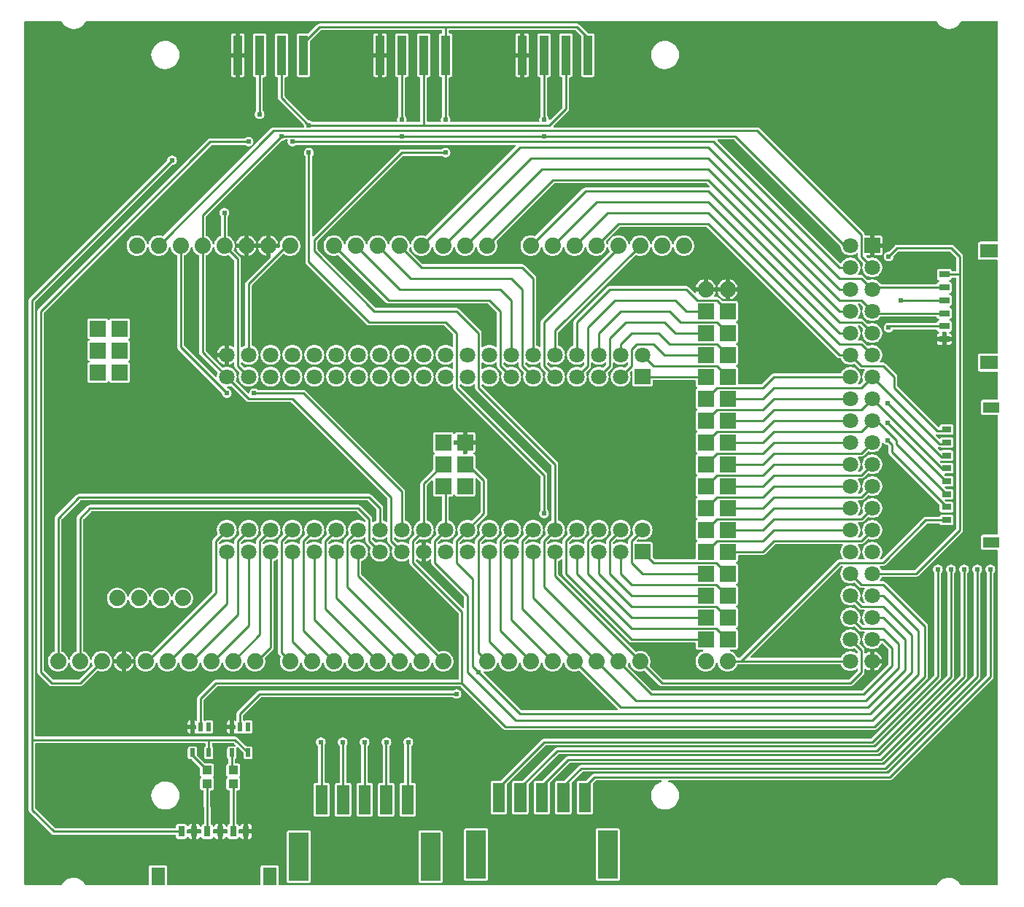
<source format=gtl>
G04 Layer: TopLayer*
G04 EasyEDA v6.4.17, 2021-03-06T12:48:26--8:00*
G04 ee12d80863e34575bd4b21ebeaabd800,b5aacd518854429a9b9924e8a25dcfd8,10*
G04 Gerber Generator version 0.2*
G04 Scale: 100 percent, Rotated: No, Reflected: No *
G04 Dimensions in inches *
G04 leading zeros omitted , absolute positions ,3 integer and 6 decimal *
%FSLAX36Y36*%
%MOIN*%

%ADD10C,0.0100*%
%ADD11C,0.0240*%
%ADD12R,0.0315X0.0472*%
%ADD13R,0.0315X0.0480*%
%ADD14R,0.0630X0.0827*%
%ADD15R,0.0433X0.0394*%
%ADD16R,0.0217X0.0394*%
%ADD17R,0.0433X0.0276*%
%ADD18R,0.0748X0.0512*%
%ADD19R,0.0472X0.0315*%
%ADD20R,0.0480X0.0315*%
%ADD21R,0.0827X0.0630*%
%ADD22C,0.0740*%
%ADD25C,0.0709*%

%LPD*%
G36*
X29000Y-1975000D02*
G01*
X27460Y-1974700D01*
X26180Y-1973820D01*
X25299Y-1972540D01*
X25000Y-1971000D01*
X25000Y1971000D01*
X25299Y1972540D01*
X26180Y1973820D01*
X27460Y1974700D01*
X29000Y1975000D01*
X192920Y1975000D01*
X194380Y1974720D01*
X195660Y1973920D01*
X196540Y1972700D01*
X197140Y1971399D01*
X200620Y1965760D01*
X204680Y1960540D01*
X209300Y1955780D01*
X214420Y1951579D01*
X219960Y1947960D01*
X225859Y1944960D01*
X232060Y1942640D01*
X238480Y1941020D01*
X245040Y1940120D01*
X251660Y1939920D01*
X258260Y1940480D01*
X264760Y1941740D01*
X271080Y1943720D01*
X277140Y1946380D01*
X282860Y1949700D01*
X288200Y1953620D01*
X293080Y1958100D01*
X297420Y1963080D01*
X301200Y1968540D01*
X303560Y1972900D01*
X304460Y1974019D01*
X305680Y1974740D01*
X307080Y1975000D01*
X4192919Y1975000D01*
X4194380Y1974720D01*
X4195660Y1973920D01*
X4196540Y1972700D01*
X4197140Y1971399D01*
X4200620Y1965760D01*
X4204680Y1960540D01*
X4209300Y1955780D01*
X4214420Y1951579D01*
X4219960Y1947960D01*
X4225860Y1944960D01*
X4232060Y1942640D01*
X4238480Y1941020D01*
X4245040Y1940120D01*
X4251660Y1939920D01*
X4258260Y1940480D01*
X4264760Y1941740D01*
X4271080Y1943720D01*
X4277140Y1946380D01*
X4282860Y1949700D01*
X4288200Y1953620D01*
X4293080Y1958100D01*
X4297420Y1963080D01*
X4301200Y1968540D01*
X4303560Y1972900D01*
X4304460Y1974019D01*
X4305680Y1974740D01*
X4307080Y1975000D01*
X4471000Y1975000D01*
X4472540Y1974700D01*
X4473820Y1973820D01*
X4474700Y1972540D01*
X4475000Y1971000D01*
X4475000Y971500D01*
X4474700Y969980D01*
X4473820Y968680D01*
X4472540Y967800D01*
X4471000Y967500D01*
X4392980Y967500D01*
X4390520Y967220D01*
X4388380Y966480D01*
X4386480Y965280D01*
X4384880Y963680D01*
X4383680Y961780D01*
X4382940Y959640D01*
X4382660Y957180D01*
X4382660Y894640D01*
X4382940Y892180D01*
X4383680Y890040D01*
X4384880Y888139D01*
X4386480Y886540D01*
X4388380Y885340D01*
X4390520Y884599D01*
X4392980Y884320D01*
X4471000Y884320D01*
X4472540Y884000D01*
X4473820Y883139D01*
X4474700Y881840D01*
X4475000Y880320D01*
X4475000Y461100D01*
X4474700Y459580D01*
X4473820Y458280D01*
X4472540Y457400D01*
X4471000Y457100D01*
X4392980Y457100D01*
X4390520Y456820D01*
X4388380Y456079D01*
X4386480Y454880D01*
X4384880Y453280D01*
X4383680Y451380D01*
X4382940Y449240D01*
X4382660Y446780D01*
X4382660Y384240D01*
X4382940Y381780D01*
X4383680Y379640D01*
X4384880Y377740D01*
X4386480Y376140D01*
X4388380Y374940D01*
X4390520Y374180D01*
X4392980Y373920D01*
X4471000Y373920D01*
X4472540Y373600D01*
X4473820Y372740D01*
X4474700Y371440D01*
X4475000Y369920D01*
X4475000Y250040D01*
X4474700Y248520D01*
X4473820Y247220D01*
X4472540Y246340D01*
X4471000Y246040D01*
X4407860Y246040D01*
X4405400Y245760D01*
X4403260Y245020D01*
X4401360Y243820D01*
X4399760Y242220D01*
X4398560Y240320D01*
X4397820Y238180D01*
X4397540Y235720D01*
X4397540Y184980D01*
X4397820Y182520D01*
X4398560Y180400D01*
X4399760Y178480D01*
X4401360Y176880D01*
X4403260Y175680D01*
X4405400Y174940D01*
X4407860Y174660D01*
X4471000Y174660D01*
X4472540Y174360D01*
X4473820Y173500D01*
X4474700Y172200D01*
X4475000Y170660D01*
X4475000Y-367040D01*
X4474700Y-368579D01*
X4473820Y-369880D01*
X4472540Y-370740D01*
X4471000Y-371040D01*
X4407860Y-371040D01*
X4405400Y-371320D01*
X4403260Y-372060D01*
X4401360Y-373260D01*
X4399760Y-374860D01*
X4398560Y-376780D01*
X4397820Y-378900D01*
X4397540Y-381360D01*
X4397540Y-432100D01*
X4397820Y-434560D01*
X4398560Y-436700D01*
X4399760Y-438600D01*
X4401360Y-440200D01*
X4403260Y-441400D01*
X4405400Y-442140D01*
X4407860Y-442420D01*
X4471000Y-442420D01*
X4472540Y-442720D01*
X4473820Y-443600D01*
X4474700Y-444900D01*
X4475000Y-446420D01*
X4475000Y-1971000D01*
X4474700Y-1972540D01*
X4473820Y-1973820D01*
X4472540Y-1974700D01*
X4471000Y-1975000D01*
X4307080Y-1975000D01*
X4305680Y-1974740D01*
X4304460Y-1974019D01*
X4303560Y-1972900D01*
X4301200Y-1968540D01*
X4297420Y-1963080D01*
X4293080Y-1958100D01*
X4288200Y-1953620D01*
X4282860Y-1949700D01*
X4277140Y-1946380D01*
X4271080Y-1943720D01*
X4264760Y-1941740D01*
X4258260Y-1940480D01*
X4251660Y-1939920D01*
X4245040Y-1940120D01*
X4238480Y-1941020D01*
X4232060Y-1942640D01*
X4225860Y-1944960D01*
X4219960Y-1947960D01*
X4214420Y-1951579D01*
X4209300Y-1955780D01*
X4204680Y-1960540D01*
X4200620Y-1965760D01*
X4197140Y-1971399D01*
X4196540Y-1972700D01*
X4195660Y-1973920D01*
X4194380Y-1974720D01*
X4192919Y-1975000D01*
X1191500Y-1975000D01*
X1189980Y-1974700D01*
X1188680Y-1973820D01*
X1187800Y-1972540D01*
X1187500Y-1971000D01*
X1187500Y-1892980D01*
X1187220Y-1890520D01*
X1186480Y-1888380D01*
X1185280Y-1886480D01*
X1183680Y-1884880D01*
X1181780Y-1883680D01*
X1179640Y-1882940D01*
X1177180Y-1882660D01*
X1114640Y-1882660D01*
X1112180Y-1882940D01*
X1110040Y-1883680D01*
X1108140Y-1884880D01*
X1106540Y-1886480D01*
X1105340Y-1888380D01*
X1104600Y-1890520D01*
X1104320Y-1892980D01*
X1104320Y-1971000D01*
X1104000Y-1972540D01*
X1103140Y-1973820D01*
X1101840Y-1974700D01*
X1100320Y-1975000D01*
X681100Y-1975000D01*
X679580Y-1974700D01*
X678280Y-1973820D01*
X677400Y-1972540D01*
X677099Y-1971000D01*
X677099Y-1892980D01*
X676820Y-1890520D01*
X676080Y-1888380D01*
X674880Y-1886480D01*
X673280Y-1884880D01*
X671380Y-1883680D01*
X669240Y-1882940D01*
X666780Y-1882660D01*
X604240Y-1882660D01*
X601780Y-1882940D01*
X599640Y-1883680D01*
X597740Y-1884880D01*
X596140Y-1886480D01*
X594940Y-1888380D01*
X594180Y-1890520D01*
X593920Y-1892980D01*
X593920Y-1971000D01*
X593600Y-1972540D01*
X592740Y-1973820D01*
X591440Y-1974700D01*
X589920Y-1975000D01*
X307080Y-1975000D01*
X305680Y-1974740D01*
X304460Y-1974019D01*
X303560Y-1972900D01*
X301200Y-1968540D01*
X297420Y-1963080D01*
X293080Y-1958100D01*
X288200Y-1953620D01*
X282860Y-1949700D01*
X277140Y-1946380D01*
X271080Y-1943720D01*
X264760Y-1941740D01*
X258260Y-1940480D01*
X251660Y-1939920D01*
X245040Y-1940120D01*
X238480Y-1941020D01*
X232060Y-1942640D01*
X225859Y-1944960D01*
X219960Y-1947960D01*
X214420Y-1951579D01*
X209300Y-1955780D01*
X204680Y-1960540D01*
X200620Y-1965760D01*
X197140Y-1971399D01*
X196540Y-1972700D01*
X195660Y-1973920D01*
X194380Y-1974720D01*
X192920Y-1975000D01*
G37*

%LPC*%
G36*
X1233540Y-1963920D02*
G01*
X1324100Y-1963920D01*
X1326560Y-1963640D01*
X1328700Y-1962880D01*
X1330600Y-1961680D01*
X1332200Y-1960100D01*
X1333400Y-1958180D01*
X1334139Y-1956060D01*
X1334420Y-1953580D01*
X1334420Y-1734040D01*
X1334139Y-1731560D01*
X1333400Y-1729440D01*
X1332200Y-1727520D01*
X1330600Y-1725940D01*
X1328700Y-1724740D01*
X1326560Y-1723980D01*
X1324100Y-1723720D01*
X1233540Y-1723720D01*
X1231080Y-1723980D01*
X1228940Y-1724740D01*
X1227040Y-1725940D01*
X1225440Y-1727520D01*
X1224240Y-1729440D01*
X1223500Y-1731560D01*
X1223220Y-1734040D01*
X1223220Y-1953580D01*
X1223500Y-1956060D01*
X1224240Y-1958180D01*
X1225440Y-1960100D01*
X1227040Y-1961680D01*
X1228940Y-1962880D01*
X1231080Y-1963640D01*
G37*
G36*
X1835900Y-1963920D02*
G01*
X1926459Y-1963920D01*
X1928920Y-1963640D01*
X1931060Y-1962880D01*
X1932960Y-1961680D01*
X1934560Y-1960100D01*
X1935760Y-1958180D01*
X1936500Y-1956060D01*
X1936780Y-1953580D01*
X1936780Y-1734040D01*
X1936500Y-1731560D01*
X1935760Y-1729440D01*
X1934560Y-1727520D01*
X1932960Y-1725940D01*
X1931060Y-1724740D01*
X1928920Y-1723980D01*
X1926459Y-1723720D01*
X1835900Y-1723720D01*
X1833440Y-1723980D01*
X1831300Y-1724740D01*
X1829400Y-1725940D01*
X1827800Y-1727520D01*
X1826600Y-1729440D01*
X1825860Y-1731560D01*
X1825580Y-1734040D01*
X1825580Y-1953580D01*
X1825860Y-1956060D01*
X1826600Y-1958180D01*
X1827800Y-1960100D01*
X1829400Y-1961680D01*
X1831300Y-1962880D01*
X1833440Y-1963640D01*
G37*
G36*
X2645899Y-1953920D02*
G01*
X2736460Y-1953920D01*
X2738920Y-1953640D01*
X2741060Y-1952880D01*
X2742960Y-1951680D01*
X2744560Y-1950100D01*
X2745760Y-1948180D01*
X2746500Y-1946060D01*
X2746780Y-1943580D01*
X2746780Y-1724040D01*
X2746500Y-1721560D01*
X2745760Y-1719440D01*
X2744560Y-1717520D01*
X2742960Y-1715940D01*
X2741060Y-1714740D01*
X2738920Y-1713980D01*
X2736460Y-1713720D01*
X2645899Y-1713720D01*
X2643440Y-1713980D01*
X2641300Y-1714740D01*
X2639400Y-1715940D01*
X2637799Y-1717520D01*
X2636600Y-1719440D01*
X2635860Y-1721560D01*
X2635580Y-1724040D01*
X2635580Y-1943580D01*
X2635860Y-1946060D01*
X2636600Y-1948180D01*
X2637799Y-1950100D01*
X2639400Y-1951680D01*
X2641300Y-1952880D01*
X2643440Y-1953640D01*
G37*
G36*
X2043540Y-1953920D02*
G01*
X2134100Y-1953920D01*
X2136560Y-1953640D01*
X2138700Y-1952880D01*
X2140600Y-1951680D01*
X2142200Y-1950100D01*
X2143400Y-1948180D01*
X2144140Y-1946060D01*
X2144420Y-1943580D01*
X2144420Y-1724040D01*
X2144140Y-1721560D01*
X2143400Y-1719440D01*
X2142200Y-1717520D01*
X2140600Y-1715940D01*
X2138700Y-1714740D01*
X2136560Y-1713980D01*
X2134100Y-1713720D01*
X2043540Y-1713720D01*
X2041080Y-1713980D01*
X2038940Y-1714740D01*
X2037040Y-1715940D01*
X2035440Y-1717520D01*
X2034240Y-1719440D01*
X2033500Y-1721560D01*
X2033220Y-1724040D01*
X2033220Y-1943580D01*
X2033500Y-1946060D01*
X2034240Y-1948180D01*
X2035440Y-1950100D01*
X2037040Y-1951680D01*
X2038940Y-1952880D01*
X2041080Y-1953640D01*
G37*
G36*
X844900Y-1763180D02*
G01*
X875960Y-1763180D01*
X878420Y-1762900D01*
X880560Y-1762140D01*
X882460Y-1760940D01*
X884060Y-1759360D01*
X885260Y-1757440D01*
X886060Y-1755140D01*
X886720Y-1753520D01*
X888000Y-1752340D01*
X889659Y-1751819D01*
X891380Y-1752060D01*
X892840Y-1753020D01*
X893760Y-1754500D01*
X894659Y-1757040D01*
X895860Y-1758959D01*
X897460Y-1760560D01*
X899360Y-1761759D01*
X901500Y-1762500D01*
X903960Y-1762780D01*
X909479Y-1762780D01*
X909479Y-1739060D01*
X890280Y-1739060D01*
X888740Y-1738760D01*
X887460Y-1737880D01*
X886580Y-1736579D01*
X886280Y-1735060D01*
X886280Y-1723060D01*
X886580Y-1721519D01*
X887460Y-1720220D01*
X888740Y-1719360D01*
X890280Y-1719060D01*
X909479Y-1719060D01*
X909479Y-1695340D01*
X903960Y-1695340D01*
X901500Y-1695620D01*
X899360Y-1696360D01*
X897460Y-1697560D01*
X895860Y-1699160D01*
X894680Y-1701040D01*
X893760Y-1703700D01*
X893000Y-1705020D01*
X891800Y-1705960D01*
X890320Y-1706380D01*
X888800Y-1706220D01*
X887440Y-1705480D01*
X886460Y-1704300D01*
X885260Y-1700660D01*
X884060Y-1698760D01*
X882460Y-1697160D01*
X880560Y-1695960D01*
X878100Y-1695100D01*
X876720Y-1694259D01*
X875759Y-1692940D01*
X875440Y-1691339D01*
X875160Y-1545280D01*
X875460Y-1543760D01*
X876340Y-1542460D01*
X877620Y-1541579D01*
X879160Y-1541279D01*
X881420Y-1541279D01*
X883900Y-1541000D01*
X886020Y-1540260D01*
X887940Y-1539060D01*
X889539Y-1537460D01*
X890740Y-1535560D01*
X891480Y-1533420D01*
X891760Y-1530960D01*
X891760Y-1492040D01*
X891480Y-1489560D01*
X890740Y-1487440D01*
X889539Y-1485520D01*
X887940Y-1483940D01*
X887060Y-1483380D01*
X885900Y-1482280D01*
X885280Y-1480800D01*
X885280Y-1479199D01*
X885900Y-1477720D01*
X887060Y-1476620D01*
X887940Y-1476060D01*
X889539Y-1474480D01*
X890740Y-1472560D01*
X891480Y-1470440D01*
X891760Y-1467960D01*
X891760Y-1429040D01*
X891480Y-1426579D01*
X890740Y-1424460D01*
X889539Y-1422540D01*
X887940Y-1420940D01*
X886020Y-1419740D01*
X883900Y-1419000D01*
X881420Y-1418720D01*
X853220Y-1418720D01*
X851700Y-1418420D01*
X850400Y-1417560D01*
X814700Y-1381840D01*
X813820Y-1380540D01*
X813520Y-1379019D01*
X813520Y-1349600D01*
X813240Y-1347140D01*
X812500Y-1345000D01*
X811300Y-1343100D01*
X809700Y-1341500D01*
X807800Y-1340300D01*
X805660Y-1339560D01*
X803199Y-1339280D01*
X782000Y-1339280D01*
X779520Y-1339560D01*
X777400Y-1340300D01*
X775480Y-1341500D01*
X773900Y-1343100D01*
X772700Y-1345000D01*
X771940Y-1347140D01*
X771680Y-1349600D01*
X771680Y-1388520D01*
X771940Y-1390980D01*
X772700Y-1393120D01*
X773900Y-1395020D01*
X775480Y-1396620D01*
X777400Y-1397820D01*
X779520Y-1398560D01*
X782000Y-1398839D01*
X787320Y-1398839D01*
X788860Y-1399139D01*
X790160Y-1400020D01*
X827080Y-1436940D01*
X827940Y-1438240D01*
X828240Y-1439760D01*
X828240Y-1467960D01*
X828520Y-1470440D01*
X829260Y-1472560D01*
X830460Y-1474480D01*
X832060Y-1476060D01*
X832940Y-1476620D01*
X834100Y-1477720D01*
X834720Y-1479199D01*
X834720Y-1480800D01*
X834100Y-1482280D01*
X832940Y-1483380D01*
X832060Y-1483940D01*
X830460Y-1485520D01*
X829260Y-1487440D01*
X828520Y-1489560D01*
X828240Y-1492040D01*
X828240Y-1530960D01*
X828520Y-1533420D01*
X829260Y-1535560D01*
X830460Y-1537460D01*
X832060Y-1539060D01*
X833980Y-1540260D01*
X836100Y-1541000D01*
X838580Y-1541279D01*
X840960Y-1541279D01*
X842500Y-1541579D01*
X843780Y-1542440D01*
X844659Y-1543740D01*
X844960Y-1545280D01*
X845240Y-1691399D01*
X844900Y-1693000D01*
X843960Y-1694340D01*
X842560Y-1695180D01*
X840320Y-1695960D01*
X838400Y-1697160D01*
X836800Y-1698760D01*
X835600Y-1700660D01*
X834820Y-1702960D01*
X834160Y-1704580D01*
X832880Y-1705760D01*
X831220Y-1706279D01*
X829479Y-1706040D01*
X828020Y-1705100D01*
X827099Y-1703620D01*
X826200Y-1701060D01*
X825000Y-1699160D01*
X823400Y-1697560D01*
X821500Y-1696360D01*
X819360Y-1695620D01*
X816900Y-1695340D01*
X811380Y-1695340D01*
X811380Y-1719060D01*
X830580Y-1719060D01*
X832120Y-1719360D01*
X833420Y-1720220D01*
X834280Y-1721519D01*
X834580Y-1723060D01*
X834580Y-1735060D01*
X834280Y-1736579D01*
X833420Y-1737880D01*
X832120Y-1738760D01*
X830580Y-1739060D01*
X811380Y-1739060D01*
X811380Y-1762780D01*
X816900Y-1762780D01*
X819360Y-1762500D01*
X821500Y-1761759D01*
X823400Y-1760560D01*
X825000Y-1758959D01*
X826200Y-1757060D01*
X827099Y-1754420D01*
X827860Y-1753100D01*
X829080Y-1752160D01*
X830540Y-1751740D01*
X832080Y-1751900D01*
X833420Y-1752620D01*
X834400Y-1753800D01*
X835600Y-1757440D01*
X836800Y-1759360D01*
X838400Y-1760940D01*
X840320Y-1762140D01*
X842440Y-1762900D01*
G37*
G36*
X1047600Y-1762780D02*
G01*
X1053120Y-1762780D01*
X1055580Y-1762500D01*
X1057720Y-1761759D01*
X1059620Y-1760560D01*
X1061220Y-1758959D01*
X1062420Y-1757040D01*
X1063160Y-1754920D01*
X1063440Y-1752460D01*
X1063440Y-1739060D01*
X1047600Y-1739060D01*
G37*
G36*
X726800Y-1762780D02*
G01*
X757840Y-1762780D01*
X760320Y-1762500D01*
X762440Y-1761759D01*
X764360Y-1760560D01*
X765939Y-1758959D01*
X767140Y-1757040D01*
X768040Y-1754500D01*
X768880Y-1753100D01*
X770200Y-1752160D01*
X771780Y-1751819D01*
X773360Y-1752120D01*
X774700Y-1753040D01*
X775560Y-1754420D01*
X776540Y-1757020D01*
X777760Y-1758959D01*
X779340Y-1760560D01*
X781260Y-1761759D01*
X783379Y-1762500D01*
X785860Y-1762780D01*
X791380Y-1762780D01*
X791380Y-1739060D01*
X772159Y-1739060D01*
X770639Y-1738760D01*
X769340Y-1737880D01*
X768480Y-1736579D01*
X768180Y-1735060D01*
X768180Y-1723060D01*
X768480Y-1721519D01*
X769340Y-1720220D01*
X770639Y-1719360D01*
X772159Y-1719060D01*
X791380Y-1719060D01*
X791380Y-1695340D01*
X785860Y-1695340D01*
X783379Y-1695620D01*
X781260Y-1696360D01*
X779340Y-1697560D01*
X777760Y-1699160D01*
X776560Y-1701060D01*
X775660Y-1703620D01*
X774820Y-1705000D01*
X773500Y-1705960D01*
X771919Y-1706300D01*
X770340Y-1705980D01*
X769000Y-1705060D01*
X768139Y-1703700D01*
X767159Y-1701100D01*
X765939Y-1699160D01*
X764360Y-1697560D01*
X762440Y-1696360D01*
X760320Y-1695620D01*
X757840Y-1695340D01*
X726800Y-1695340D01*
X724340Y-1695620D01*
X722200Y-1696360D01*
X720300Y-1697560D01*
X718700Y-1699160D01*
X717500Y-1701060D01*
X716760Y-1703200D01*
X716480Y-1705660D01*
X716480Y-1710000D01*
X716160Y-1711540D01*
X715300Y-1712820D01*
X714000Y-1713700D01*
X712480Y-1714000D01*
X167020Y-1714000D01*
X165479Y-1713700D01*
X164180Y-1712820D01*
X76280Y-1624920D01*
X75400Y-1623620D01*
X75100Y-1622080D01*
X75100Y-1329100D01*
X75400Y-1327560D01*
X76280Y-1326279D01*
X77560Y-1325400D01*
X79100Y-1325100D01*
X848020Y-1325100D01*
X849560Y-1325400D01*
X850840Y-1326260D01*
X851720Y-1327560D01*
X852020Y-1329079D01*
X852099Y-1338140D01*
X851880Y-1339440D01*
X851260Y-1340600D01*
X848700Y-1343100D01*
X847500Y-1345000D01*
X846760Y-1347140D01*
X846480Y-1349600D01*
X846480Y-1388520D01*
X846760Y-1390980D01*
X847500Y-1393120D01*
X848700Y-1395020D01*
X850300Y-1396620D01*
X852200Y-1397820D01*
X854340Y-1398560D01*
X856800Y-1398839D01*
X878000Y-1398839D01*
X880480Y-1398560D01*
X882600Y-1397820D01*
X884520Y-1396620D01*
X886100Y-1395020D01*
X887300Y-1393120D01*
X888060Y-1390980D01*
X888319Y-1388520D01*
X888319Y-1349600D01*
X888060Y-1347140D01*
X887300Y-1345000D01*
X886100Y-1343100D01*
X884520Y-1341500D01*
X883160Y-1340400D01*
X882520Y-1339240D01*
X882280Y-1337920D01*
X882220Y-1329120D01*
X882520Y-1327580D01*
X883400Y-1326279D01*
X884700Y-1325400D01*
X886220Y-1325100D01*
X980380Y-1325100D01*
X981919Y-1325400D01*
X983220Y-1326279D01*
X989940Y-1333000D01*
X990800Y-1334259D01*
X991100Y-1335760D01*
X990840Y-1337260D01*
X990020Y-1338560D01*
X988780Y-1339460D01*
X987300Y-1339820D01*
X983199Y-1339280D01*
X962000Y-1339280D01*
X959520Y-1339560D01*
X957400Y-1340300D01*
X955480Y-1341500D01*
X953900Y-1343100D01*
X952700Y-1345000D01*
X951940Y-1347140D01*
X951680Y-1349600D01*
X951680Y-1388520D01*
X951940Y-1390980D01*
X952700Y-1393120D01*
X953900Y-1395020D01*
X956620Y-1397600D01*
X957280Y-1398779D01*
X957500Y-1400100D01*
X957500Y-1415680D01*
X957159Y-1417280D01*
X956220Y-1418600D01*
X954820Y-1419460D01*
X953980Y-1419740D01*
X952060Y-1420940D01*
X950460Y-1422540D01*
X949260Y-1424460D01*
X948520Y-1426579D01*
X948240Y-1429040D01*
X948240Y-1467960D01*
X948520Y-1470440D01*
X949260Y-1472560D01*
X950460Y-1474480D01*
X952060Y-1476060D01*
X952940Y-1476620D01*
X954100Y-1477720D01*
X954720Y-1479199D01*
X954720Y-1480800D01*
X954100Y-1482280D01*
X952940Y-1483380D01*
X952060Y-1483940D01*
X950460Y-1485520D01*
X949260Y-1487440D01*
X948520Y-1489560D01*
X948240Y-1492040D01*
X948240Y-1530960D01*
X948520Y-1533420D01*
X949260Y-1535560D01*
X950460Y-1537460D01*
X952060Y-1539060D01*
X953980Y-1540260D01*
X956100Y-1541000D01*
X958580Y-1541279D01*
X960900Y-1541279D01*
X962440Y-1541579D01*
X963720Y-1542460D01*
X964599Y-1543740D01*
X964900Y-1545280D01*
X964900Y-1691540D01*
X964640Y-1692980D01*
X963880Y-1694220D01*
X962740Y-1695100D01*
X961340Y-1695520D01*
X960560Y-1695620D01*
X958420Y-1696360D01*
X956520Y-1697560D01*
X954920Y-1699160D01*
X953720Y-1701060D01*
X952820Y-1703620D01*
X951979Y-1705000D01*
X950680Y-1705960D01*
X949080Y-1706300D01*
X947500Y-1705980D01*
X946160Y-1705060D01*
X945300Y-1703700D01*
X944340Y-1701100D01*
X943120Y-1699160D01*
X941520Y-1697560D01*
X939599Y-1696360D01*
X937480Y-1695620D01*
X935020Y-1695340D01*
X929479Y-1695340D01*
X929479Y-1719060D01*
X948700Y-1719060D01*
X950220Y-1719360D01*
X951520Y-1720220D01*
X952400Y-1721519D01*
X952700Y-1723060D01*
X952700Y-1735060D01*
X952400Y-1736579D01*
X951520Y-1737880D01*
X950220Y-1738760D01*
X948700Y-1739060D01*
X929479Y-1739060D01*
X929479Y-1762780D01*
X935020Y-1762780D01*
X937480Y-1762500D01*
X939599Y-1761759D01*
X941520Y-1760560D01*
X943120Y-1758959D01*
X944320Y-1757040D01*
X945200Y-1754500D01*
X946040Y-1753100D01*
X947360Y-1752160D01*
X948940Y-1751819D01*
X950540Y-1752120D01*
X951860Y-1753040D01*
X952740Y-1754420D01*
X953700Y-1757020D01*
X954920Y-1758959D01*
X956520Y-1760560D01*
X958420Y-1761759D01*
X960560Y-1762500D01*
X963020Y-1762780D01*
X994060Y-1762780D01*
X996540Y-1762500D01*
X998660Y-1761759D01*
X1000580Y-1760560D01*
X1002159Y-1758959D01*
X1003360Y-1757040D01*
X1004260Y-1754500D01*
X1005100Y-1753100D01*
X1006420Y-1752160D01*
X1008000Y-1751819D01*
X1009580Y-1752120D01*
X1010920Y-1753040D01*
X1011780Y-1754420D01*
X1012760Y-1757020D01*
X1013980Y-1758959D01*
X1015560Y-1760560D01*
X1017480Y-1761759D01*
X1019599Y-1762500D01*
X1022080Y-1762780D01*
X1027600Y-1762780D01*
X1027600Y-1739060D01*
X1008400Y-1739060D01*
X1006860Y-1738760D01*
X1005560Y-1737880D01*
X1004700Y-1736579D01*
X1004400Y-1735060D01*
X1004400Y-1723060D01*
X1004700Y-1721519D01*
X1005560Y-1720220D01*
X1006860Y-1719360D01*
X1008400Y-1719060D01*
X1027600Y-1719060D01*
X1027600Y-1695340D01*
X1022080Y-1695340D01*
X1019599Y-1695620D01*
X1017480Y-1696360D01*
X1015560Y-1697560D01*
X1013980Y-1699160D01*
X1012780Y-1701060D01*
X1011880Y-1703620D01*
X1011040Y-1705000D01*
X1009720Y-1705960D01*
X1008139Y-1706300D01*
X1006560Y-1705980D01*
X1005220Y-1705060D01*
X1004360Y-1703700D01*
X1003379Y-1701100D01*
X1002159Y-1699160D01*
X1000580Y-1697560D01*
X998660Y-1696360D01*
X997780Y-1696040D01*
X996380Y-1695200D01*
X995440Y-1693880D01*
X995100Y-1692280D01*
X995100Y-1545280D01*
X995400Y-1543740D01*
X996280Y-1542460D01*
X997560Y-1541579D01*
X999100Y-1541279D01*
X1001420Y-1541279D01*
X1003900Y-1541000D01*
X1006020Y-1540260D01*
X1007940Y-1539060D01*
X1009539Y-1537460D01*
X1010740Y-1535560D01*
X1011480Y-1533420D01*
X1011760Y-1530960D01*
X1011760Y-1492040D01*
X1011480Y-1489560D01*
X1010740Y-1487440D01*
X1009539Y-1485520D01*
X1007940Y-1483940D01*
X1007060Y-1483380D01*
X1005900Y-1482280D01*
X1005280Y-1480800D01*
X1005280Y-1479199D01*
X1005900Y-1477720D01*
X1007060Y-1476620D01*
X1007940Y-1476060D01*
X1009539Y-1474480D01*
X1010740Y-1472560D01*
X1011480Y-1470440D01*
X1011760Y-1467960D01*
X1011760Y-1429040D01*
X1011480Y-1426579D01*
X1010740Y-1424460D01*
X1009539Y-1422540D01*
X1007940Y-1420940D01*
X1006020Y-1419740D01*
X1003900Y-1419000D01*
X1001420Y-1418720D01*
X991700Y-1418720D01*
X990160Y-1418420D01*
X988860Y-1417560D01*
X988000Y-1416260D01*
X987700Y-1414720D01*
X987700Y-1400100D01*
X987920Y-1398779D01*
X988560Y-1397600D01*
X989700Y-1396620D01*
X991300Y-1395020D01*
X992500Y-1393120D01*
X993240Y-1390980D01*
X993520Y-1388520D01*
X993520Y-1349600D01*
X992980Y-1345500D01*
X993340Y-1344019D01*
X994240Y-1342780D01*
X995540Y-1341960D01*
X997039Y-1341699D01*
X998540Y-1342000D01*
X999800Y-1342860D01*
X1025300Y-1368360D01*
X1026180Y-1369660D01*
X1026480Y-1371180D01*
X1026480Y-1388520D01*
X1026760Y-1390980D01*
X1027500Y-1393120D01*
X1028700Y-1395020D01*
X1030300Y-1396620D01*
X1032200Y-1397820D01*
X1034340Y-1398560D01*
X1036800Y-1398839D01*
X1058000Y-1398839D01*
X1060480Y-1398560D01*
X1062600Y-1397820D01*
X1064520Y-1396620D01*
X1066100Y-1395020D01*
X1067300Y-1393120D01*
X1068060Y-1390980D01*
X1068320Y-1388520D01*
X1068320Y-1349600D01*
X1068060Y-1347140D01*
X1067300Y-1345000D01*
X1066100Y-1343100D01*
X1064520Y-1341500D01*
X1062600Y-1340300D01*
X1060480Y-1339560D01*
X1058000Y-1339280D01*
X1040580Y-1339280D01*
X1039060Y-1338980D01*
X1037760Y-1338100D01*
X999120Y-1299460D01*
X996680Y-1297460D01*
X994080Y-1296060D01*
X991240Y-1295200D01*
X988100Y-1294900D01*
X79100Y-1294900D01*
X77560Y-1294600D01*
X76280Y-1293720D01*
X75400Y-1292440D01*
X75100Y-1290900D01*
X75100Y692080D01*
X75400Y693620D01*
X76280Y694920D01*
X698180Y1316819D01*
X699300Y1317620D01*
X700660Y1317980D01*
X703840Y1318260D01*
X707560Y1319240D01*
X711040Y1320880D01*
X714200Y1323080D01*
X716919Y1325800D01*
X719120Y1328959D01*
X720759Y1332440D01*
X721740Y1336160D01*
X722080Y1340000D01*
X721740Y1343839D01*
X720759Y1347560D01*
X719120Y1351040D01*
X716919Y1354199D01*
X714200Y1356920D01*
X711040Y1359120D01*
X707560Y1360760D01*
X703840Y1361740D01*
X700000Y1362080D01*
X696160Y1361740D01*
X692440Y1360760D01*
X688960Y1359120D01*
X685800Y1356920D01*
X683080Y1354199D01*
X680879Y1351040D01*
X679240Y1347560D01*
X678259Y1343839D01*
X677980Y1340660D01*
X677620Y1339300D01*
X676820Y1338180D01*
X49460Y710819D01*
X47460Y708379D01*
X46060Y705780D01*
X45199Y702940D01*
X44900Y699800D01*
X44900Y-1629800D01*
X45199Y-1632940D01*
X46060Y-1635780D01*
X47460Y-1638380D01*
X49460Y-1640820D01*
X148280Y-1739640D01*
X150720Y-1741639D01*
X153320Y-1743040D01*
X156160Y-1743899D01*
X159300Y-1744199D01*
X712480Y-1744199D01*
X714000Y-1744500D01*
X715300Y-1745380D01*
X716160Y-1746660D01*
X716480Y-1748200D01*
X716480Y-1752460D01*
X716760Y-1754920D01*
X717500Y-1757040D01*
X718700Y-1758959D01*
X720300Y-1760560D01*
X722200Y-1761759D01*
X724340Y-1762500D01*
G37*
G36*
X1047600Y-1719060D02*
G01*
X1063440Y-1719060D01*
X1063440Y-1705660D01*
X1063160Y-1703200D01*
X1062420Y-1701060D01*
X1061220Y-1699160D01*
X1059620Y-1697560D01*
X1057720Y-1696360D01*
X1055580Y-1695620D01*
X1053120Y-1695340D01*
X1047600Y-1695340D01*
G37*
G36*
X1651160Y-1661060D02*
G01*
X1705700Y-1661060D01*
X1708160Y-1660780D01*
X1710300Y-1660040D01*
X1712200Y-1658839D01*
X1713800Y-1657240D01*
X1715000Y-1655340D01*
X1715740Y-1653200D01*
X1716020Y-1650740D01*
X1716020Y-1517200D01*
X1715740Y-1514720D01*
X1715000Y-1512600D01*
X1713800Y-1510680D01*
X1712200Y-1509100D01*
X1710300Y-1507900D01*
X1708160Y-1507140D01*
X1705700Y-1506879D01*
X1697520Y-1506879D01*
X1695980Y-1506560D01*
X1694700Y-1505700D01*
X1693820Y-1504400D01*
X1693520Y-1502880D01*
X1693520Y-1339259D01*
X1693820Y-1337720D01*
X1694700Y-1336420D01*
X1696920Y-1334199D01*
X1699120Y-1331040D01*
X1700760Y-1327560D01*
X1701740Y-1323839D01*
X1702080Y-1320000D01*
X1701740Y-1316160D01*
X1700760Y-1312440D01*
X1699120Y-1308959D01*
X1696920Y-1305800D01*
X1694199Y-1303080D01*
X1691040Y-1300880D01*
X1687560Y-1299240D01*
X1683839Y-1298260D01*
X1680000Y-1297920D01*
X1676160Y-1298260D01*
X1672440Y-1299240D01*
X1668959Y-1300880D01*
X1665800Y-1303080D01*
X1663080Y-1305800D01*
X1660880Y-1308959D01*
X1659240Y-1312440D01*
X1658260Y-1316160D01*
X1657920Y-1320000D01*
X1658260Y-1323839D01*
X1659240Y-1327560D01*
X1660880Y-1331040D01*
X1662600Y-1333500D01*
X1663140Y-1334600D01*
X1663320Y-1335800D01*
X1663320Y-1502880D01*
X1663020Y-1504400D01*
X1662140Y-1505700D01*
X1660860Y-1506560D01*
X1659319Y-1506879D01*
X1651160Y-1506879D01*
X1648680Y-1507140D01*
X1646560Y-1507900D01*
X1644640Y-1509100D01*
X1643060Y-1510680D01*
X1641860Y-1512600D01*
X1641100Y-1514720D01*
X1640820Y-1517200D01*
X1640820Y-1650740D01*
X1641100Y-1653200D01*
X1641860Y-1655340D01*
X1643060Y-1657240D01*
X1644640Y-1658839D01*
X1646560Y-1660040D01*
X1648680Y-1660780D01*
G37*
G36*
X1454300Y-1661060D02*
G01*
X1508839Y-1661060D01*
X1511320Y-1660780D01*
X1513440Y-1660040D01*
X1515360Y-1658839D01*
X1516940Y-1657240D01*
X1518140Y-1655340D01*
X1518899Y-1653200D01*
X1519180Y-1650740D01*
X1519180Y-1517200D01*
X1518899Y-1514720D01*
X1518140Y-1512600D01*
X1516940Y-1510680D01*
X1515360Y-1509100D01*
X1513440Y-1507900D01*
X1511320Y-1507140D01*
X1508839Y-1506879D01*
X1500680Y-1506879D01*
X1499139Y-1506560D01*
X1497860Y-1505700D01*
X1496980Y-1504400D01*
X1496680Y-1502880D01*
X1496680Y-1335800D01*
X1496860Y-1334600D01*
X1497400Y-1333500D01*
X1499120Y-1331040D01*
X1500760Y-1327560D01*
X1501740Y-1323839D01*
X1502080Y-1320000D01*
X1501740Y-1316160D01*
X1500760Y-1312440D01*
X1499120Y-1308959D01*
X1496920Y-1305800D01*
X1494199Y-1303080D01*
X1491040Y-1300880D01*
X1487560Y-1299240D01*
X1483839Y-1298260D01*
X1480000Y-1297920D01*
X1476160Y-1298260D01*
X1472440Y-1299240D01*
X1468959Y-1300880D01*
X1465800Y-1303080D01*
X1463080Y-1305800D01*
X1460880Y-1308959D01*
X1459240Y-1312440D01*
X1458260Y-1316160D01*
X1457920Y-1320000D01*
X1458260Y-1323839D01*
X1459240Y-1327560D01*
X1460880Y-1331040D01*
X1463080Y-1334199D01*
X1465300Y-1336420D01*
X1466180Y-1337720D01*
X1466480Y-1339259D01*
X1466480Y-1502880D01*
X1466180Y-1504400D01*
X1465300Y-1505700D01*
X1464019Y-1506560D01*
X1462480Y-1506879D01*
X1454300Y-1506879D01*
X1451840Y-1507140D01*
X1449700Y-1507900D01*
X1447800Y-1509100D01*
X1446200Y-1510680D01*
X1445000Y-1512600D01*
X1444259Y-1514720D01*
X1443980Y-1517200D01*
X1443980Y-1650740D01*
X1444259Y-1653200D01*
X1445000Y-1655340D01*
X1446200Y-1657240D01*
X1447800Y-1658839D01*
X1449700Y-1660040D01*
X1451840Y-1660780D01*
G37*
G36*
X1355880Y-1661060D02*
G01*
X1410420Y-1661060D01*
X1412900Y-1660780D01*
X1415020Y-1660040D01*
X1416940Y-1658839D01*
X1418520Y-1657240D01*
X1419720Y-1655340D01*
X1420480Y-1653200D01*
X1420760Y-1650740D01*
X1420760Y-1517200D01*
X1420480Y-1514720D01*
X1419720Y-1512600D01*
X1418520Y-1510680D01*
X1416940Y-1509100D01*
X1415020Y-1507900D01*
X1412900Y-1507140D01*
X1410420Y-1506879D01*
X1402260Y-1506879D01*
X1400720Y-1506560D01*
X1399420Y-1505700D01*
X1398560Y-1504400D01*
X1398260Y-1502880D01*
X1398260Y-1333560D01*
X1398440Y-1332360D01*
X1400760Y-1327560D01*
X1401740Y-1323839D01*
X1402080Y-1320000D01*
X1401740Y-1316160D01*
X1400760Y-1312440D01*
X1399120Y-1308959D01*
X1396920Y-1305800D01*
X1394199Y-1303080D01*
X1391040Y-1300880D01*
X1387560Y-1299240D01*
X1383839Y-1298260D01*
X1380000Y-1297920D01*
X1376160Y-1298260D01*
X1372440Y-1299240D01*
X1368959Y-1300880D01*
X1365800Y-1303080D01*
X1363080Y-1305800D01*
X1360880Y-1308959D01*
X1359240Y-1312440D01*
X1358260Y-1316160D01*
X1357920Y-1320000D01*
X1358260Y-1323839D01*
X1359240Y-1327560D01*
X1360880Y-1331040D01*
X1363080Y-1334199D01*
X1365800Y-1336920D01*
X1367260Y-1338180D01*
X1367840Y-1339319D01*
X1368060Y-1340580D01*
X1368060Y-1502880D01*
X1367740Y-1504400D01*
X1366879Y-1505700D01*
X1365580Y-1506560D01*
X1364040Y-1506879D01*
X1355880Y-1506879D01*
X1353400Y-1507140D01*
X1351279Y-1507900D01*
X1349360Y-1509100D01*
X1347780Y-1510680D01*
X1346579Y-1512600D01*
X1345820Y-1514720D01*
X1345560Y-1517200D01*
X1345560Y-1650740D01*
X1345820Y-1653200D01*
X1346579Y-1655340D01*
X1347780Y-1657240D01*
X1349360Y-1658839D01*
X1351279Y-1660040D01*
X1353400Y-1660780D01*
G37*
G36*
X1552720Y-1661060D02*
G01*
X1607280Y-1661060D01*
X1609740Y-1660780D01*
X1611879Y-1660040D01*
X1613779Y-1658839D01*
X1615380Y-1657240D01*
X1616579Y-1655340D01*
X1617320Y-1653200D01*
X1617600Y-1650740D01*
X1617600Y-1517200D01*
X1617320Y-1514720D01*
X1616579Y-1512600D01*
X1615380Y-1510680D01*
X1613779Y-1509100D01*
X1611879Y-1507900D01*
X1609740Y-1507140D01*
X1607280Y-1506879D01*
X1599100Y-1506879D01*
X1597560Y-1506560D01*
X1596279Y-1505700D01*
X1595400Y-1504400D01*
X1595100Y-1502880D01*
X1595100Y-1337680D01*
X1595400Y-1336140D01*
X1596279Y-1334840D01*
X1596920Y-1334199D01*
X1599120Y-1331040D01*
X1600760Y-1327560D01*
X1601740Y-1323839D01*
X1602080Y-1320000D01*
X1601740Y-1316160D01*
X1600760Y-1312440D01*
X1599120Y-1308959D01*
X1596920Y-1305800D01*
X1594199Y-1303080D01*
X1591040Y-1300880D01*
X1587560Y-1299240D01*
X1583839Y-1298260D01*
X1580000Y-1297920D01*
X1576160Y-1298260D01*
X1572440Y-1299240D01*
X1568959Y-1300880D01*
X1565800Y-1303080D01*
X1563080Y-1305800D01*
X1560880Y-1308959D01*
X1559240Y-1312440D01*
X1558260Y-1316160D01*
X1557920Y-1320000D01*
X1558260Y-1323839D01*
X1559240Y-1327560D01*
X1560880Y-1331040D01*
X1563080Y-1334199D01*
X1563720Y-1334840D01*
X1564600Y-1336140D01*
X1564900Y-1337680D01*
X1564900Y-1502880D01*
X1564600Y-1504400D01*
X1563720Y-1505700D01*
X1562440Y-1506560D01*
X1560900Y-1506879D01*
X1552720Y-1506879D01*
X1550260Y-1507140D01*
X1548120Y-1507900D01*
X1546220Y-1509100D01*
X1544620Y-1510680D01*
X1543420Y-1512600D01*
X1542680Y-1514720D01*
X1542400Y-1517200D01*
X1542400Y-1650740D01*
X1542680Y-1653200D01*
X1543420Y-1655340D01*
X1544620Y-1657240D01*
X1546220Y-1658839D01*
X1548120Y-1660040D01*
X1550260Y-1660780D01*
G37*
G36*
X1749580Y-1661060D02*
G01*
X1804120Y-1661060D01*
X1806600Y-1660780D01*
X1808720Y-1660040D01*
X1810640Y-1658839D01*
X1812220Y-1657240D01*
X1813420Y-1655340D01*
X1814180Y-1653200D01*
X1814460Y-1650740D01*
X1814460Y-1517200D01*
X1814180Y-1514720D01*
X1813420Y-1512600D01*
X1812220Y-1510680D01*
X1810640Y-1509100D01*
X1808720Y-1507900D01*
X1806600Y-1507140D01*
X1804120Y-1506879D01*
X1795960Y-1506879D01*
X1794420Y-1506560D01*
X1793120Y-1505700D01*
X1792260Y-1504400D01*
X1791960Y-1502880D01*
X1791960Y-1340580D01*
X1792160Y-1339319D01*
X1792740Y-1338180D01*
X1794199Y-1336920D01*
X1796920Y-1334199D01*
X1799120Y-1331040D01*
X1800760Y-1327560D01*
X1801740Y-1323839D01*
X1802080Y-1320000D01*
X1801740Y-1316160D01*
X1800760Y-1312440D01*
X1799120Y-1308959D01*
X1796920Y-1305800D01*
X1794199Y-1303080D01*
X1791040Y-1300880D01*
X1787560Y-1299240D01*
X1783839Y-1298260D01*
X1780000Y-1297920D01*
X1776160Y-1298260D01*
X1772440Y-1299240D01*
X1768959Y-1300880D01*
X1765800Y-1303080D01*
X1763080Y-1305800D01*
X1760880Y-1308959D01*
X1759240Y-1312440D01*
X1758260Y-1316160D01*
X1757920Y-1320000D01*
X1758260Y-1323839D01*
X1759240Y-1327560D01*
X1761560Y-1332360D01*
X1761759Y-1333560D01*
X1761759Y-1502880D01*
X1761440Y-1504400D01*
X1760580Y-1505700D01*
X1759280Y-1506560D01*
X1757760Y-1506879D01*
X1749580Y-1506879D01*
X1747100Y-1507140D01*
X1744980Y-1507900D01*
X1743060Y-1509100D01*
X1741480Y-1510680D01*
X1740280Y-1512600D01*
X1739520Y-1514720D01*
X1739259Y-1517200D01*
X1739259Y-1650740D01*
X1739520Y-1653200D01*
X1740280Y-1655340D01*
X1741480Y-1657240D01*
X1743060Y-1658839D01*
X1744980Y-1660040D01*
X1747100Y-1660780D01*
G37*
G36*
X2559580Y-1651060D02*
G01*
X2614120Y-1651060D01*
X2616600Y-1650780D01*
X2618720Y-1650040D01*
X2620640Y-1648839D01*
X2622220Y-1647240D01*
X2623420Y-1645340D01*
X2624180Y-1643200D01*
X2624460Y-1640740D01*
X2624460Y-1508560D01*
X2624760Y-1507040D01*
X2625620Y-1505740D01*
X2635080Y-1496279D01*
X2636380Y-1495400D01*
X2637919Y-1495100D01*
X2934620Y-1495100D01*
X2936220Y-1495420D01*
X2937540Y-1496360D01*
X2938380Y-1497720D01*
X2938620Y-1499319D01*
X2938200Y-1500900D01*
X2937200Y-1502160D01*
X2935779Y-1502920D01*
X2930980Y-1504379D01*
X2924680Y-1507040D01*
X2918700Y-1510360D01*
X2913100Y-1514280D01*
X2907960Y-1518779D01*
X2903320Y-1523800D01*
X2899240Y-1529300D01*
X2895760Y-1535180D01*
X2892940Y-1541420D01*
X2890800Y-1547900D01*
X2889340Y-1554580D01*
X2888620Y-1561380D01*
X2888620Y-1568220D01*
X2889340Y-1575020D01*
X2890800Y-1581699D01*
X2892940Y-1588180D01*
X2895760Y-1594420D01*
X2899240Y-1600300D01*
X2903320Y-1605800D01*
X2907960Y-1610820D01*
X2913100Y-1615320D01*
X2918700Y-1619240D01*
X2924680Y-1622560D01*
X2930980Y-1625220D01*
X2937520Y-1627200D01*
X2944240Y-1628460D01*
X2951060Y-1629000D01*
X2957880Y-1628820D01*
X2964660Y-1627920D01*
X2971300Y-1626300D01*
X2977740Y-1623980D01*
X2983880Y-1620980D01*
X2989680Y-1617360D01*
X2995059Y-1613140D01*
X2999960Y-1608360D01*
X3004320Y-1603100D01*
X3008100Y-1597400D01*
X3011240Y-1591339D01*
X3013740Y-1584980D01*
X3015539Y-1578380D01*
X3016620Y-1571620D01*
X3016980Y-1564800D01*
X3016620Y-1557980D01*
X3015539Y-1551220D01*
X3013740Y-1544620D01*
X3011240Y-1538260D01*
X3008100Y-1532200D01*
X3004320Y-1526500D01*
X2999960Y-1521240D01*
X2995059Y-1516459D01*
X2989680Y-1512240D01*
X2983880Y-1508620D01*
X2977740Y-1505620D01*
X2971300Y-1503300D01*
X2969980Y-1502980D01*
X2968500Y-1502280D01*
X2967440Y-1501020D01*
X2966960Y-1499440D01*
X2967160Y-1497820D01*
X2967980Y-1496399D01*
X2969320Y-1495440D01*
X2970940Y-1495100D01*
X3979800Y-1495100D01*
X3982940Y-1494800D01*
X3985779Y-1493940D01*
X3988380Y-1492540D01*
X3990820Y-1490540D01*
X4450540Y-1030819D01*
X4452540Y-1028379D01*
X4453940Y-1025780D01*
X4454800Y-1022940D01*
X4455100Y-1019800D01*
X4455100Y-547680D01*
X4455400Y-546140D01*
X4456280Y-544840D01*
X4456920Y-544200D01*
X4459120Y-541040D01*
X4460760Y-537560D01*
X4461740Y-533840D01*
X4462080Y-530000D01*
X4461740Y-526160D01*
X4460760Y-522440D01*
X4459120Y-518960D01*
X4456920Y-515800D01*
X4454200Y-513080D01*
X4451040Y-510880D01*
X4447560Y-509240D01*
X4443840Y-508260D01*
X4440000Y-507920D01*
X4436160Y-508260D01*
X4432440Y-509240D01*
X4428960Y-510880D01*
X4425800Y-513080D01*
X4423080Y-515800D01*
X4420880Y-518960D01*
X4419240Y-522440D01*
X4418260Y-526160D01*
X4417920Y-530000D01*
X4418260Y-533840D01*
X4419240Y-537560D01*
X4420880Y-541040D01*
X4423080Y-544200D01*
X4423720Y-544840D01*
X4424600Y-546140D01*
X4424900Y-547680D01*
X4424900Y-1012080D01*
X4424600Y-1013620D01*
X4423720Y-1014920D01*
X3974920Y-1463720D01*
X3973620Y-1464600D01*
X3972080Y-1464900D01*
X2630200Y-1464900D01*
X2627060Y-1465200D01*
X2624220Y-1466060D01*
X2621620Y-1467460D01*
X2619180Y-1469460D01*
X2592940Y-1495700D01*
X2591640Y-1496560D01*
X2590120Y-1496879D01*
X2559580Y-1496879D01*
X2557100Y-1497140D01*
X2554980Y-1497900D01*
X2553060Y-1499100D01*
X2551480Y-1500680D01*
X2550280Y-1502600D01*
X2549520Y-1504720D01*
X2549260Y-1507200D01*
X2549260Y-1640740D01*
X2549520Y-1643200D01*
X2550280Y-1645340D01*
X2551480Y-1647240D01*
X2553060Y-1648839D01*
X2554980Y-1650040D01*
X2557100Y-1650780D01*
G37*
G36*
X2461160Y-1651060D02*
G01*
X2515700Y-1651060D01*
X2518160Y-1650780D01*
X2520300Y-1650040D01*
X2522200Y-1648839D01*
X2523800Y-1647240D01*
X2525000Y-1645340D01*
X2525740Y-1643200D01*
X2526020Y-1640740D01*
X2526020Y-1507000D01*
X2526320Y-1505460D01*
X2527200Y-1504160D01*
X2575080Y-1456279D01*
X2576380Y-1455400D01*
X2577919Y-1455100D01*
X3959800Y-1455100D01*
X3962940Y-1454800D01*
X3965779Y-1453940D01*
X3968380Y-1452540D01*
X3970820Y-1450540D01*
X4390540Y-1030819D01*
X4392540Y-1028379D01*
X4393940Y-1025780D01*
X4394800Y-1022940D01*
X4395100Y-1019800D01*
X4395100Y-547680D01*
X4395400Y-546140D01*
X4396280Y-544840D01*
X4396920Y-544200D01*
X4399120Y-541040D01*
X4400760Y-537560D01*
X4401740Y-533840D01*
X4402080Y-530000D01*
X4401740Y-526160D01*
X4400760Y-522440D01*
X4399120Y-518960D01*
X4396920Y-515800D01*
X4394200Y-513080D01*
X4391040Y-510880D01*
X4387560Y-509240D01*
X4383840Y-508260D01*
X4380000Y-507920D01*
X4376160Y-508260D01*
X4372440Y-509240D01*
X4368960Y-510880D01*
X4365800Y-513080D01*
X4363080Y-515800D01*
X4360880Y-518960D01*
X4359240Y-522440D01*
X4358260Y-526160D01*
X4357920Y-530000D01*
X4358260Y-533840D01*
X4359240Y-537560D01*
X4360880Y-541040D01*
X4363080Y-544200D01*
X4363720Y-544840D01*
X4364600Y-546140D01*
X4364900Y-547680D01*
X4364900Y-1012080D01*
X4364600Y-1013620D01*
X4363720Y-1014920D01*
X3954920Y-1423720D01*
X3953620Y-1424600D01*
X3952080Y-1424900D01*
X2570200Y-1424900D01*
X2567060Y-1425200D01*
X2564220Y-1426060D01*
X2561620Y-1427460D01*
X2559180Y-1429460D01*
X2492940Y-1495700D01*
X2491640Y-1496560D01*
X2490120Y-1496879D01*
X2461160Y-1496879D01*
X2458680Y-1497140D01*
X2456560Y-1497900D01*
X2454640Y-1499100D01*
X2453060Y-1500680D01*
X2451860Y-1502600D01*
X2451100Y-1504720D01*
X2450840Y-1507200D01*
X2450840Y-1640740D01*
X2451100Y-1643200D01*
X2451860Y-1645340D01*
X2453060Y-1647240D01*
X2454640Y-1648839D01*
X2456560Y-1650040D01*
X2458680Y-1650780D01*
G37*
G36*
X2362720Y-1651060D02*
G01*
X2417280Y-1651060D01*
X2419740Y-1650780D01*
X2421880Y-1650040D01*
X2423780Y-1648839D01*
X2425380Y-1647240D01*
X2426580Y-1645340D01*
X2427320Y-1643200D01*
X2427600Y-1640740D01*
X2427600Y-1507200D01*
X2427460Y-1506020D01*
X2427520Y-1504820D01*
X2427900Y-1503700D01*
X2428620Y-1502740D01*
X2515080Y-1416279D01*
X2516380Y-1415400D01*
X2517920Y-1415100D01*
X3939800Y-1415100D01*
X3942940Y-1414800D01*
X3945779Y-1413940D01*
X3948380Y-1412540D01*
X3950820Y-1410540D01*
X4330540Y-1030819D01*
X4332540Y-1028379D01*
X4333940Y-1025780D01*
X4334800Y-1022940D01*
X4335100Y-1019800D01*
X4335100Y-547680D01*
X4335400Y-546140D01*
X4336280Y-544840D01*
X4336920Y-544200D01*
X4339120Y-541040D01*
X4340760Y-537560D01*
X4341740Y-533840D01*
X4342080Y-530000D01*
X4341740Y-526160D01*
X4340760Y-522440D01*
X4339120Y-518960D01*
X4336920Y-515800D01*
X4334200Y-513080D01*
X4331040Y-510880D01*
X4327560Y-509240D01*
X4323840Y-508260D01*
X4320000Y-507920D01*
X4316160Y-508260D01*
X4312440Y-509240D01*
X4308960Y-510880D01*
X4305800Y-513080D01*
X4303080Y-515800D01*
X4300880Y-518960D01*
X4299240Y-522440D01*
X4298260Y-526160D01*
X4297920Y-530000D01*
X4298260Y-533840D01*
X4299240Y-537560D01*
X4300880Y-541040D01*
X4303080Y-544200D01*
X4303720Y-544840D01*
X4304600Y-546140D01*
X4304900Y-547680D01*
X4304900Y-1012080D01*
X4304600Y-1013620D01*
X4303720Y-1014920D01*
X3934920Y-1383720D01*
X3933620Y-1384600D01*
X3932080Y-1384900D01*
X2510200Y-1384900D01*
X2507060Y-1385200D01*
X2504220Y-1386060D01*
X2501620Y-1387460D01*
X2499180Y-1389460D01*
X2392940Y-1495700D01*
X2391640Y-1496560D01*
X2390120Y-1496879D01*
X2362720Y-1496879D01*
X2360260Y-1497140D01*
X2358120Y-1497900D01*
X2356220Y-1499100D01*
X2354620Y-1500680D01*
X2353420Y-1502600D01*
X2352680Y-1504720D01*
X2352400Y-1507200D01*
X2352400Y-1640740D01*
X2352680Y-1643200D01*
X2353420Y-1645340D01*
X2354620Y-1647240D01*
X2356220Y-1648839D01*
X2358120Y-1650040D01*
X2360260Y-1650780D01*
G37*
G36*
X2264300Y-1651060D02*
G01*
X2318840Y-1651060D01*
X2321320Y-1650780D01*
X2323440Y-1650040D01*
X2325360Y-1648839D01*
X2326940Y-1647240D01*
X2328140Y-1645340D01*
X2328900Y-1643200D01*
X2329180Y-1640740D01*
X2329180Y-1513839D01*
X2329480Y-1512320D01*
X2330340Y-1511020D01*
X2465080Y-1376279D01*
X2466380Y-1375400D01*
X2467920Y-1375100D01*
X3919800Y-1375100D01*
X3922940Y-1374800D01*
X3925779Y-1373940D01*
X3928380Y-1372540D01*
X3930820Y-1370540D01*
X4270540Y-1030819D01*
X4272540Y-1028379D01*
X4273940Y-1025780D01*
X4274800Y-1022940D01*
X4275100Y-1019800D01*
X4275100Y-547680D01*
X4275400Y-546140D01*
X4276280Y-544840D01*
X4276920Y-544200D01*
X4279120Y-541040D01*
X4280760Y-537560D01*
X4281740Y-533840D01*
X4282080Y-530000D01*
X4281740Y-526160D01*
X4280760Y-522440D01*
X4279120Y-518960D01*
X4276920Y-515800D01*
X4274200Y-513080D01*
X4271040Y-510880D01*
X4267560Y-509240D01*
X4263840Y-508260D01*
X4260000Y-507920D01*
X4256160Y-508260D01*
X4252440Y-509240D01*
X4248960Y-510880D01*
X4245800Y-513080D01*
X4243080Y-515800D01*
X4240880Y-518960D01*
X4239240Y-522440D01*
X4238260Y-526160D01*
X4237920Y-530000D01*
X4238260Y-533840D01*
X4239240Y-537560D01*
X4240880Y-541040D01*
X4243080Y-544200D01*
X4243720Y-544840D01*
X4244600Y-546140D01*
X4244900Y-547680D01*
X4244900Y-1012080D01*
X4244600Y-1013620D01*
X4243720Y-1014920D01*
X3914920Y-1343720D01*
X3913620Y-1344600D01*
X3912080Y-1344900D01*
X2460200Y-1344900D01*
X2457060Y-1345200D01*
X2454220Y-1346060D01*
X2451620Y-1347460D01*
X2449180Y-1349460D01*
X2302940Y-1495700D01*
X2301640Y-1496560D01*
X2300120Y-1496879D01*
X2264300Y-1496879D01*
X2261840Y-1497140D01*
X2259700Y-1497900D01*
X2257800Y-1499100D01*
X2256200Y-1500680D01*
X2255000Y-1502600D01*
X2254260Y-1504720D01*
X2253980Y-1507200D01*
X2253980Y-1640740D01*
X2254260Y-1643200D01*
X2255000Y-1645340D01*
X2256200Y-1647240D01*
X2257800Y-1648839D01*
X2259700Y-1650040D01*
X2261840Y-1650780D01*
G37*
G36*
X2165880Y-1651060D02*
G01*
X2220420Y-1651060D01*
X2222900Y-1650780D01*
X2225020Y-1650040D01*
X2226940Y-1648839D01*
X2228520Y-1647240D01*
X2229720Y-1645340D01*
X2230480Y-1643200D01*
X2230760Y-1640740D01*
X2230760Y-1512260D01*
X2231060Y-1510740D01*
X2231920Y-1509440D01*
X2405080Y-1336279D01*
X2406380Y-1335400D01*
X2407920Y-1335100D01*
X3899800Y-1335100D01*
X3902940Y-1334800D01*
X3905779Y-1333940D01*
X3908380Y-1332540D01*
X3910820Y-1330540D01*
X4210540Y-1030819D01*
X4212540Y-1028379D01*
X4213940Y-1025780D01*
X4214800Y-1022940D01*
X4215100Y-1019800D01*
X4215100Y-547680D01*
X4215400Y-546140D01*
X4216280Y-544840D01*
X4216920Y-544200D01*
X4219120Y-541040D01*
X4220760Y-537560D01*
X4221740Y-533840D01*
X4222080Y-530000D01*
X4221740Y-526160D01*
X4220760Y-522440D01*
X4219120Y-518960D01*
X4216920Y-515800D01*
X4214200Y-513080D01*
X4211040Y-510880D01*
X4207560Y-509240D01*
X4203840Y-508260D01*
X4200000Y-507920D01*
X4196160Y-508260D01*
X4192440Y-509240D01*
X4188960Y-510880D01*
X4185800Y-513080D01*
X4183080Y-515800D01*
X4180880Y-518960D01*
X4179240Y-522440D01*
X4178260Y-526160D01*
X4177919Y-530000D01*
X4178260Y-533840D01*
X4179240Y-537560D01*
X4180880Y-541040D01*
X4183080Y-544200D01*
X4183720Y-544840D01*
X4184600Y-546140D01*
X4184900Y-547680D01*
X4184900Y-1012080D01*
X4184600Y-1013620D01*
X4183720Y-1014920D01*
X3894920Y-1303720D01*
X3893620Y-1304600D01*
X3892080Y-1304900D01*
X2400200Y-1304900D01*
X2397060Y-1305200D01*
X2394220Y-1306060D01*
X2391620Y-1307460D01*
X2389180Y-1309460D01*
X2202940Y-1495700D01*
X2201640Y-1496560D01*
X2200120Y-1496879D01*
X2165880Y-1496879D01*
X2163400Y-1497140D01*
X2161280Y-1497900D01*
X2159360Y-1499100D01*
X2157780Y-1500680D01*
X2156580Y-1502600D01*
X2155820Y-1504720D01*
X2155560Y-1507200D01*
X2155560Y-1640740D01*
X2155820Y-1643200D01*
X2156580Y-1645340D01*
X2157780Y-1647240D01*
X2159360Y-1648839D01*
X2161280Y-1650040D01*
X2163400Y-1650780D01*
G37*
G36*
X667580Y-1629000D02*
G01*
X674419Y-1628820D01*
X681200Y-1627920D01*
X687840Y-1626300D01*
X694260Y-1623980D01*
X700420Y-1620980D01*
X706200Y-1617360D01*
X711580Y-1613140D01*
X716480Y-1608360D01*
X720840Y-1603100D01*
X724620Y-1597400D01*
X727780Y-1591339D01*
X730260Y-1584980D01*
X732060Y-1578380D01*
X733160Y-1571620D01*
X733520Y-1564800D01*
X733160Y-1557980D01*
X732060Y-1551220D01*
X730260Y-1544620D01*
X727780Y-1538260D01*
X724620Y-1532200D01*
X720840Y-1526500D01*
X716480Y-1521240D01*
X711580Y-1516459D01*
X706200Y-1512240D01*
X700420Y-1508620D01*
X694260Y-1505620D01*
X687840Y-1503300D01*
X681200Y-1501680D01*
X674419Y-1500780D01*
X667580Y-1500600D01*
X660759Y-1501140D01*
X654040Y-1502400D01*
X647500Y-1504379D01*
X641200Y-1507040D01*
X635220Y-1510360D01*
X629620Y-1514280D01*
X624480Y-1518779D01*
X619840Y-1523800D01*
X615760Y-1529300D01*
X612300Y-1535180D01*
X609480Y-1541420D01*
X607320Y-1547900D01*
X605880Y-1554580D01*
X605160Y-1561380D01*
X605160Y-1568220D01*
X605880Y-1575020D01*
X607320Y-1581699D01*
X609480Y-1588180D01*
X612300Y-1594420D01*
X615760Y-1600300D01*
X619840Y-1605800D01*
X624480Y-1610820D01*
X629620Y-1615320D01*
X635220Y-1619240D01*
X641200Y-1622560D01*
X647500Y-1625220D01*
X654040Y-1627200D01*
X660759Y-1628460D01*
G37*
G36*
X782600Y-1280740D02*
G01*
X782600Y-1260960D01*
X771680Y-1260960D01*
X771680Y-1270420D01*
X771940Y-1272880D01*
X772700Y-1275000D01*
X773900Y-1276920D01*
X775480Y-1278520D01*
X777400Y-1279720D01*
X779520Y-1280460D01*
G37*
G36*
X962600Y-1280740D02*
G01*
X962600Y-1260960D01*
X951680Y-1260960D01*
X951680Y-1270420D01*
X951940Y-1272880D01*
X952700Y-1275000D01*
X953900Y-1276920D01*
X955480Y-1278520D01*
X957400Y-1279720D01*
X959520Y-1280460D01*
G37*
G36*
X982600Y-1280740D02*
G01*
X985660Y-1280460D01*
X987800Y-1279720D01*
X989180Y-1278840D01*
X990560Y-1278300D01*
X992039Y-1278300D01*
X993420Y-1278840D01*
X994800Y-1279720D01*
X996940Y-1280460D01*
X999400Y-1280740D01*
X1020600Y-1280740D01*
X1023060Y-1280460D01*
X1025200Y-1279720D01*
X1026580Y-1278840D01*
X1027960Y-1278300D01*
X1029440Y-1278300D01*
X1030819Y-1278840D01*
X1032200Y-1279720D01*
X1034340Y-1280460D01*
X1036800Y-1280740D01*
X1058000Y-1280740D01*
X1060480Y-1280460D01*
X1062600Y-1279720D01*
X1064520Y-1278520D01*
X1066100Y-1276920D01*
X1067300Y-1275000D01*
X1068060Y-1272880D01*
X1068320Y-1270420D01*
X1068320Y-1231480D01*
X1068060Y-1229020D01*
X1067300Y-1226900D01*
X1066100Y-1224980D01*
X1064520Y-1223380D01*
X1062600Y-1222180D01*
X1060480Y-1221440D01*
X1058000Y-1221160D01*
X1036800Y-1221160D01*
X1034340Y-1221440D01*
X1032200Y-1222180D01*
X1031220Y-1222800D01*
X1029640Y-1223380D01*
X1027940Y-1223240D01*
X1026460Y-1222420D01*
X1025460Y-1221080D01*
X1025100Y-1219420D01*
X1025100Y-1197920D01*
X1025400Y-1196380D01*
X1026260Y-1195080D01*
X1105080Y-1116280D01*
X1106380Y-1115400D01*
X1107920Y-1115100D01*
X1982320Y-1115100D01*
X1983860Y-1115400D01*
X1985160Y-1116280D01*
X1985800Y-1116920D01*
X1988959Y-1119120D01*
X1992440Y-1120760D01*
X1996160Y-1121740D01*
X2000000Y-1122080D01*
X2003839Y-1121740D01*
X2007560Y-1120760D01*
X2011040Y-1119120D01*
X2014199Y-1116920D01*
X2016920Y-1114200D01*
X2019120Y-1111040D01*
X2020760Y-1107560D01*
X2021740Y-1103840D01*
X2022080Y-1100000D01*
X2021740Y-1096160D01*
X2020760Y-1092440D01*
X2019120Y-1088960D01*
X2016920Y-1085800D01*
X2014199Y-1083080D01*
X2011040Y-1080880D01*
X2007560Y-1079240D01*
X2003839Y-1078260D01*
X2000000Y-1077920D01*
X1996160Y-1078260D01*
X1992440Y-1079240D01*
X1988959Y-1080880D01*
X1985800Y-1083080D01*
X1985160Y-1083720D01*
X1983860Y-1084600D01*
X1982320Y-1084900D01*
X1100200Y-1084900D01*
X1097060Y-1085200D01*
X1094220Y-1086060D01*
X1091620Y-1087460D01*
X1089180Y-1089460D01*
X999460Y-1179180D01*
X997460Y-1181620D01*
X996060Y-1184240D01*
X995200Y-1187060D01*
X994900Y-1190200D01*
X994900Y-1219420D01*
X994539Y-1221060D01*
X993520Y-1222420D01*
X992039Y-1223240D01*
X990360Y-1223380D01*
X988760Y-1222800D01*
X987800Y-1222180D01*
X985660Y-1221440D01*
X982600Y-1221160D01*
X982600Y-1240960D01*
X985080Y-1240960D01*
X986600Y-1241260D01*
X987900Y-1242120D01*
X988760Y-1243420D01*
X989080Y-1244960D01*
X989080Y-1256960D01*
X988760Y-1258480D01*
X987900Y-1259780D01*
X986600Y-1260640D01*
X985080Y-1260960D01*
X982600Y-1260960D01*
G37*
G36*
X802600Y-1280740D02*
G01*
X805660Y-1280460D01*
X807800Y-1279720D01*
X809180Y-1278840D01*
X810560Y-1278300D01*
X812039Y-1278300D01*
X813420Y-1278840D01*
X814800Y-1279720D01*
X816940Y-1280460D01*
X819400Y-1280740D01*
X840600Y-1280740D01*
X843060Y-1280460D01*
X845200Y-1279720D01*
X846580Y-1278840D01*
X847960Y-1278300D01*
X849440Y-1278300D01*
X850819Y-1278840D01*
X852200Y-1279720D01*
X854340Y-1280460D01*
X856800Y-1280740D01*
X878000Y-1280740D01*
X880480Y-1280460D01*
X882600Y-1279720D01*
X884520Y-1278520D01*
X886100Y-1276920D01*
X887300Y-1275000D01*
X888060Y-1272880D01*
X888319Y-1270420D01*
X888319Y-1231480D01*
X888060Y-1229020D01*
X887300Y-1226900D01*
X886100Y-1224980D01*
X884520Y-1223380D01*
X882600Y-1222180D01*
X880480Y-1221440D01*
X878000Y-1221160D01*
X856800Y-1221160D01*
X854340Y-1221440D01*
X852200Y-1222180D01*
X851220Y-1222800D01*
X849640Y-1223380D01*
X847940Y-1223240D01*
X846460Y-1222420D01*
X845460Y-1221060D01*
X845100Y-1219420D01*
X845100Y-1127920D01*
X845400Y-1126380D01*
X846280Y-1125080D01*
X905080Y-1066280D01*
X906380Y-1065400D01*
X907920Y-1065100D01*
X2017080Y-1065100D01*
X2018620Y-1065400D01*
X2019920Y-1066280D01*
X2214180Y-1260540D01*
X2216620Y-1262540D01*
X2219220Y-1263940D01*
X2222060Y-1264800D01*
X2225200Y-1265100D01*
X3909800Y-1265100D01*
X3912940Y-1264800D01*
X3915779Y-1263940D01*
X3918380Y-1262540D01*
X3920820Y-1260540D01*
X4150539Y-1030819D01*
X4152540Y-1028379D01*
X4153940Y-1025780D01*
X4154800Y-1022940D01*
X4155100Y-1019800D01*
X4155100Y-790200D01*
X4154800Y-787060D01*
X4153940Y-784220D01*
X4152540Y-781620D01*
X4150539Y-779180D01*
X3960820Y-589460D01*
X3958380Y-587460D01*
X3955779Y-586060D01*
X3952940Y-585200D01*
X3949800Y-584900D01*
X3938660Y-584900D01*
X3936960Y-584520D01*
X3935580Y-583440D01*
X3934780Y-581900D01*
X3934720Y-580160D01*
X3935419Y-578540D01*
X3938440Y-574400D01*
X3941200Y-569380D01*
X3941880Y-567620D01*
X3942740Y-566300D01*
X3944060Y-565420D01*
X3945600Y-565100D01*
X4099800Y-565100D01*
X4102940Y-564800D01*
X4105779Y-563940D01*
X4108380Y-562540D01*
X4110820Y-560540D01*
X4310540Y-360820D01*
X4312540Y-358380D01*
X4313940Y-355780D01*
X4314800Y-352939D01*
X4315100Y-349799D01*
X4315100Y899800D01*
X4314800Y902940D01*
X4313940Y905780D01*
X4312540Y908379D01*
X4310540Y910819D01*
X4272240Y949120D01*
X4269800Y951120D01*
X4267200Y952520D01*
X4264360Y953379D01*
X4261220Y953680D01*
X4013780Y953680D01*
X4010640Y953360D01*
X4007799Y952520D01*
X4005200Y951120D01*
X4002760Y949120D01*
X3976820Y923180D01*
X3975700Y922380D01*
X3974340Y922020D01*
X3971160Y921740D01*
X3967440Y920759D01*
X3963960Y919120D01*
X3960800Y916919D01*
X3958080Y914200D01*
X3955880Y911040D01*
X3954240Y907560D01*
X3953260Y903840D01*
X3952919Y900000D01*
X3953260Y896160D01*
X3954240Y892440D01*
X3955880Y888960D01*
X3958080Y885800D01*
X3960800Y883080D01*
X3963960Y880879D01*
X3967440Y879240D01*
X3971160Y878259D01*
X3975000Y877920D01*
X3978840Y878259D01*
X3982559Y879240D01*
X3986040Y880879D01*
X3989200Y883080D01*
X3991920Y885800D01*
X3994120Y888960D01*
X3995760Y892440D01*
X3996740Y896160D01*
X3997020Y899340D01*
X3997380Y900699D01*
X3998180Y901820D01*
X4018660Y922300D01*
X4019960Y923180D01*
X4021500Y923480D01*
X4253500Y923480D01*
X4255040Y923180D01*
X4256340Y922300D01*
X4283720Y894920D01*
X4284600Y893620D01*
X4284900Y892080D01*
X4284900Y836680D01*
X4284600Y835160D01*
X4283720Y833860D01*
X4282440Y833000D01*
X4280900Y832680D01*
X4266360Y832680D01*
X4264760Y833020D01*
X4263420Y833960D01*
X4262580Y835360D01*
X4261760Y837720D01*
X4260560Y839620D01*
X4258960Y841220D01*
X4257040Y842420D01*
X4254920Y843160D01*
X4252460Y843439D01*
X4205660Y843439D01*
X4203200Y843160D01*
X4201060Y842420D01*
X4199160Y841220D01*
X4197560Y839620D01*
X4196360Y837720D01*
X4195620Y835580D01*
X4195340Y833120D01*
X4195340Y802080D01*
X4195620Y799599D01*
X4196360Y797480D01*
X4197560Y795560D01*
X4199160Y793980D01*
X4201060Y792780D01*
X4203620Y791880D01*
X4205000Y791040D01*
X4205960Y789720D01*
X4206300Y788139D01*
X4205980Y786560D01*
X4205060Y785220D01*
X4203700Y784360D01*
X4201100Y783379D01*
X4199160Y782159D01*
X4197560Y780580D01*
X4196360Y778660D01*
X4195540Y776320D01*
X4194700Y774920D01*
X4193360Y773980D01*
X4191760Y773640D01*
X3941019Y773640D01*
X3939780Y773840D01*
X3938680Y774400D01*
X3937780Y775280D01*
X3935080Y779020D01*
X3931160Y783180D01*
X3926760Y786840D01*
X3921940Y789900D01*
X3916760Y792320D01*
X3911320Y794100D01*
X3905700Y795160D01*
X3900000Y795520D01*
X3894300Y795160D01*
X3888680Y794100D01*
X3883240Y792320D01*
X3881340Y791800D01*
X3879740Y792080D01*
X3878380Y792960D01*
X3860820Y810540D01*
X3858380Y812540D01*
X3855779Y813940D01*
X3852940Y814800D01*
X3849800Y815100D01*
X3838660Y815100D01*
X3836960Y815480D01*
X3835580Y816560D01*
X3834780Y818100D01*
X3834720Y819840D01*
X3835419Y821460D01*
X3838440Y825600D01*
X3841200Y830620D01*
X3843300Y835939D01*
X3844720Y841460D01*
X3845440Y847140D01*
X3845440Y852860D01*
X3844720Y858540D01*
X3843300Y864060D01*
X3841200Y869380D01*
X3838440Y874400D01*
X3835080Y879020D01*
X3831160Y883180D01*
X3826760Y886840D01*
X3821940Y889900D01*
X3816760Y892320D01*
X3811320Y894100D01*
X3805700Y895160D01*
X3800000Y895520D01*
X3794300Y895160D01*
X3788680Y894100D01*
X3783240Y892320D01*
X3778060Y889900D01*
X3773240Y886840D01*
X3768840Y883180D01*
X3764920Y879020D01*
X3761560Y874400D01*
X3758940Y869640D01*
X3758020Y868500D01*
X3756720Y867780D01*
X3755260Y867580D01*
X3753840Y867900D01*
X3752620Y868740D01*
X3193279Y1428080D01*
X3192420Y1429360D01*
X3192120Y1430900D01*
X3192420Y1432440D01*
X3193279Y1433720D01*
X3194580Y1434600D01*
X3196120Y1434900D01*
X3267080Y1434900D01*
X3268620Y1434600D01*
X3269920Y1433720D01*
X3753399Y950260D01*
X3754260Y948960D01*
X3754560Y947140D01*
X3755280Y941460D01*
X3756700Y935939D01*
X3758800Y930620D01*
X3761560Y925600D01*
X3764920Y920980D01*
X3768840Y916820D01*
X3773240Y913160D01*
X3778060Y910100D01*
X3783240Y907680D01*
X3788680Y905900D01*
X3794300Y904840D01*
X3800000Y904479D01*
X3805700Y904840D01*
X3811320Y905900D01*
X3816760Y907680D01*
X3821940Y910100D01*
X3826760Y913160D01*
X3828360Y914479D01*
X3829660Y915200D01*
X3831160Y915400D01*
X3832600Y915020D01*
X3833820Y914140D01*
X3834620Y912880D01*
X3834900Y911400D01*
X3834900Y900200D01*
X3835200Y897060D01*
X3836060Y894220D01*
X3837460Y891620D01*
X3839460Y889180D01*
X3857080Y871560D01*
X3857940Y870280D01*
X3858240Y868780D01*
X3857960Y867260D01*
X3856700Y864060D01*
X3855280Y858540D01*
X3854560Y852860D01*
X3854560Y847140D01*
X3855280Y841460D01*
X3856700Y835939D01*
X3858800Y830620D01*
X3861560Y825600D01*
X3864920Y820980D01*
X3868840Y816820D01*
X3873240Y813160D01*
X3878060Y810100D01*
X3883240Y807680D01*
X3888680Y805900D01*
X3894300Y804840D01*
X3900000Y804479D01*
X3905700Y804840D01*
X3911320Y805900D01*
X3916760Y807680D01*
X3921940Y810100D01*
X3926760Y813160D01*
X3931160Y816820D01*
X3935080Y820980D01*
X3938440Y825600D01*
X3941200Y830620D01*
X3943300Y835939D01*
X3944720Y841460D01*
X3945440Y847140D01*
X3945440Y852860D01*
X3944720Y858540D01*
X3943300Y864060D01*
X3941200Y869380D01*
X3938440Y874400D01*
X3935080Y879020D01*
X3931160Y883180D01*
X3926760Y886840D01*
X3921940Y889900D01*
X3916760Y892320D01*
X3911320Y894100D01*
X3905700Y895160D01*
X3900000Y895520D01*
X3894300Y895160D01*
X3888680Y894100D01*
X3883240Y892320D01*
X3881340Y891800D01*
X3879740Y892080D01*
X3878380Y892960D01*
X3873720Y897640D01*
X3872840Y898940D01*
X3872540Y900460D01*
X3872840Y902000D01*
X3873720Y903300D01*
X3875020Y904160D01*
X3876540Y904460D01*
X3890000Y904460D01*
X3890000Y940000D01*
X3869100Y940000D01*
X3867559Y940300D01*
X3866280Y941180D01*
X3865400Y942460D01*
X3865100Y944000D01*
X3865100Y956000D01*
X3865400Y957540D01*
X3866280Y958820D01*
X3867559Y959700D01*
X3869100Y960000D01*
X3890000Y960000D01*
X3890000Y995540D01*
X3869100Y995540D01*
X3867660Y995800D01*
X3866400Y996580D01*
X3865520Y997760D01*
X3865120Y999180D01*
X3864780Y1002960D01*
X3863940Y1005780D01*
X3862540Y1008379D01*
X3860539Y1010819D01*
X3385820Y1485540D01*
X3383380Y1487540D01*
X3380779Y1488940D01*
X3377940Y1489800D01*
X3374800Y1490100D01*
X2446120Y1490100D01*
X2444580Y1490400D01*
X2443280Y1491279D01*
X2442420Y1492560D01*
X2442120Y1494100D01*
X2442420Y1495640D01*
X2443280Y1496920D01*
X2510540Y1564180D01*
X2512540Y1566620D01*
X2513940Y1569220D01*
X2514800Y1572060D01*
X2515100Y1575200D01*
X2515100Y1715900D01*
X2515400Y1717440D01*
X2516280Y1718720D01*
X2517560Y1719600D01*
X2519100Y1719900D01*
X2522240Y1720180D01*
X2524380Y1720920D01*
X2526280Y1722120D01*
X2527880Y1723720D01*
X2529080Y1725620D01*
X2529820Y1727760D01*
X2530100Y1730220D01*
X2530100Y1909780D01*
X2529820Y1912240D01*
X2529080Y1914379D01*
X2527880Y1916279D01*
X2526280Y1917880D01*
X2524380Y1919079D01*
X2522240Y1919820D01*
X2519780Y1920100D01*
X2480220Y1920100D01*
X2477760Y1919820D01*
X2475620Y1919079D01*
X2473720Y1917880D01*
X2472120Y1916279D01*
X2470920Y1914379D01*
X2470180Y1912240D01*
X2469900Y1909780D01*
X2469900Y1730220D01*
X2470180Y1727760D01*
X2470920Y1725620D01*
X2472120Y1723720D01*
X2473720Y1722120D01*
X2475620Y1720920D01*
X2477760Y1720180D01*
X2480900Y1719900D01*
X2482440Y1719600D01*
X2483720Y1718720D01*
X2484600Y1717440D01*
X2484900Y1715900D01*
X2484900Y1582920D01*
X2484600Y1581380D01*
X2483720Y1580080D01*
X2428680Y1525040D01*
X2427440Y1524180D01*
X2425960Y1523860D01*
X2424480Y1524100D01*
X2423200Y1524880D01*
X2422280Y1526060D01*
X2421860Y1527520D01*
X2421740Y1528839D01*
X2420760Y1532560D01*
X2419120Y1536040D01*
X2416920Y1539199D01*
X2416280Y1539840D01*
X2415400Y1541140D01*
X2415100Y1542680D01*
X2415100Y1715900D01*
X2415400Y1717440D01*
X2416280Y1718720D01*
X2417560Y1719600D01*
X2419100Y1719900D01*
X2422240Y1720180D01*
X2424380Y1720920D01*
X2426280Y1722120D01*
X2427880Y1723720D01*
X2429080Y1725620D01*
X2429820Y1727760D01*
X2430100Y1730220D01*
X2430100Y1909780D01*
X2429820Y1912240D01*
X2429080Y1914379D01*
X2427880Y1916279D01*
X2426280Y1917880D01*
X2424380Y1919079D01*
X2422240Y1919820D01*
X2419780Y1920100D01*
X2380220Y1920100D01*
X2377760Y1919820D01*
X2375620Y1919079D01*
X2373720Y1917880D01*
X2372120Y1916279D01*
X2370920Y1914379D01*
X2370180Y1912240D01*
X2369900Y1909780D01*
X2369900Y1730220D01*
X2370180Y1727760D01*
X2370920Y1725620D01*
X2372120Y1723720D01*
X2373720Y1722120D01*
X2375620Y1720920D01*
X2377760Y1720180D01*
X2380900Y1719900D01*
X2382440Y1719600D01*
X2383720Y1718720D01*
X2384600Y1717440D01*
X2384900Y1715900D01*
X2384900Y1542680D01*
X2384600Y1541140D01*
X2383720Y1539840D01*
X2383080Y1539199D01*
X2380880Y1536040D01*
X2379240Y1532560D01*
X2378260Y1528839D01*
X2377920Y1525000D01*
X2378260Y1521160D01*
X2378520Y1520140D01*
X2378640Y1518680D01*
X2378220Y1517280D01*
X2377340Y1516120D01*
X2376100Y1515360D01*
X2374660Y1515100D01*
X1975340Y1515100D01*
X1973899Y1515360D01*
X1972660Y1516120D01*
X1971780Y1517280D01*
X1971360Y1518680D01*
X1971480Y1520140D01*
X1971740Y1521160D01*
X1972080Y1525000D01*
X1971740Y1528839D01*
X1970760Y1532560D01*
X1969120Y1536040D01*
X1966920Y1539199D01*
X1966279Y1539840D01*
X1965400Y1541140D01*
X1965100Y1542680D01*
X1965100Y1715900D01*
X1965400Y1717440D01*
X1966279Y1718720D01*
X1967560Y1719600D01*
X1969100Y1719900D01*
X1972240Y1720180D01*
X1974379Y1720920D01*
X1976279Y1722120D01*
X1977880Y1723720D01*
X1979079Y1725620D01*
X1979820Y1727760D01*
X1980100Y1730220D01*
X1980100Y1909780D01*
X1979820Y1912240D01*
X1979079Y1914379D01*
X1977880Y1916279D01*
X1976279Y1917880D01*
X1974379Y1919079D01*
X1972240Y1919820D01*
X1969100Y1920100D01*
X1967560Y1920400D01*
X1966279Y1921279D01*
X1965400Y1922560D01*
X1965100Y1924100D01*
X1965100Y1930900D01*
X1965400Y1932440D01*
X1966279Y1933720D01*
X1967560Y1934600D01*
X1969100Y1934900D01*
X2542080Y1934900D01*
X2543620Y1934600D01*
X2544920Y1933720D01*
X2568720Y1909920D01*
X2569600Y1908620D01*
X2569900Y1907080D01*
X2569900Y1730220D01*
X2570179Y1727760D01*
X2570920Y1725620D01*
X2572120Y1723720D01*
X2573720Y1722120D01*
X2575620Y1720920D01*
X2577760Y1720180D01*
X2580220Y1719900D01*
X2619780Y1719900D01*
X2622240Y1720180D01*
X2624380Y1720920D01*
X2626280Y1722120D01*
X2627880Y1723720D01*
X2629080Y1725620D01*
X2629820Y1727760D01*
X2630100Y1730220D01*
X2630100Y1909780D01*
X2629820Y1912240D01*
X2629080Y1914379D01*
X2627880Y1916279D01*
X2626280Y1917880D01*
X2624380Y1919079D01*
X2622240Y1919820D01*
X2619780Y1920100D01*
X2602919Y1920100D01*
X2601380Y1920400D01*
X2600080Y1921279D01*
X2560820Y1960540D01*
X2558380Y1962540D01*
X2555780Y1963940D01*
X2552940Y1964800D01*
X2549800Y1965100D01*
X1375200Y1965100D01*
X1372060Y1964800D01*
X1369220Y1963940D01*
X1366620Y1962540D01*
X1364180Y1960540D01*
X1324700Y1921060D01*
X1323740Y1920360D01*
X1322620Y1919960D01*
X1321420Y1919920D01*
X1319780Y1920100D01*
X1280220Y1920100D01*
X1277760Y1919820D01*
X1275620Y1919079D01*
X1273720Y1917880D01*
X1272120Y1916279D01*
X1270920Y1914379D01*
X1270180Y1912240D01*
X1269900Y1909780D01*
X1269900Y1730220D01*
X1270180Y1727760D01*
X1270920Y1725620D01*
X1272120Y1723720D01*
X1273720Y1722120D01*
X1275620Y1720920D01*
X1277760Y1720180D01*
X1280220Y1719900D01*
X1319780Y1719900D01*
X1322240Y1720180D01*
X1324379Y1720920D01*
X1326279Y1722120D01*
X1327880Y1723720D01*
X1329079Y1725620D01*
X1329820Y1727760D01*
X1330100Y1730220D01*
X1330100Y1882080D01*
X1330400Y1883620D01*
X1331279Y1884920D01*
X1380080Y1933720D01*
X1381380Y1934600D01*
X1382920Y1934900D01*
X1930900Y1934900D01*
X1932440Y1934600D01*
X1933720Y1933720D01*
X1934600Y1932440D01*
X1934900Y1930900D01*
X1934900Y1924100D01*
X1934600Y1922560D01*
X1933720Y1921279D01*
X1932440Y1920400D01*
X1930900Y1920100D01*
X1927760Y1919820D01*
X1925620Y1919079D01*
X1923720Y1917880D01*
X1922120Y1916279D01*
X1920920Y1914379D01*
X1920180Y1912240D01*
X1919900Y1909780D01*
X1919900Y1730220D01*
X1920180Y1727760D01*
X1920920Y1725620D01*
X1922120Y1723720D01*
X1923720Y1722120D01*
X1925620Y1720920D01*
X1927760Y1720180D01*
X1930900Y1719900D01*
X1932440Y1719600D01*
X1933720Y1718720D01*
X1934600Y1717440D01*
X1934900Y1715900D01*
X1934900Y1542680D01*
X1934600Y1541140D01*
X1933720Y1539840D01*
X1933080Y1539199D01*
X1930880Y1536040D01*
X1929240Y1532560D01*
X1928260Y1528839D01*
X1927920Y1525000D01*
X1928260Y1521160D01*
X1928520Y1520140D01*
X1928640Y1518680D01*
X1928220Y1517280D01*
X1927340Y1516120D01*
X1926100Y1515360D01*
X1924660Y1515100D01*
X1869100Y1515100D01*
X1867560Y1515400D01*
X1866279Y1516279D01*
X1865400Y1517560D01*
X1865100Y1519100D01*
X1865100Y1715900D01*
X1865400Y1717440D01*
X1866279Y1718720D01*
X1867560Y1719600D01*
X1869100Y1719900D01*
X1872240Y1720180D01*
X1874379Y1720920D01*
X1876279Y1722120D01*
X1877880Y1723720D01*
X1879079Y1725620D01*
X1879820Y1727760D01*
X1880100Y1730220D01*
X1880100Y1909780D01*
X1879820Y1912240D01*
X1879079Y1914379D01*
X1877880Y1916279D01*
X1876279Y1917880D01*
X1874379Y1919079D01*
X1872240Y1919820D01*
X1869780Y1920100D01*
X1830220Y1920100D01*
X1827760Y1919820D01*
X1825620Y1919079D01*
X1823720Y1917880D01*
X1822120Y1916279D01*
X1820920Y1914379D01*
X1820180Y1912240D01*
X1819900Y1909780D01*
X1819900Y1730220D01*
X1820180Y1727760D01*
X1820920Y1725620D01*
X1822120Y1723720D01*
X1823720Y1722120D01*
X1825620Y1720920D01*
X1827760Y1720180D01*
X1830900Y1719900D01*
X1832440Y1719600D01*
X1833720Y1718720D01*
X1834600Y1717440D01*
X1834900Y1715900D01*
X1834900Y1519100D01*
X1834600Y1517560D01*
X1833720Y1516279D01*
X1832440Y1515400D01*
X1830900Y1515100D01*
X1775340Y1515100D01*
X1773899Y1515360D01*
X1772660Y1516120D01*
X1771780Y1517280D01*
X1771360Y1518680D01*
X1771480Y1520140D01*
X1771740Y1521160D01*
X1772080Y1525000D01*
X1771740Y1528839D01*
X1770760Y1532560D01*
X1769120Y1536040D01*
X1766920Y1539199D01*
X1766279Y1539840D01*
X1765400Y1541140D01*
X1765100Y1542680D01*
X1765100Y1715900D01*
X1765400Y1717440D01*
X1766279Y1718720D01*
X1767560Y1719600D01*
X1769100Y1719900D01*
X1772240Y1720180D01*
X1774379Y1720920D01*
X1776279Y1722120D01*
X1777880Y1723720D01*
X1779079Y1725620D01*
X1779820Y1727760D01*
X1780100Y1730220D01*
X1780100Y1909780D01*
X1779820Y1912240D01*
X1779079Y1914379D01*
X1777880Y1916279D01*
X1776279Y1917880D01*
X1774379Y1919079D01*
X1772240Y1919820D01*
X1769780Y1920100D01*
X1730220Y1920100D01*
X1727760Y1919820D01*
X1725620Y1919079D01*
X1723720Y1917880D01*
X1722120Y1916279D01*
X1720920Y1914379D01*
X1720180Y1912240D01*
X1719900Y1909780D01*
X1719900Y1730220D01*
X1720180Y1727760D01*
X1720920Y1725620D01*
X1722120Y1723720D01*
X1723720Y1722120D01*
X1725620Y1720920D01*
X1727760Y1720180D01*
X1730900Y1719900D01*
X1732440Y1719600D01*
X1733720Y1718720D01*
X1734600Y1717440D01*
X1734900Y1715900D01*
X1734900Y1542680D01*
X1734600Y1541140D01*
X1733720Y1539840D01*
X1733080Y1539199D01*
X1730880Y1536040D01*
X1729240Y1532560D01*
X1728260Y1528839D01*
X1727920Y1525000D01*
X1728260Y1521160D01*
X1728520Y1520140D01*
X1728640Y1518680D01*
X1728220Y1517280D01*
X1727340Y1516120D01*
X1726100Y1515360D01*
X1724660Y1515100D01*
X1342680Y1515100D01*
X1341140Y1515400D01*
X1339840Y1516279D01*
X1339199Y1516920D01*
X1336040Y1519120D01*
X1332560Y1520760D01*
X1328839Y1521740D01*
X1325660Y1522020D01*
X1324300Y1522380D01*
X1323180Y1523180D01*
X1216280Y1630080D01*
X1215400Y1631380D01*
X1215100Y1632920D01*
X1215100Y1715900D01*
X1215400Y1717440D01*
X1216280Y1718720D01*
X1217560Y1719600D01*
X1219100Y1719900D01*
X1222240Y1720180D01*
X1224380Y1720920D01*
X1226280Y1722120D01*
X1227880Y1723720D01*
X1229080Y1725620D01*
X1229820Y1727760D01*
X1230100Y1730220D01*
X1230100Y1909780D01*
X1229820Y1912240D01*
X1229080Y1914379D01*
X1227880Y1916279D01*
X1226280Y1917880D01*
X1224380Y1919079D01*
X1222240Y1919820D01*
X1219780Y1920100D01*
X1180220Y1920100D01*
X1177760Y1919820D01*
X1175620Y1919079D01*
X1173720Y1917880D01*
X1172120Y1916279D01*
X1170920Y1914379D01*
X1170180Y1912240D01*
X1169900Y1909780D01*
X1169900Y1730220D01*
X1170180Y1727760D01*
X1170920Y1725620D01*
X1172120Y1723720D01*
X1173720Y1722120D01*
X1175620Y1720920D01*
X1177760Y1720180D01*
X1180900Y1719900D01*
X1182440Y1719600D01*
X1183720Y1718720D01*
X1184600Y1717440D01*
X1184900Y1715900D01*
X1184900Y1625200D01*
X1185200Y1622060D01*
X1186060Y1619220D01*
X1187460Y1616620D01*
X1189460Y1614180D01*
X1301819Y1501819D01*
X1302620Y1500700D01*
X1302980Y1499340D01*
X1303260Y1496160D01*
X1303520Y1495140D01*
X1303640Y1493680D01*
X1303220Y1492280D01*
X1302340Y1491120D01*
X1301100Y1490360D01*
X1299660Y1490100D01*
X1164200Y1490100D01*
X1161060Y1489800D01*
X1158220Y1488940D01*
X1155620Y1487540D01*
X1153180Y1485540D01*
X661780Y994140D01*
X660440Y993240D01*
X658840Y992960D01*
X657280Y993319D01*
X656020Y993920D01*
X650480Y995680D01*
X644780Y996740D01*
X639000Y997099D01*
X633220Y996740D01*
X627520Y995680D01*
X621980Y993920D01*
X616720Y991480D01*
X611800Y988439D01*
X607280Y984800D01*
X603240Y980639D01*
X599740Y976020D01*
X596840Y971000D01*
X594580Y965660D01*
X592940Y959840D01*
X592120Y958319D01*
X590760Y957300D01*
X588920Y956940D01*
X587240Y957300D01*
X585880Y958319D01*
X585060Y959840D01*
X583420Y965660D01*
X581160Y971000D01*
X578260Y976020D01*
X574760Y980639D01*
X570720Y984800D01*
X566200Y988439D01*
X561280Y991480D01*
X556020Y993920D01*
X550480Y995680D01*
X544780Y996740D01*
X539000Y997099D01*
X533220Y996740D01*
X527520Y995680D01*
X521980Y993920D01*
X516719Y991480D01*
X511800Y988439D01*
X507280Y984800D01*
X503240Y980639D01*
X499739Y976020D01*
X496840Y971000D01*
X494580Y965660D01*
X493000Y960080D01*
X492100Y954340D01*
X491920Y948540D01*
X492460Y942780D01*
X493700Y937120D01*
X495640Y931640D01*
X498220Y926460D01*
X501420Y921620D01*
X505200Y917220D01*
X509480Y913319D01*
X514200Y909960D01*
X519320Y907220D01*
X524720Y905120D01*
X530340Y903700D01*
X536100Y903000D01*
X541900Y903000D01*
X547660Y903700D01*
X553280Y905120D01*
X558680Y907220D01*
X563800Y909960D01*
X568520Y913319D01*
X572800Y917220D01*
X576580Y921620D01*
X579780Y926460D01*
X582360Y931640D01*
X584300Y937120D01*
X585100Y940759D01*
X585700Y942159D01*
X586800Y943240D01*
X588240Y943820D01*
X589760Y943820D01*
X591200Y943240D01*
X592300Y942159D01*
X592900Y940759D01*
X593700Y937120D01*
X595640Y931640D01*
X598220Y926460D01*
X601420Y921620D01*
X605200Y917220D01*
X609480Y913319D01*
X614200Y909960D01*
X619320Y907220D01*
X624720Y905120D01*
X630340Y903700D01*
X636100Y903000D01*
X641900Y903000D01*
X647660Y903700D01*
X653280Y905120D01*
X658680Y907220D01*
X663800Y909960D01*
X668520Y913319D01*
X672800Y917220D01*
X676580Y921620D01*
X679780Y926460D01*
X682360Y931640D01*
X684300Y937120D01*
X685100Y940759D01*
X685699Y942159D01*
X686800Y943240D01*
X688240Y943820D01*
X689760Y943820D01*
X691200Y943240D01*
X692300Y942159D01*
X692900Y940759D01*
X693700Y937120D01*
X695639Y931640D01*
X698220Y926460D01*
X701420Y921620D01*
X705200Y917220D01*
X709479Y913319D01*
X714200Y909960D01*
X719320Y907220D01*
X721340Y906440D01*
X722680Y905580D01*
X723580Y904260D01*
X723900Y902700D01*
X723900Y486200D01*
X724200Y483060D01*
X725060Y480220D01*
X726460Y477620D01*
X728460Y475180D01*
X926820Y276820D01*
X927620Y275700D01*
X927980Y274340D01*
X928259Y271160D01*
X929240Y267440D01*
X930879Y263960D01*
X933080Y260799D01*
X935800Y258080D01*
X938960Y255880D01*
X942440Y254240D01*
X946160Y253260D01*
X950000Y252920D01*
X953840Y253260D01*
X957560Y254240D01*
X961040Y255880D01*
X964200Y258080D01*
X966919Y260799D01*
X969120Y263960D01*
X970759Y267440D01*
X971740Y271160D01*
X972080Y275000D01*
X971740Y278840D01*
X970759Y282560D01*
X969120Y286040D01*
X966919Y289200D01*
X964200Y291920D01*
X961040Y294120D01*
X957560Y295740D01*
X953340Y296840D01*
X951919Y297540D01*
X950879Y298700D01*
X950380Y300200D01*
X950480Y301760D01*
X951180Y303160D01*
X952360Y304200D01*
X953840Y304680D01*
X958540Y305280D01*
X964060Y306700D01*
X967260Y307960D01*
X968780Y308240D01*
X970280Y307940D01*
X971560Y307080D01*
X1039180Y239460D01*
X1041620Y237460D01*
X1044220Y236060D01*
X1047060Y235200D01*
X1050200Y234899D01*
X1242080Y234899D01*
X1243620Y234600D01*
X1244920Y233720D01*
X1683720Y-205080D01*
X1684600Y-206380D01*
X1684900Y-207920D01*
X1684900Y-311340D01*
X1684520Y-313040D01*
X1683440Y-314420D01*
X1681900Y-315220D01*
X1680160Y-315280D01*
X1678540Y-314580D01*
X1674400Y-311560D01*
X1669379Y-308800D01*
X1667620Y-308120D01*
X1666300Y-307260D01*
X1665420Y-305940D01*
X1665100Y-304400D01*
X1665100Y-250200D01*
X1664800Y-247060D01*
X1663940Y-244220D01*
X1662540Y-241620D01*
X1660540Y-239180D01*
X1610820Y-189460D01*
X1608380Y-187460D01*
X1605780Y-186060D01*
X1602940Y-185200D01*
X1599800Y-184899D01*
X275200Y-184899D01*
X272060Y-185200D01*
X269220Y-186060D01*
X266620Y-187460D01*
X264180Y-189460D01*
X168460Y-285180D01*
X166460Y-287620D01*
X165060Y-290220D01*
X164200Y-293060D01*
X163900Y-296200D01*
X163900Y-902640D01*
X163619Y-904120D01*
X162800Y-905400D01*
X161580Y-906280D01*
X156720Y-908520D01*
X151800Y-911560D01*
X147280Y-915200D01*
X143240Y-919360D01*
X139740Y-923980D01*
X136840Y-929000D01*
X134580Y-934340D01*
X133000Y-939920D01*
X132100Y-945660D01*
X131920Y-951460D01*
X132460Y-957220D01*
X133700Y-962880D01*
X135640Y-968360D01*
X138220Y-973540D01*
X141420Y-978379D01*
X145200Y-982780D01*
X149480Y-986680D01*
X154200Y-990040D01*
X159320Y-992780D01*
X164720Y-994880D01*
X170340Y-996300D01*
X176100Y-997000D01*
X181900Y-997000D01*
X187659Y-996300D01*
X193280Y-994880D01*
X198680Y-992780D01*
X203800Y-990040D01*
X208520Y-986680D01*
X212800Y-982780D01*
X216580Y-978379D01*
X219780Y-973540D01*
X222360Y-968360D01*
X224300Y-962880D01*
X225100Y-959240D01*
X225700Y-957840D01*
X226800Y-956760D01*
X228240Y-956180D01*
X229760Y-956180D01*
X231200Y-956760D01*
X232300Y-957840D01*
X232900Y-959240D01*
X233700Y-962880D01*
X235640Y-968360D01*
X238220Y-973540D01*
X241420Y-978379D01*
X245200Y-982780D01*
X249480Y-986680D01*
X254200Y-990040D01*
X259320Y-992780D01*
X264720Y-994880D01*
X270340Y-996300D01*
X276100Y-997000D01*
X281900Y-997000D01*
X287660Y-996300D01*
X293280Y-994880D01*
X298680Y-992780D01*
X303800Y-990040D01*
X308520Y-986680D01*
X312800Y-982780D01*
X316580Y-978379D01*
X319780Y-973540D01*
X322360Y-968360D01*
X324300Y-962880D01*
X325100Y-959240D01*
X325700Y-957840D01*
X326800Y-956760D01*
X328240Y-956180D01*
X329760Y-956180D01*
X331200Y-956760D01*
X332299Y-957840D01*
X332900Y-959240D01*
X333700Y-962880D01*
X335760Y-968660D01*
X335980Y-970140D01*
X335660Y-971600D01*
X334820Y-972840D01*
X273920Y-1033720D01*
X272620Y-1034599D01*
X271080Y-1034900D01*
X157920Y-1034900D01*
X156380Y-1034599D01*
X155080Y-1033720D01*
X116280Y-994920D01*
X115399Y-993620D01*
X115100Y-992080D01*
X115100Y642080D01*
X115399Y643620D01*
X116280Y644920D01*
X880080Y1408720D01*
X881380Y1409600D01*
X882920Y1409900D01*
X1032320Y1409900D01*
X1033860Y1409600D01*
X1035160Y1408720D01*
X1035800Y1408080D01*
X1038960Y1405880D01*
X1042440Y1404240D01*
X1046160Y1403260D01*
X1050000Y1402920D01*
X1053840Y1403260D01*
X1057560Y1404240D01*
X1061040Y1405880D01*
X1064200Y1408080D01*
X1066920Y1410800D01*
X1069120Y1413959D01*
X1070760Y1417440D01*
X1071740Y1421160D01*
X1072080Y1425000D01*
X1071740Y1428839D01*
X1070760Y1432560D01*
X1069120Y1436040D01*
X1066920Y1439199D01*
X1064200Y1441920D01*
X1061040Y1444120D01*
X1057560Y1445760D01*
X1053840Y1446740D01*
X1050000Y1447080D01*
X1046160Y1446740D01*
X1042440Y1445760D01*
X1038960Y1444120D01*
X1035800Y1441920D01*
X1035160Y1441279D01*
X1033860Y1440400D01*
X1032320Y1440100D01*
X875200Y1440100D01*
X872060Y1439800D01*
X869220Y1438940D01*
X866620Y1437540D01*
X864180Y1435540D01*
X89460Y660819D01*
X87460Y658379D01*
X86060Y655780D01*
X85200Y652940D01*
X84900Y649800D01*
X84900Y-999800D01*
X85200Y-1002940D01*
X86060Y-1005780D01*
X87460Y-1008379D01*
X89460Y-1010819D01*
X139180Y-1060540D01*
X141620Y-1062540D01*
X144220Y-1063940D01*
X147060Y-1064800D01*
X150200Y-1065100D01*
X278800Y-1065100D01*
X281940Y-1064800D01*
X284780Y-1063940D01*
X287380Y-1062540D01*
X289820Y-1060540D01*
X356220Y-994140D01*
X357480Y-993280D01*
X358980Y-992960D01*
X360480Y-993240D01*
X364720Y-994880D01*
X370340Y-996300D01*
X376100Y-997000D01*
X381900Y-997000D01*
X387660Y-996300D01*
X393280Y-994880D01*
X398680Y-992780D01*
X403800Y-990040D01*
X408519Y-986680D01*
X412800Y-982780D01*
X416580Y-978379D01*
X419780Y-973540D01*
X422360Y-968360D01*
X424300Y-962880D01*
X425100Y-959240D01*
X425880Y-957280D01*
X425680Y-955639D01*
X426079Y-951460D01*
X425900Y-945660D01*
X425720Y-944620D01*
X425840Y-942900D01*
X426320Y-942000D01*
X425880Y-941680D01*
X425060Y-940160D01*
X423420Y-934340D01*
X421160Y-929000D01*
X418260Y-923980D01*
X414760Y-919360D01*
X410720Y-915200D01*
X406200Y-911560D01*
X401280Y-908520D01*
X396019Y-906080D01*
X390480Y-904320D01*
X384780Y-903259D01*
X379000Y-902900D01*
X373220Y-903259D01*
X367520Y-904320D01*
X361980Y-906080D01*
X356719Y-908520D01*
X351800Y-911560D01*
X347280Y-915200D01*
X343240Y-919360D01*
X339739Y-923980D01*
X336840Y-929000D01*
X334580Y-934340D01*
X332939Y-940160D01*
X332120Y-941680D01*
X330760Y-942700D01*
X328920Y-943060D01*
X327239Y-942700D01*
X325880Y-941680D01*
X325060Y-940160D01*
X323420Y-934340D01*
X321160Y-929000D01*
X318260Y-923980D01*
X314760Y-919360D01*
X310720Y-915200D01*
X306200Y-911560D01*
X301280Y-908520D01*
X296420Y-906280D01*
X295200Y-905400D01*
X294380Y-904120D01*
X294100Y-902640D01*
X294100Y-303920D01*
X294400Y-302380D01*
X295280Y-301080D01*
X330080Y-266280D01*
X331380Y-265400D01*
X332920Y-265100D01*
X1542080Y-265100D01*
X1543620Y-265400D01*
X1544920Y-266280D01*
X1583720Y-305080D01*
X1584600Y-306380D01*
X1584900Y-307920D01*
X1584900Y-311340D01*
X1584520Y-313040D01*
X1583440Y-314420D01*
X1581900Y-315220D01*
X1580160Y-315280D01*
X1578540Y-314580D01*
X1574400Y-311560D01*
X1569379Y-308800D01*
X1564060Y-306700D01*
X1558540Y-305280D01*
X1552860Y-304560D01*
X1547140Y-304560D01*
X1541459Y-305280D01*
X1535940Y-306700D01*
X1530620Y-308800D01*
X1525600Y-311560D01*
X1520980Y-314920D01*
X1516819Y-318840D01*
X1513160Y-323240D01*
X1510100Y-328060D01*
X1507680Y-333240D01*
X1505900Y-338680D01*
X1504840Y-344300D01*
X1504480Y-350000D01*
X1504840Y-355700D01*
X1505900Y-361320D01*
X1507680Y-366760D01*
X1508200Y-368660D01*
X1507920Y-370260D01*
X1507040Y-371620D01*
X1489460Y-389180D01*
X1487460Y-391620D01*
X1486060Y-394219D01*
X1485200Y-397060D01*
X1484900Y-400200D01*
X1484900Y-411340D01*
X1484520Y-413040D01*
X1483440Y-414420D01*
X1481900Y-415220D01*
X1480160Y-415280D01*
X1478540Y-414580D01*
X1474400Y-411560D01*
X1469379Y-408800D01*
X1464060Y-406700D01*
X1458540Y-405280D01*
X1452860Y-404560D01*
X1447140Y-404560D01*
X1441459Y-405280D01*
X1435940Y-406700D01*
X1430620Y-408800D01*
X1425600Y-411560D01*
X1421459Y-414580D01*
X1419840Y-415280D01*
X1418100Y-415220D01*
X1416560Y-414420D01*
X1415480Y-413040D01*
X1415100Y-411340D01*
X1415100Y-407920D01*
X1415400Y-406380D01*
X1416279Y-405080D01*
X1428440Y-392920D01*
X1429720Y-392060D01*
X1431220Y-391760D01*
X1432740Y-392040D01*
X1435940Y-393300D01*
X1441459Y-394720D01*
X1447140Y-395439D01*
X1452860Y-395439D01*
X1458540Y-394720D01*
X1464060Y-393300D01*
X1469379Y-391200D01*
X1474400Y-388440D01*
X1479019Y-385080D01*
X1483180Y-381160D01*
X1486840Y-376760D01*
X1489900Y-371940D01*
X1492320Y-366760D01*
X1494100Y-361320D01*
X1495160Y-355700D01*
X1495520Y-350000D01*
X1495160Y-344300D01*
X1494100Y-338680D01*
X1492320Y-333240D01*
X1489900Y-328060D01*
X1486840Y-323240D01*
X1483180Y-318840D01*
X1479019Y-314920D01*
X1474400Y-311560D01*
X1469379Y-308800D01*
X1464060Y-306700D01*
X1458540Y-305280D01*
X1452860Y-304560D01*
X1447140Y-304560D01*
X1441459Y-305280D01*
X1435940Y-306700D01*
X1430620Y-308800D01*
X1425600Y-311560D01*
X1420980Y-314920D01*
X1416819Y-318840D01*
X1413160Y-323240D01*
X1410100Y-328060D01*
X1407680Y-333240D01*
X1405900Y-338680D01*
X1404840Y-344300D01*
X1404480Y-350000D01*
X1404840Y-355700D01*
X1405900Y-361320D01*
X1407680Y-366760D01*
X1408200Y-368660D01*
X1407920Y-370260D01*
X1407040Y-371620D01*
X1389460Y-389180D01*
X1387460Y-391620D01*
X1386060Y-394219D01*
X1385200Y-397060D01*
X1384900Y-400200D01*
X1384900Y-411340D01*
X1384520Y-413040D01*
X1383440Y-414420D01*
X1381900Y-415220D01*
X1380160Y-415280D01*
X1378540Y-414580D01*
X1374400Y-411560D01*
X1369379Y-408800D01*
X1364060Y-406700D01*
X1358540Y-405280D01*
X1352860Y-404560D01*
X1347140Y-404560D01*
X1341459Y-405280D01*
X1335940Y-406700D01*
X1330620Y-408800D01*
X1325600Y-411560D01*
X1321459Y-414580D01*
X1319840Y-415280D01*
X1318100Y-415220D01*
X1316560Y-414420D01*
X1315480Y-413040D01*
X1315100Y-411340D01*
X1315100Y-407920D01*
X1315400Y-406380D01*
X1316279Y-405080D01*
X1328440Y-392920D01*
X1329720Y-392060D01*
X1331220Y-391760D01*
X1332740Y-392040D01*
X1335940Y-393300D01*
X1341459Y-394720D01*
X1347140Y-395439D01*
X1352860Y-395439D01*
X1358540Y-394720D01*
X1364060Y-393300D01*
X1369379Y-391200D01*
X1374400Y-388440D01*
X1379019Y-385080D01*
X1383180Y-381160D01*
X1386840Y-376760D01*
X1389900Y-371940D01*
X1392320Y-366760D01*
X1394100Y-361320D01*
X1395160Y-355700D01*
X1395520Y-350000D01*
X1395160Y-344300D01*
X1394100Y-338680D01*
X1392320Y-333240D01*
X1389900Y-328060D01*
X1386840Y-323240D01*
X1383180Y-318840D01*
X1379019Y-314920D01*
X1374400Y-311560D01*
X1369379Y-308800D01*
X1364060Y-306700D01*
X1358540Y-305280D01*
X1352860Y-304560D01*
X1347140Y-304560D01*
X1341459Y-305280D01*
X1335940Y-306700D01*
X1330620Y-308800D01*
X1325600Y-311560D01*
X1320980Y-314920D01*
X1316819Y-318840D01*
X1313160Y-323240D01*
X1310100Y-328060D01*
X1307680Y-333240D01*
X1305900Y-338680D01*
X1304840Y-344300D01*
X1304480Y-350000D01*
X1304840Y-355700D01*
X1305900Y-361320D01*
X1307680Y-366760D01*
X1308200Y-368660D01*
X1307920Y-370260D01*
X1307040Y-371620D01*
X1289460Y-389180D01*
X1287460Y-391620D01*
X1286060Y-394219D01*
X1285200Y-397060D01*
X1284900Y-400200D01*
X1284900Y-411340D01*
X1284520Y-413040D01*
X1283440Y-414420D01*
X1281900Y-415220D01*
X1280160Y-415280D01*
X1278540Y-414580D01*
X1274400Y-411560D01*
X1269380Y-408800D01*
X1264060Y-406700D01*
X1258540Y-405280D01*
X1252860Y-404560D01*
X1247140Y-404560D01*
X1241460Y-405280D01*
X1235940Y-406700D01*
X1230620Y-408800D01*
X1225600Y-411560D01*
X1221460Y-414580D01*
X1219840Y-415280D01*
X1218100Y-415220D01*
X1216560Y-414420D01*
X1215480Y-413040D01*
X1215100Y-411340D01*
X1215100Y-407920D01*
X1215400Y-406380D01*
X1216280Y-405080D01*
X1228440Y-392920D01*
X1229720Y-392060D01*
X1231220Y-391760D01*
X1232740Y-392040D01*
X1235940Y-393300D01*
X1241460Y-394720D01*
X1247140Y-395439D01*
X1252860Y-395439D01*
X1258540Y-394720D01*
X1264060Y-393300D01*
X1269380Y-391200D01*
X1274400Y-388440D01*
X1279020Y-385080D01*
X1283180Y-381160D01*
X1286840Y-376760D01*
X1289900Y-371940D01*
X1292320Y-366760D01*
X1294100Y-361320D01*
X1295160Y-355700D01*
X1295520Y-350000D01*
X1295160Y-344300D01*
X1294100Y-338680D01*
X1292320Y-333240D01*
X1289900Y-328060D01*
X1286840Y-323240D01*
X1283180Y-318840D01*
X1279020Y-314920D01*
X1274400Y-311560D01*
X1269380Y-308800D01*
X1264060Y-306700D01*
X1258540Y-305280D01*
X1252860Y-304560D01*
X1247140Y-304560D01*
X1241460Y-305280D01*
X1235940Y-306700D01*
X1230620Y-308800D01*
X1225600Y-311560D01*
X1220980Y-314920D01*
X1216820Y-318840D01*
X1213160Y-323240D01*
X1210100Y-328060D01*
X1207680Y-333240D01*
X1205900Y-338680D01*
X1204840Y-344300D01*
X1204480Y-350000D01*
X1204840Y-355700D01*
X1205900Y-361320D01*
X1207680Y-366760D01*
X1208200Y-368660D01*
X1207920Y-370260D01*
X1207040Y-371620D01*
X1189460Y-389180D01*
X1187460Y-391620D01*
X1186060Y-394219D01*
X1185200Y-397060D01*
X1184900Y-400200D01*
X1184900Y-411340D01*
X1184520Y-413040D01*
X1183440Y-414420D01*
X1181900Y-415220D01*
X1180160Y-415280D01*
X1178540Y-414580D01*
X1174400Y-411560D01*
X1169380Y-408800D01*
X1164060Y-406700D01*
X1158540Y-405280D01*
X1152860Y-404560D01*
X1147140Y-404560D01*
X1141460Y-405280D01*
X1135940Y-406700D01*
X1130620Y-408800D01*
X1125600Y-411560D01*
X1121460Y-414580D01*
X1119840Y-415280D01*
X1118100Y-415220D01*
X1116560Y-414420D01*
X1115480Y-413040D01*
X1115100Y-411340D01*
X1115100Y-407920D01*
X1115400Y-406380D01*
X1116280Y-405080D01*
X1128440Y-392920D01*
X1129720Y-392060D01*
X1131220Y-391760D01*
X1132740Y-392040D01*
X1135940Y-393300D01*
X1141460Y-394720D01*
X1147140Y-395439D01*
X1152860Y-395439D01*
X1158540Y-394720D01*
X1164060Y-393300D01*
X1169380Y-391200D01*
X1174400Y-388440D01*
X1179020Y-385080D01*
X1183180Y-381160D01*
X1186840Y-376760D01*
X1189900Y-371940D01*
X1192320Y-366760D01*
X1194100Y-361320D01*
X1195160Y-355700D01*
X1195520Y-350000D01*
X1195160Y-344300D01*
X1194100Y-338680D01*
X1192320Y-333240D01*
X1189900Y-328060D01*
X1186840Y-323240D01*
X1183180Y-318840D01*
X1179020Y-314920D01*
X1174400Y-311560D01*
X1169380Y-308800D01*
X1164060Y-306700D01*
X1158540Y-305280D01*
X1152860Y-304560D01*
X1147140Y-304560D01*
X1141460Y-305280D01*
X1135940Y-306700D01*
X1130620Y-308800D01*
X1125600Y-311560D01*
X1120980Y-314920D01*
X1116820Y-318840D01*
X1113160Y-323240D01*
X1110100Y-328060D01*
X1107680Y-333240D01*
X1105900Y-338680D01*
X1104840Y-344300D01*
X1104480Y-350000D01*
X1104840Y-355700D01*
X1105900Y-361320D01*
X1107680Y-366760D01*
X1108200Y-368660D01*
X1107920Y-370260D01*
X1107040Y-371620D01*
X1089460Y-389180D01*
X1087460Y-391620D01*
X1086060Y-394219D01*
X1085200Y-397060D01*
X1084900Y-400200D01*
X1084900Y-411340D01*
X1084520Y-413040D01*
X1083440Y-414420D01*
X1081900Y-415220D01*
X1080160Y-415280D01*
X1078540Y-414580D01*
X1074400Y-411560D01*
X1069380Y-408800D01*
X1064060Y-406700D01*
X1058540Y-405280D01*
X1052860Y-404560D01*
X1047140Y-404560D01*
X1041460Y-405280D01*
X1035939Y-406700D01*
X1030620Y-408800D01*
X1025600Y-411560D01*
X1021460Y-414580D01*
X1019840Y-415280D01*
X1018100Y-415220D01*
X1016560Y-414420D01*
X1015480Y-413040D01*
X1015100Y-411340D01*
X1015100Y-407920D01*
X1015400Y-406380D01*
X1016280Y-405080D01*
X1028439Y-392920D01*
X1029720Y-392060D01*
X1031220Y-391760D01*
X1032740Y-392040D01*
X1035939Y-393300D01*
X1041460Y-394720D01*
X1047140Y-395439D01*
X1052860Y-395439D01*
X1058540Y-394720D01*
X1064060Y-393300D01*
X1069380Y-391200D01*
X1074400Y-388440D01*
X1079020Y-385080D01*
X1083180Y-381160D01*
X1086840Y-376760D01*
X1089900Y-371940D01*
X1092320Y-366760D01*
X1094100Y-361320D01*
X1095160Y-355700D01*
X1095520Y-350000D01*
X1095160Y-344300D01*
X1094100Y-338680D01*
X1092320Y-333240D01*
X1089900Y-328060D01*
X1086840Y-323240D01*
X1083180Y-318840D01*
X1079020Y-314920D01*
X1074400Y-311560D01*
X1069380Y-308800D01*
X1064060Y-306700D01*
X1058540Y-305280D01*
X1052860Y-304560D01*
X1047140Y-304560D01*
X1041460Y-305280D01*
X1035939Y-306700D01*
X1030620Y-308800D01*
X1025600Y-311560D01*
X1020980Y-314920D01*
X1016820Y-318840D01*
X1013160Y-323240D01*
X1010100Y-328060D01*
X1007680Y-333240D01*
X1005900Y-338680D01*
X1004840Y-344300D01*
X1004479Y-350000D01*
X1004840Y-355700D01*
X1005900Y-361320D01*
X1007680Y-366760D01*
X1008199Y-368660D01*
X1007920Y-370260D01*
X1007039Y-371620D01*
X989460Y-389180D01*
X987460Y-391620D01*
X986060Y-394219D01*
X985200Y-397060D01*
X984900Y-400200D01*
X984900Y-411340D01*
X984520Y-413040D01*
X983439Y-414420D01*
X981900Y-415220D01*
X980160Y-415280D01*
X978540Y-414580D01*
X974400Y-411560D01*
X969380Y-408800D01*
X964060Y-406700D01*
X958540Y-405280D01*
X952860Y-404560D01*
X947140Y-404560D01*
X941460Y-405280D01*
X935939Y-406700D01*
X930620Y-408800D01*
X925600Y-411560D01*
X921460Y-414580D01*
X919840Y-415280D01*
X918100Y-415220D01*
X916560Y-414420D01*
X915480Y-413040D01*
X915100Y-411340D01*
X915100Y-407920D01*
X915400Y-406380D01*
X916280Y-405080D01*
X928439Y-392920D01*
X929720Y-392060D01*
X931220Y-391760D01*
X932740Y-392040D01*
X935939Y-393300D01*
X941460Y-394720D01*
X947140Y-395439D01*
X952860Y-395439D01*
X958540Y-394720D01*
X964060Y-393300D01*
X969380Y-391200D01*
X974400Y-388440D01*
X979020Y-385080D01*
X983180Y-381160D01*
X986840Y-376760D01*
X989900Y-371940D01*
X992320Y-366760D01*
X994100Y-361320D01*
X995160Y-355700D01*
X995520Y-350000D01*
X995160Y-344300D01*
X994100Y-338680D01*
X992320Y-333240D01*
X989900Y-328060D01*
X986840Y-323240D01*
X983180Y-318840D01*
X979020Y-314920D01*
X974400Y-311560D01*
X969380Y-308800D01*
X964060Y-306700D01*
X958540Y-305280D01*
X952860Y-304560D01*
X947140Y-304560D01*
X941460Y-305280D01*
X935939Y-306700D01*
X930620Y-308800D01*
X925600Y-311560D01*
X920980Y-314920D01*
X916820Y-318840D01*
X913160Y-323240D01*
X910100Y-328060D01*
X907680Y-333240D01*
X905900Y-338680D01*
X904840Y-344300D01*
X904479Y-350000D01*
X904840Y-355700D01*
X905900Y-361320D01*
X907680Y-366760D01*
X908199Y-368660D01*
X907920Y-370260D01*
X907039Y-371620D01*
X889460Y-389180D01*
X887460Y-391620D01*
X886060Y-394219D01*
X885200Y-397060D01*
X884900Y-400200D01*
X884900Y-629580D01*
X884599Y-631120D01*
X883720Y-632420D01*
X607440Y-908700D01*
X605940Y-909640D01*
X604180Y-909840D01*
X602520Y-909280D01*
X601280Y-908520D01*
X596020Y-906080D01*
X590480Y-904320D01*
X584780Y-903259D01*
X579000Y-902900D01*
X573220Y-903259D01*
X567520Y-904320D01*
X561980Y-906080D01*
X556720Y-908520D01*
X551800Y-911560D01*
X547280Y-915200D01*
X543240Y-919360D01*
X539740Y-923980D01*
X536840Y-929000D01*
X534580Y-934340D01*
X532940Y-940160D01*
X532120Y-941680D01*
X531680Y-942000D01*
X532160Y-942900D01*
X532280Y-944620D01*
X532100Y-945660D01*
X531920Y-951460D01*
X532320Y-955639D01*
X531980Y-957520D01*
X532300Y-957840D01*
X532900Y-959240D01*
X533700Y-962880D01*
X535640Y-968360D01*
X538220Y-973540D01*
X541420Y-978379D01*
X545200Y-982780D01*
X549480Y-986680D01*
X554200Y-990040D01*
X559320Y-992780D01*
X564720Y-994880D01*
X570340Y-996300D01*
X576100Y-997000D01*
X581900Y-997000D01*
X587660Y-996300D01*
X593280Y-994880D01*
X598680Y-992780D01*
X603800Y-990040D01*
X608520Y-986680D01*
X612800Y-982780D01*
X616580Y-978379D01*
X619780Y-973540D01*
X622360Y-968360D01*
X624300Y-962880D01*
X625100Y-959240D01*
X625700Y-957840D01*
X626800Y-956760D01*
X628240Y-956180D01*
X629760Y-956180D01*
X631200Y-956760D01*
X632300Y-957840D01*
X632900Y-959240D01*
X633700Y-962880D01*
X635640Y-968360D01*
X638220Y-973540D01*
X641420Y-978379D01*
X645200Y-982780D01*
X649479Y-986680D01*
X654200Y-990040D01*
X659320Y-992780D01*
X664720Y-994880D01*
X670340Y-996300D01*
X676100Y-997000D01*
X681900Y-997000D01*
X687660Y-996300D01*
X693280Y-994880D01*
X698680Y-992780D01*
X703800Y-990040D01*
X708520Y-986680D01*
X712800Y-982780D01*
X716580Y-978379D01*
X719780Y-973540D01*
X722360Y-968360D01*
X724300Y-962880D01*
X725100Y-959240D01*
X725699Y-957840D01*
X726800Y-956760D01*
X728240Y-956180D01*
X729760Y-956180D01*
X731200Y-956760D01*
X732300Y-957840D01*
X732900Y-959240D01*
X733700Y-962880D01*
X735639Y-968360D01*
X738220Y-973540D01*
X741420Y-978379D01*
X745200Y-982780D01*
X749479Y-986680D01*
X754200Y-990040D01*
X759320Y-992780D01*
X764720Y-994880D01*
X770340Y-996300D01*
X776100Y-997000D01*
X781900Y-997000D01*
X787660Y-996300D01*
X793280Y-994880D01*
X798680Y-992780D01*
X803800Y-990040D01*
X808520Y-986680D01*
X812800Y-982780D01*
X816580Y-978379D01*
X819780Y-973540D01*
X822360Y-968360D01*
X824300Y-962880D01*
X825100Y-959240D01*
X825699Y-957840D01*
X826800Y-956760D01*
X828240Y-956180D01*
X829760Y-956180D01*
X831200Y-956760D01*
X832300Y-957840D01*
X832900Y-959240D01*
X833700Y-962880D01*
X835639Y-968360D01*
X838220Y-973540D01*
X841420Y-978379D01*
X845200Y-982780D01*
X849479Y-986680D01*
X854200Y-990040D01*
X859320Y-992780D01*
X864720Y-994880D01*
X870340Y-996300D01*
X876100Y-997000D01*
X881900Y-997000D01*
X887660Y-996300D01*
X893280Y-994880D01*
X898680Y-992780D01*
X903800Y-990040D01*
X908520Y-986680D01*
X912800Y-982780D01*
X916580Y-978379D01*
X919780Y-973540D01*
X922360Y-968360D01*
X924300Y-962880D01*
X925100Y-959240D01*
X925699Y-957840D01*
X926800Y-956760D01*
X928240Y-956180D01*
X929760Y-956180D01*
X931200Y-956760D01*
X932300Y-957840D01*
X932900Y-959240D01*
X933700Y-962880D01*
X935639Y-968360D01*
X938220Y-973540D01*
X941420Y-978379D01*
X945200Y-982780D01*
X949479Y-986680D01*
X954200Y-990040D01*
X959320Y-992780D01*
X964720Y-994880D01*
X970340Y-996300D01*
X976100Y-997000D01*
X981900Y-997000D01*
X987660Y-996300D01*
X993280Y-994880D01*
X998680Y-992780D01*
X1003800Y-990040D01*
X1008520Y-986680D01*
X1012800Y-982780D01*
X1016580Y-978379D01*
X1019780Y-973540D01*
X1022360Y-968360D01*
X1024300Y-962880D01*
X1025100Y-959240D01*
X1025699Y-957840D01*
X1026800Y-956760D01*
X1028240Y-956180D01*
X1029760Y-956180D01*
X1031200Y-956760D01*
X1032300Y-957840D01*
X1032900Y-959240D01*
X1033700Y-962880D01*
X1035639Y-968360D01*
X1038220Y-973540D01*
X1041420Y-978379D01*
X1045200Y-982780D01*
X1049480Y-986680D01*
X1054200Y-990040D01*
X1059320Y-992780D01*
X1064720Y-994880D01*
X1070340Y-996300D01*
X1076100Y-997000D01*
X1081900Y-997000D01*
X1087660Y-996300D01*
X1093280Y-994880D01*
X1098680Y-992780D01*
X1103800Y-990040D01*
X1108520Y-986680D01*
X1112800Y-982780D01*
X1116580Y-978379D01*
X1119780Y-973540D01*
X1122360Y-968360D01*
X1124300Y-962880D01*
X1125540Y-957220D01*
X1126080Y-951460D01*
X1125900Y-945660D01*
X1125000Y-939920D01*
X1124300Y-937460D01*
X1124160Y-936060D01*
X1124520Y-934700D01*
X1125320Y-933540D01*
X1160540Y-898319D01*
X1162540Y-895879D01*
X1163940Y-893280D01*
X1164800Y-890440D01*
X1165100Y-887300D01*
X1165100Y-495600D01*
X1165420Y-494060D01*
X1166300Y-492740D01*
X1167620Y-491880D01*
X1169380Y-491200D01*
X1174400Y-488440D01*
X1178540Y-485420D01*
X1180160Y-484720D01*
X1181900Y-484780D01*
X1183440Y-485580D01*
X1184520Y-486960D01*
X1184900Y-488660D01*
X1184900Y-910800D01*
X1185200Y-913940D01*
X1186060Y-916780D01*
X1187460Y-919380D01*
X1189460Y-921820D01*
X1194880Y-927240D01*
X1195760Y-928540D01*
X1196060Y-930080D01*
X1195740Y-931620D01*
X1194580Y-934340D01*
X1193000Y-939920D01*
X1192100Y-945660D01*
X1191920Y-951460D01*
X1192460Y-957220D01*
X1193700Y-962880D01*
X1195640Y-968360D01*
X1198220Y-973540D01*
X1201420Y-978379D01*
X1205200Y-982780D01*
X1209480Y-986680D01*
X1214200Y-990040D01*
X1219320Y-992780D01*
X1224720Y-994880D01*
X1230340Y-996300D01*
X1236100Y-997000D01*
X1241900Y-997000D01*
X1247660Y-996300D01*
X1253280Y-994880D01*
X1258680Y-992780D01*
X1263800Y-990040D01*
X1268520Y-986680D01*
X1272800Y-982780D01*
X1276580Y-978379D01*
X1279780Y-973540D01*
X1282360Y-968360D01*
X1284300Y-962880D01*
X1285100Y-959240D01*
X1285700Y-957840D01*
X1286800Y-956760D01*
X1288240Y-956180D01*
X1289760Y-956180D01*
X1291200Y-956760D01*
X1292300Y-957840D01*
X1292900Y-959240D01*
X1293700Y-962880D01*
X1295640Y-968360D01*
X1298220Y-973540D01*
X1301420Y-978379D01*
X1305200Y-982780D01*
X1309480Y-986680D01*
X1314199Y-990040D01*
X1319319Y-992780D01*
X1324720Y-994880D01*
X1330340Y-996300D01*
X1336100Y-997000D01*
X1341900Y-997000D01*
X1347660Y-996300D01*
X1353280Y-994880D01*
X1358680Y-992780D01*
X1363800Y-990040D01*
X1368520Y-986680D01*
X1372800Y-982780D01*
X1376579Y-978379D01*
X1379780Y-973540D01*
X1382360Y-968360D01*
X1384300Y-962880D01*
X1385100Y-959240D01*
X1385700Y-957840D01*
X1386800Y-956760D01*
X1388240Y-956180D01*
X1389760Y-956180D01*
X1391200Y-956760D01*
X1392300Y-957840D01*
X1392900Y-959240D01*
X1393700Y-962880D01*
X1395640Y-968360D01*
X1398220Y-973540D01*
X1401420Y-978379D01*
X1405200Y-982780D01*
X1409480Y-986680D01*
X1414199Y-990040D01*
X1419319Y-992780D01*
X1424720Y-994880D01*
X1430340Y-996300D01*
X1436100Y-997000D01*
X1441900Y-997000D01*
X1447660Y-996300D01*
X1453280Y-994880D01*
X1458680Y-992780D01*
X1463800Y-990040D01*
X1468520Y-986680D01*
X1472800Y-982780D01*
X1476579Y-978379D01*
X1479780Y-973540D01*
X1482360Y-968360D01*
X1484300Y-962880D01*
X1485100Y-959240D01*
X1485700Y-957840D01*
X1486800Y-956760D01*
X1488240Y-956180D01*
X1489760Y-956180D01*
X1491200Y-956760D01*
X1492300Y-957840D01*
X1492900Y-959240D01*
X1493700Y-962880D01*
X1495640Y-968360D01*
X1498220Y-973540D01*
X1501420Y-978379D01*
X1505200Y-982780D01*
X1509480Y-986680D01*
X1514199Y-990040D01*
X1519319Y-992780D01*
X1524720Y-994880D01*
X1530340Y-996300D01*
X1536100Y-997000D01*
X1541900Y-997000D01*
X1547660Y-996300D01*
X1553280Y-994880D01*
X1558680Y-992780D01*
X1563800Y-990040D01*
X1568520Y-986680D01*
X1572800Y-982780D01*
X1576579Y-978379D01*
X1579780Y-973540D01*
X1582360Y-968360D01*
X1584300Y-962880D01*
X1585100Y-959240D01*
X1585700Y-957840D01*
X1586800Y-956760D01*
X1588240Y-956180D01*
X1589760Y-956180D01*
X1591200Y-956760D01*
X1592300Y-957840D01*
X1592900Y-959240D01*
X1593700Y-962880D01*
X1595640Y-968360D01*
X1598220Y-973540D01*
X1601420Y-978379D01*
X1605200Y-982780D01*
X1609480Y-986680D01*
X1614199Y-990040D01*
X1619319Y-992780D01*
X1624720Y-994880D01*
X1630340Y-996300D01*
X1636100Y-997000D01*
X1641900Y-997000D01*
X1647660Y-996300D01*
X1653280Y-994880D01*
X1658680Y-992780D01*
X1663800Y-990040D01*
X1668520Y-986680D01*
X1672800Y-982780D01*
X1676579Y-978379D01*
X1679780Y-973540D01*
X1682360Y-968360D01*
X1684300Y-962880D01*
X1685100Y-959240D01*
X1685700Y-957840D01*
X1686800Y-956760D01*
X1688240Y-956180D01*
X1689760Y-956180D01*
X1691200Y-956760D01*
X1692300Y-957840D01*
X1692900Y-959240D01*
X1693700Y-962880D01*
X1695640Y-968360D01*
X1698220Y-973540D01*
X1701420Y-978379D01*
X1705200Y-982780D01*
X1709480Y-986680D01*
X1714199Y-990040D01*
X1719319Y-992780D01*
X1724720Y-994880D01*
X1730340Y-996300D01*
X1736100Y-997000D01*
X1741900Y-997000D01*
X1747660Y-996300D01*
X1753280Y-994880D01*
X1758680Y-992780D01*
X1763800Y-990040D01*
X1768520Y-986680D01*
X1772800Y-982780D01*
X1776579Y-978379D01*
X1779780Y-973540D01*
X1782360Y-968360D01*
X1784300Y-962880D01*
X1785100Y-959240D01*
X1785700Y-957840D01*
X1786800Y-956760D01*
X1788240Y-956180D01*
X1789760Y-956180D01*
X1791200Y-956760D01*
X1792300Y-957840D01*
X1792900Y-959240D01*
X1793700Y-962880D01*
X1795640Y-968360D01*
X1798220Y-973540D01*
X1801420Y-978379D01*
X1805200Y-982780D01*
X1809480Y-986680D01*
X1814199Y-990040D01*
X1819319Y-992780D01*
X1824720Y-994880D01*
X1830340Y-996300D01*
X1836100Y-997000D01*
X1841900Y-997000D01*
X1847660Y-996300D01*
X1853280Y-994880D01*
X1858680Y-992780D01*
X1863800Y-990040D01*
X1868520Y-986680D01*
X1872800Y-982780D01*
X1876579Y-978379D01*
X1879780Y-973540D01*
X1882360Y-968360D01*
X1884300Y-962880D01*
X1885100Y-959240D01*
X1885700Y-957840D01*
X1886800Y-956760D01*
X1888240Y-956180D01*
X1889760Y-956180D01*
X1891200Y-956760D01*
X1892300Y-957840D01*
X1892900Y-959240D01*
X1893700Y-962880D01*
X1895640Y-968360D01*
X1898220Y-973540D01*
X1901420Y-978379D01*
X1905200Y-982780D01*
X1909480Y-986680D01*
X1914199Y-990040D01*
X1919319Y-992780D01*
X1924720Y-994880D01*
X1930340Y-996300D01*
X1936100Y-997000D01*
X1941900Y-997000D01*
X1947660Y-996300D01*
X1953280Y-994880D01*
X1958680Y-992780D01*
X1963800Y-990040D01*
X1968520Y-986680D01*
X1972800Y-982780D01*
X1976579Y-978379D01*
X1979780Y-973540D01*
X1982360Y-968360D01*
X1984300Y-962880D01*
X1985540Y-957220D01*
X1986080Y-951460D01*
X1985900Y-945660D01*
X1985000Y-939920D01*
X1983420Y-934340D01*
X1981160Y-929000D01*
X1978260Y-923980D01*
X1974760Y-919360D01*
X1970720Y-915200D01*
X1966200Y-911560D01*
X1961279Y-908520D01*
X1956020Y-906080D01*
X1950480Y-904320D01*
X1944780Y-903259D01*
X1939000Y-902900D01*
X1933220Y-903259D01*
X1927520Y-904320D01*
X1921980Y-906080D01*
X1920720Y-906680D01*
X1919160Y-907039D01*
X1917560Y-906760D01*
X1916220Y-905860D01*
X1566279Y-555920D01*
X1565400Y-554620D01*
X1565100Y-553080D01*
X1565100Y-495600D01*
X1565420Y-494060D01*
X1566300Y-492740D01*
X1567620Y-491880D01*
X1569379Y-491200D01*
X1574400Y-488440D01*
X1579019Y-485080D01*
X1583180Y-481160D01*
X1586840Y-476760D01*
X1589900Y-471940D01*
X1592320Y-466760D01*
X1594100Y-461320D01*
X1595160Y-455700D01*
X1595520Y-450000D01*
X1595160Y-444300D01*
X1594100Y-438680D01*
X1592320Y-433240D01*
X1589900Y-428060D01*
X1586840Y-423240D01*
X1583180Y-418840D01*
X1579019Y-414920D01*
X1574400Y-411560D01*
X1569379Y-408800D01*
X1564060Y-406700D01*
X1558540Y-405280D01*
X1552860Y-404560D01*
X1547140Y-404560D01*
X1541459Y-405280D01*
X1535940Y-406700D01*
X1530620Y-408800D01*
X1525600Y-411560D01*
X1521459Y-414580D01*
X1519840Y-415280D01*
X1518100Y-415220D01*
X1516560Y-414420D01*
X1515480Y-413040D01*
X1515100Y-411340D01*
X1515100Y-407920D01*
X1515400Y-406380D01*
X1516279Y-405080D01*
X1528440Y-392920D01*
X1529720Y-392060D01*
X1531220Y-391760D01*
X1532740Y-392040D01*
X1535940Y-393300D01*
X1541459Y-394720D01*
X1547140Y-395439D01*
X1552860Y-395439D01*
X1558540Y-394720D01*
X1564060Y-393300D01*
X1569379Y-391200D01*
X1574400Y-388440D01*
X1578540Y-385420D01*
X1580160Y-384720D01*
X1581900Y-384780D01*
X1583440Y-385580D01*
X1584520Y-386960D01*
X1584900Y-388660D01*
X1584900Y-399799D01*
X1585200Y-402939D01*
X1586060Y-405780D01*
X1587460Y-408380D01*
X1589460Y-410820D01*
X1607040Y-428380D01*
X1607920Y-429739D01*
X1608200Y-431340D01*
X1607680Y-433240D01*
X1605900Y-438680D01*
X1604840Y-444300D01*
X1604480Y-450000D01*
X1604840Y-455700D01*
X1605900Y-461320D01*
X1607680Y-466760D01*
X1610100Y-471940D01*
X1613160Y-476760D01*
X1616819Y-481160D01*
X1620980Y-485080D01*
X1625600Y-488440D01*
X1630620Y-491200D01*
X1635940Y-493300D01*
X1641459Y-494720D01*
X1647140Y-495439D01*
X1652860Y-495439D01*
X1658540Y-494720D01*
X1664060Y-493300D01*
X1669379Y-491200D01*
X1674400Y-488440D01*
X1679019Y-485080D01*
X1683180Y-481160D01*
X1686840Y-476760D01*
X1689900Y-471940D01*
X1692320Y-466760D01*
X1694100Y-461320D01*
X1695160Y-455700D01*
X1695520Y-450000D01*
X1695160Y-444300D01*
X1694100Y-438680D01*
X1692320Y-433240D01*
X1689900Y-428060D01*
X1686840Y-423240D01*
X1683180Y-418840D01*
X1679019Y-414920D01*
X1674400Y-411560D01*
X1669379Y-408800D01*
X1664060Y-406700D01*
X1658540Y-405280D01*
X1652860Y-404560D01*
X1647140Y-404560D01*
X1641459Y-405280D01*
X1635940Y-406700D01*
X1632740Y-407960D01*
X1631220Y-408240D01*
X1629720Y-407939D01*
X1628440Y-407080D01*
X1616279Y-394920D01*
X1615400Y-393620D01*
X1615100Y-392080D01*
X1615100Y-388660D01*
X1615480Y-386960D01*
X1616560Y-385580D01*
X1618100Y-384780D01*
X1619840Y-384720D01*
X1621459Y-385420D01*
X1625600Y-388440D01*
X1630620Y-391200D01*
X1635940Y-393300D01*
X1641459Y-394720D01*
X1647140Y-395439D01*
X1652860Y-395439D01*
X1658540Y-394720D01*
X1664060Y-393300D01*
X1669379Y-391200D01*
X1674400Y-388440D01*
X1678540Y-385420D01*
X1680160Y-384720D01*
X1681900Y-384780D01*
X1683440Y-385580D01*
X1684520Y-386960D01*
X1684900Y-388660D01*
X1684900Y-399799D01*
X1685200Y-402939D01*
X1686060Y-405780D01*
X1687460Y-408380D01*
X1689460Y-410820D01*
X1707040Y-428380D01*
X1707920Y-429739D01*
X1708200Y-431340D01*
X1707680Y-433240D01*
X1705900Y-438680D01*
X1704840Y-444300D01*
X1704480Y-450000D01*
X1704840Y-455700D01*
X1705900Y-461320D01*
X1707680Y-466760D01*
X1710100Y-471940D01*
X1713160Y-476760D01*
X1716819Y-481160D01*
X1720980Y-485080D01*
X1725600Y-488440D01*
X1730620Y-491200D01*
X1735940Y-493300D01*
X1741459Y-494720D01*
X1747140Y-495439D01*
X1752860Y-495439D01*
X1758540Y-494720D01*
X1764060Y-493300D01*
X1769379Y-491200D01*
X1774400Y-488440D01*
X1778540Y-485420D01*
X1780160Y-484720D01*
X1781900Y-484780D01*
X1783440Y-485580D01*
X1784520Y-486960D01*
X1784900Y-488660D01*
X1784900Y-499799D01*
X1785200Y-502939D01*
X1786060Y-505780D01*
X1787460Y-508380D01*
X1789460Y-510820D01*
X2008720Y-730080D01*
X2009600Y-731380D01*
X2009900Y-732920D01*
X2009900Y-1030900D01*
X2009600Y-1032440D01*
X2008720Y-1033720D01*
X2007440Y-1034599D01*
X2005900Y-1034900D01*
X900200Y-1034900D01*
X897060Y-1035200D01*
X894220Y-1036060D01*
X891620Y-1037460D01*
X889180Y-1039460D01*
X819460Y-1109180D01*
X817460Y-1111620D01*
X816060Y-1114220D01*
X815200Y-1117060D01*
X814900Y-1120200D01*
X814900Y-1219420D01*
X814539Y-1221060D01*
X813520Y-1222420D01*
X812039Y-1223240D01*
X810360Y-1223380D01*
X808760Y-1222800D01*
X807800Y-1222180D01*
X805660Y-1221440D01*
X802600Y-1221160D01*
X802600Y-1240960D01*
X805080Y-1240960D01*
X806600Y-1241260D01*
X807900Y-1242120D01*
X808760Y-1243420D01*
X809080Y-1244960D01*
X809080Y-1256960D01*
X808760Y-1258480D01*
X807900Y-1259780D01*
X806600Y-1260640D01*
X805080Y-1260960D01*
X802600Y-1260960D01*
G37*
G36*
X771680Y-1240960D02*
G01*
X782600Y-1240960D01*
X782600Y-1221160D01*
X779520Y-1221440D01*
X777400Y-1222180D01*
X775480Y-1223380D01*
X773900Y-1224980D01*
X772700Y-1226900D01*
X771940Y-1229020D01*
X771680Y-1231480D01*
G37*
G36*
X951680Y-1240960D02*
G01*
X962600Y-1240960D01*
X962600Y-1221160D01*
X959520Y-1221440D01*
X957400Y-1222180D01*
X955480Y-1223380D01*
X953900Y-1224980D01*
X952700Y-1226900D01*
X951940Y-1229020D01*
X951680Y-1231480D01*
G37*
G36*
X469000Y-995960D02*
G01*
X469000Y-960000D01*
X433080Y-960000D01*
X433700Y-962880D01*
X435640Y-968360D01*
X438220Y-973540D01*
X441420Y-978379D01*
X445200Y-982780D01*
X449480Y-986680D01*
X454200Y-990040D01*
X459320Y-992780D01*
X464720Y-994880D01*
G37*
G36*
X489000Y-995960D02*
G01*
X493280Y-994880D01*
X498680Y-992780D01*
X503800Y-990040D01*
X508519Y-986680D01*
X512800Y-982780D01*
X516580Y-978379D01*
X519780Y-973540D01*
X522360Y-968360D01*
X524300Y-962880D01*
X524920Y-960000D01*
X489000Y-960000D01*
G37*
G36*
X432980Y-940000D02*
G01*
X469000Y-940000D01*
X469000Y-904060D01*
X467520Y-904320D01*
X461980Y-906080D01*
X456719Y-908520D01*
X451800Y-911560D01*
X447280Y-915200D01*
X443240Y-919360D01*
X439739Y-923980D01*
X436840Y-929000D01*
X434580Y-934340D01*
G37*
G36*
X489000Y-940000D02*
G01*
X525020Y-940000D01*
X523420Y-934340D01*
X521160Y-929000D01*
X518260Y-923980D01*
X514760Y-919360D01*
X510720Y-915200D01*
X506200Y-911560D01*
X501280Y-908520D01*
X496019Y-906080D01*
X490480Y-904320D01*
X489000Y-904060D01*
G37*
G36*
X446100Y-709000D02*
G01*
X451900Y-709000D01*
X457660Y-708300D01*
X463280Y-706880D01*
X468680Y-704780D01*
X473800Y-702039D01*
X478519Y-698680D01*
X482800Y-694780D01*
X486580Y-690380D01*
X489780Y-685540D01*
X492360Y-680360D01*
X494300Y-674880D01*
X495100Y-671240D01*
X495700Y-669840D01*
X496800Y-668760D01*
X498240Y-668180D01*
X499760Y-668180D01*
X501200Y-668760D01*
X502299Y-669840D01*
X502900Y-671240D01*
X503700Y-674880D01*
X505640Y-680360D01*
X508220Y-685540D01*
X511420Y-690380D01*
X515200Y-694780D01*
X519480Y-698680D01*
X524200Y-702039D01*
X529320Y-704780D01*
X534720Y-706880D01*
X540340Y-708300D01*
X546100Y-709000D01*
X551900Y-709000D01*
X557660Y-708300D01*
X563280Y-706880D01*
X568680Y-704780D01*
X573800Y-702039D01*
X578520Y-698680D01*
X582800Y-694780D01*
X586580Y-690380D01*
X589780Y-685540D01*
X592360Y-680360D01*
X594300Y-674880D01*
X595100Y-671240D01*
X595700Y-669840D01*
X596800Y-668760D01*
X598240Y-668180D01*
X599760Y-668180D01*
X601200Y-668760D01*
X602300Y-669840D01*
X602900Y-671240D01*
X603700Y-674880D01*
X605640Y-680360D01*
X608220Y-685540D01*
X611420Y-690380D01*
X615200Y-694780D01*
X619480Y-698680D01*
X624200Y-702039D01*
X629320Y-704780D01*
X634720Y-706880D01*
X640340Y-708300D01*
X646100Y-709000D01*
X651900Y-709000D01*
X657660Y-708300D01*
X663280Y-706880D01*
X668680Y-704780D01*
X673800Y-702039D01*
X678520Y-698680D01*
X682800Y-694780D01*
X686580Y-690380D01*
X689780Y-685540D01*
X692360Y-680360D01*
X694300Y-674880D01*
X695100Y-671240D01*
X695699Y-669840D01*
X696800Y-668760D01*
X698240Y-668180D01*
X699760Y-668180D01*
X701200Y-668760D01*
X702300Y-669840D01*
X702900Y-671240D01*
X703700Y-674880D01*
X705639Y-680360D01*
X708220Y-685540D01*
X711420Y-690380D01*
X715200Y-694780D01*
X719479Y-698680D01*
X724200Y-702039D01*
X729320Y-704780D01*
X734720Y-706880D01*
X740340Y-708300D01*
X746100Y-709000D01*
X751900Y-709000D01*
X757660Y-708300D01*
X763280Y-706880D01*
X768680Y-704780D01*
X773800Y-702039D01*
X778520Y-698680D01*
X782800Y-694780D01*
X786580Y-690380D01*
X789780Y-685540D01*
X792360Y-680360D01*
X794300Y-674880D01*
X795540Y-669220D01*
X796080Y-663460D01*
X795900Y-657660D01*
X795000Y-651919D01*
X793420Y-646340D01*
X791160Y-641000D01*
X788259Y-635980D01*
X784760Y-631360D01*
X780720Y-627200D01*
X776200Y-623560D01*
X771280Y-620520D01*
X766020Y-618080D01*
X760480Y-616320D01*
X754780Y-615260D01*
X749000Y-614900D01*
X743220Y-615260D01*
X737520Y-616320D01*
X731979Y-618080D01*
X726720Y-620520D01*
X721800Y-623560D01*
X717280Y-627200D01*
X713240Y-631360D01*
X709740Y-635980D01*
X706840Y-641000D01*
X704580Y-646340D01*
X702940Y-652159D01*
X702120Y-653680D01*
X700759Y-654700D01*
X698920Y-655060D01*
X697240Y-654700D01*
X695879Y-653680D01*
X695060Y-652159D01*
X693420Y-646340D01*
X691160Y-641000D01*
X688259Y-635980D01*
X684760Y-631360D01*
X680720Y-627200D01*
X676200Y-623560D01*
X671280Y-620520D01*
X666020Y-618080D01*
X660480Y-616320D01*
X654780Y-615260D01*
X649000Y-614900D01*
X643220Y-615260D01*
X637520Y-616320D01*
X631980Y-618080D01*
X626720Y-620520D01*
X621800Y-623560D01*
X617280Y-627200D01*
X613240Y-631360D01*
X609740Y-635980D01*
X606840Y-641000D01*
X604580Y-646340D01*
X602940Y-652159D01*
X602120Y-653680D01*
X600760Y-654700D01*
X598920Y-655060D01*
X597240Y-654700D01*
X595880Y-653680D01*
X595060Y-652159D01*
X593420Y-646340D01*
X591160Y-641000D01*
X588260Y-635980D01*
X584760Y-631360D01*
X580720Y-627200D01*
X576200Y-623560D01*
X571280Y-620520D01*
X566020Y-618080D01*
X560480Y-616320D01*
X554780Y-615260D01*
X549000Y-614900D01*
X543220Y-615260D01*
X537520Y-616320D01*
X531980Y-618080D01*
X526720Y-620520D01*
X521800Y-623560D01*
X517280Y-627200D01*
X513240Y-631360D01*
X509739Y-635980D01*
X506840Y-641000D01*
X504580Y-646340D01*
X502939Y-652159D01*
X502120Y-653680D01*
X500760Y-654700D01*
X498920Y-655060D01*
X497239Y-654700D01*
X495880Y-653680D01*
X495060Y-652159D01*
X493420Y-646340D01*
X491160Y-641000D01*
X488260Y-635980D01*
X484760Y-631360D01*
X480720Y-627200D01*
X476200Y-623560D01*
X471280Y-620520D01*
X466019Y-618080D01*
X460480Y-616320D01*
X454780Y-615260D01*
X449000Y-614900D01*
X443220Y-615260D01*
X437520Y-616320D01*
X431980Y-618080D01*
X426719Y-620520D01*
X421800Y-623560D01*
X417280Y-627200D01*
X413240Y-631360D01*
X409739Y-635980D01*
X406840Y-641000D01*
X404580Y-646340D01*
X403000Y-651919D01*
X402100Y-657660D01*
X401920Y-663460D01*
X402460Y-669220D01*
X403700Y-674880D01*
X405640Y-680360D01*
X408220Y-685540D01*
X411420Y-690380D01*
X415200Y-694780D01*
X419480Y-698680D01*
X424200Y-702039D01*
X429320Y-704780D01*
X434720Y-706880D01*
X440340Y-708300D01*
G37*
G36*
X324219Y322900D02*
G01*
X397780Y322900D01*
X400240Y323180D01*
X402380Y323920D01*
X404280Y325120D01*
X405880Y326719D01*
X407080Y328620D01*
X408060Y330439D01*
X409400Y331400D01*
X411000Y331719D01*
X412600Y331400D01*
X413940Y330439D01*
X414920Y328620D01*
X416120Y326719D01*
X417720Y325120D01*
X419620Y323920D01*
X421760Y323180D01*
X424219Y322900D01*
X497780Y322900D01*
X500240Y323180D01*
X502380Y323920D01*
X504280Y325120D01*
X505880Y326719D01*
X507080Y328620D01*
X507819Y330760D01*
X508100Y333220D01*
X508100Y406780D01*
X507819Y409240D01*
X507080Y411380D01*
X505880Y413280D01*
X504280Y414880D01*
X502380Y416079D01*
X500560Y417060D01*
X499600Y418400D01*
X499280Y420000D01*
X499600Y421599D01*
X500560Y422939D01*
X502380Y423920D01*
X504280Y425120D01*
X505880Y426719D01*
X507080Y428620D01*
X507819Y430760D01*
X508100Y433220D01*
X508100Y506780D01*
X507819Y509240D01*
X507080Y511380D01*
X505880Y513280D01*
X504280Y514880D01*
X502380Y516079D01*
X500560Y517060D01*
X499600Y518400D01*
X499280Y520000D01*
X499600Y521599D01*
X500560Y522939D01*
X502380Y523920D01*
X504280Y525120D01*
X505880Y526720D01*
X507080Y528620D01*
X507819Y530760D01*
X508100Y533220D01*
X508100Y606780D01*
X507819Y609240D01*
X507080Y611380D01*
X505880Y613280D01*
X504280Y614880D01*
X502380Y616080D01*
X500240Y616820D01*
X497780Y617100D01*
X424219Y617100D01*
X421760Y616820D01*
X419620Y616080D01*
X417720Y614880D01*
X416120Y613280D01*
X414920Y611380D01*
X413940Y609560D01*
X412600Y608600D01*
X411000Y608280D01*
X409400Y608600D01*
X408060Y609560D01*
X407080Y611380D01*
X405880Y613280D01*
X404280Y614880D01*
X402380Y616080D01*
X400240Y616820D01*
X397780Y617100D01*
X324219Y617100D01*
X321760Y616820D01*
X319620Y616080D01*
X317720Y614880D01*
X316120Y613280D01*
X314920Y611380D01*
X314180Y609240D01*
X313900Y606780D01*
X313900Y533220D01*
X314180Y530760D01*
X314920Y528620D01*
X316120Y526720D01*
X317720Y525120D01*
X319620Y523920D01*
X321440Y522939D01*
X322400Y521599D01*
X322720Y520000D01*
X322400Y518400D01*
X321440Y517060D01*
X319620Y516079D01*
X317720Y514880D01*
X316120Y513280D01*
X314920Y511380D01*
X314180Y509240D01*
X313900Y506780D01*
X313900Y433220D01*
X314180Y430760D01*
X314920Y428620D01*
X316120Y426719D01*
X317720Y425120D01*
X319620Y423920D01*
X321440Y422939D01*
X322400Y421599D01*
X322720Y420000D01*
X322400Y418400D01*
X321440Y417060D01*
X319620Y416079D01*
X317720Y414880D01*
X316120Y413280D01*
X314920Y411380D01*
X314180Y409240D01*
X313900Y406780D01*
X313900Y333220D01*
X314180Y330760D01*
X314920Y328620D01*
X316120Y326719D01*
X317720Y325120D01*
X319620Y323920D01*
X321760Y323180D01*
G37*
G36*
X3910000Y904460D02*
G01*
X3935200Y904460D01*
X3937679Y904740D01*
X3939800Y905480D01*
X3941720Y906700D01*
X3943300Y908280D01*
X3944520Y910200D01*
X3945260Y912320D01*
X3945539Y914800D01*
X3945539Y940000D01*
X3910000Y940000D01*
G37*
G36*
X3910000Y960000D02*
G01*
X3945539Y960000D01*
X3945539Y985200D01*
X3945260Y987680D01*
X3944520Y989800D01*
X3943300Y991720D01*
X3941720Y993300D01*
X3939800Y994500D01*
X3937679Y995260D01*
X3935200Y995540D01*
X3910000Y995540D01*
G37*
G36*
X1100000Y1527920D02*
G01*
X1103840Y1528260D01*
X1107560Y1529240D01*
X1111040Y1530880D01*
X1114200Y1533080D01*
X1116920Y1535800D01*
X1119120Y1538959D01*
X1120760Y1542440D01*
X1121740Y1546160D01*
X1122080Y1550000D01*
X1121740Y1553839D01*
X1120760Y1557560D01*
X1119120Y1561040D01*
X1116920Y1564199D01*
X1116280Y1564840D01*
X1115400Y1566140D01*
X1115100Y1567680D01*
X1115100Y1715900D01*
X1115400Y1717440D01*
X1116280Y1718720D01*
X1117560Y1719600D01*
X1119100Y1719900D01*
X1122240Y1720180D01*
X1124380Y1720920D01*
X1126280Y1722120D01*
X1127880Y1723720D01*
X1129080Y1725620D01*
X1129820Y1727760D01*
X1130100Y1730220D01*
X1130100Y1909780D01*
X1129820Y1912240D01*
X1129080Y1914379D01*
X1127880Y1916279D01*
X1126280Y1917880D01*
X1124380Y1919079D01*
X1122240Y1919820D01*
X1119780Y1920100D01*
X1080220Y1920100D01*
X1077760Y1919820D01*
X1075620Y1919079D01*
X1073720Y1917880D01*
X1072120Y1916279D01*
X1070920Y1914379D01*
X1070180Y1912240D01*
X1069900Y1909780D01*
X1069900Y1730220D01*
X1070180Y1727760D01*
X1070920Y1725620D01*
X1072120Y1723720D01*
X1073720Y1722120D01*
X1075620Y1720920D01*
X1077760Y1720180D01*
X1080900Y1719900D01*
X1082440Y1719600D01*
X1083720Y1718720D01*
X1084600Y1717440D01*
X1084900Y1715900D01*
X1084900Y1567680D01*
X1084600Y1566140D01*
X1083720Y1564840D01*
X1083080Y1564199D01*
X1080880Y1561040D01*
X1079240Y1557560D01*
X1078260Y1553839D01*
X1077920Y1550000D01*
X1078260Y1546160D01*
X1079240Y1542440D01*
X1080880Y1538959D01*
X1083080Y1535800D01*
X1085800Y1533080D01*
X1088960Y1530880D01*
X1092440Y1529240D01*
X1096160Y1528260D01*
G37*
G36*
X1660000Y1719900D02*
G01*
X1669780Y1719900D01*
X1672240Y1720180D01*
X1674379Y1720920D01*
X1676279Y1722120D01*
X1677880Y1723720D01*
X1679079Y1725620D01*
X1679820Y1727760D01*
X1680100Y1730220D01*
X1680100Y1810000D01*
X1660000Y1810000D01*
G37*
G36*
X2310000Y1719900D02*
G01*
X2319780Y1719900D01*
X2322240Y1720180D01*
X2324380Y1720920D01*
X2326280Y1722120D01*
X2327880Y1723720D01*
X2329080Y1725620D01*
X2329820Y1727760D01*
X2330100Y1730220D01*
X2330100Y1810000D01*
X2310000Y1810000D01*
G37*
G36*
X1630220Y1719900D02*
G01*
X1640000Y1719900D01*
X1640000Y1810000D01*
X1619900Y1810000D01*
X1619900Y1730220D01*
X1620180Y1727760D01*
X1620920Y1725620D01*
X1622120Y1723720D01*
X1623720Y1722120D01*
X1625620Y1720920D01*
X1627760Y1720180D01*
G37*
G36*
X2280220Y1719900D02*
G01*
X2290000Y1719900D01*
X2290000Y1810000D01*
X2269900Y1810000D01*
X2269900Y1730220D01*
X2270180Y1727760D01*
X2270920Y1725620D01*
X2272120Y1723720D01*
X2273720Y1722120D01*
X2275620Y1720920D01*
X2277760Y1720180D01*
G37*
G36*
X1010000Y1719900D02*
G01*
X1019780Y1719900D01*
X1022240Y1720180D01*
X1024380Y1720920D01*
X1026280Y1722120D01*
X1027880Y1723720D01*
X1029080Y1725620D01*
X1029820Y1727760D01*
X1030100Y1730220D01*
X1030100Y1810000D01*
X1010000Y1810000D01*
G37*
G36*
X980220Y1719900D02*
G01*
X990000Y1719900D01*
X990000Y1810000D01*
X969900Y1810000D01*
X969900Y1730220D01*
X970180Y1727760D01*
X970920Y1725620D01*
X972120Y1723720D01*
X973720Y1722120D01*
X975620Y1720920D01*
X977760Y1720180D01*
G37*
G36*
X667580Y1756819D02*
G01*
X674419Y1757000D01*
X681200Y1757920D01*
X687840Y1759540D01*
X694260Y1761860D01*
X700420Y1764840D01*
X706200Y1768480D01*
X711580Y1772700D01*
X716480Y1777460D01*
X720840Y1782720D01*
X724620Y1788420D01*
X727780Y1794500D01*
X730260Y1800860D01*
X732060Y1807460D01*
X733160Y1814199D01*
X733520Y1821020D01*
X733160Y1827860D01*
X732060Y1834600D01*
X730260Y1841200D01*
X727780Y1847560D01*
X724620Y1853640D01*
X720840Y1859340D01*
X716480Y1864600D01*
X711580Y1869360D01*
X706200Y1873580D01*
X700420Y1877220D01*
X694260Y1880200D01*
X687840Y1882520D01*
X681200Y1884139D01*
X674419Y1885060D01*
X667580Y1885240D01*
X660759Y1884700D01*
X654040Y1883420D01*
X647500Y1881440D01*
X641200Y1878800D01*
X635220Y1875480D01*
X629620Y1871540D01*
X624480Y1867040D01*
X619840Y1862020D01*
X615760Y1856540D01*
X612300Y1850640D01*
X609480Y1844420D01*
X607320Y1837920D01*
X605880Y1831240D01*
X605160Y1824440D01*
X605160Y1817620D01*
X605880Y1810820D01*
X607320Y1804139D01*
X609480Y1797640D01*
X612300Y1791420D01*
X615760Y1785520D01*
X619840Y1780040D01*
X624480Y1775020D01*
X629620Y1770520D01*
X635220Y1766579D01*
X641200Y1763260D01*
X647500Y1760620D01*
X654040Y1758640D01*
X660759Y1757360D01*
G37*
G36*
X2951060Y1756819D02*
G01*
X2957880Y1757000D01*
X2964660Y1757920D01*
X2971300Y1759540D01*
X2977740Y1761860D01*
X2983880Y1764840D01*
X2989680Y1768480D01*
X2995059Y1772700D01*
X2999960Y1777460D01*
X3004320Y1782720D01*
X3008100Y1788420D01*
X3011240Y1794500D01*
X3013740Y1800860D01*
X3015539Y1807460D01*
X3016620Y1814199D01*
X3016980Y1821020D01*
X3016620Y1827860D01*
X3015539Y1834600D01*
X3013740Y1841200D01*
X3011240Y1847560D01*
X3008100Y1853640D01*
X3004320Y1859340D01*
X2999960Y1864600D01*
X2995059Y1869360D01*
X2989680Y1873580D01*
X2983880Y1877220D01*
X2977740Y1880200D01*
X2971300Y1882520D01*
X2964660Y1884139D01*
X2957880Y1885060D01*
X2951060Y1885240D01*
X2944240Y1884700D01*
X2937520Y1883420D01*
X2930980Y1881440D01*
X2924680Y1878800D01*
X2918700Y1875480D01*
X2913100Y1871540D01*
X2907960Y1867040D01*
X2903320Y1862020D01*
X2899240Y1856540D01*
X2895760Y1850640D01*
X2892940Y1844420D01*
X2890800Y1837920D01*
X2889340Y1831240D01*
X2888620Y1824440D01*
X2888620Y1817620D01*
X2889340Y1810820D01*
X2890800Y1804139D01*
X2892940Y1797640D01*
X2895760Y1791420D01*
X2899240Y1785520D01*
X2903320Y1780040D01*
X2907960Y1775020D01*
X2913100Y1770520D01*
X2918700Y1766579D01*
X2924680Y1763260D01*
X2930980Y1760620D01*
X2937520Y1758640D01*
X2944240Y1757360D01*
G37*
G36*
X2310000Y1830000D02*
G01*
X2330100Y1830000D01*
X2330100Y1909780D01*
X2329820Y1912240D01*
X2329080Y1914379D01*
X2327880Y1916279D01*
X2326280Y1917880D01*
X2324380Y1919079D01*
X2322240Y1919820D01*
X2319780Y1920100D01*
X2310000Y1920100D01*
G37*
G36*
X2269900Y1830000D02*
G01*
X2290000Y1830000D01*
X2290000Y1920100D01*
X2280220Y1920100D01*
X2277760Y1919820D01*
X2275620Y1919079D01*
X2273720Y1917880D01*
X2272120Y1916279D01*
X2270920Y1914379D01*
X2270180Y1912240D01*
X2269900Y1909780D01*
G37*
G36*
X1619900Y1830000D02*
G01*
X1640000Y1830000D01*
X1640000Y1920100D01*
X1630220Y1920100D01*
X1627760Y1919820D01*
X1625620Y1919079D01*
X1623720Y1917880D01*
X1622120Y1916279D01*
X1620920Y1914379D01*
X1620180Y1912240D01*
X1619900Y1909780D01*
G37*
G36*
X1660000Y1830000D02*
G01*
X1680100Y1830000D01*
X1680100Y1909780D01*
X1679820Y1912240D01*
X1679079Y1914379D01*
X1677880Y1916279D01*
X1676279Y1917880D01*
X1674379Y1919079D01*
X1672240Y1919820D01*
X1669780Y1920100D01*
X1660000Y1920100D01*
G37*
G36*
X1010000Y1830000D02*
G01*
X1030100Y1830000D01*
X1030100Y1909780D01*
X1029820Y1912240D01*
X1029080Y1914379D01*
X1027880Y1916279D01*
X1026280Y1917880D01*
X1024380Y1919079D01*
X1022240Y1919820D01*
X1019780Y1920100D01*
X1010000Y1920100D01*
G37*
G36*
X969900Y1830000D02*
G01*
X990000Y1830000D01*
X990000Y1920100D01*
X980220Y1920100D01*
X977760Y1919820D01*
X975620Y1919079D01*
X973720Y1917880D01*
X972120Y1916279D01*
X970920Y1914379D01*
X970180Y1912240D01*
X969900Y1909780D01*
G37*

%LPD*%
G36*
X2380160Y484720D02*
G01*
X2378540Y485420D01*
X2374400Y488440D01*
X2369380Y491200D01*
X2367620Y491880D01*
X2366300Y492740D01*
X2365420Y494060D01*
X2365100Y495600D01*
X2365100Y799800D01*
X2364800Y802940D01*
X2363940Y805780D01*
X2362540Y808379D01*
X2360540Y810819D01*
X2310820Y860540D01*
X2308380Y862540D01*
X2305780Y863940D01*
X2302940Y864800D01*
X2299800Y865100D01*
X1846920Y865100D01*
X1845380Y865400D01*
X1844079Y866280D01*
X1783180Y927159D01*
X1782340Y928400D01*
X1782020Y929860D01*
X1782240Y931340D01*
X1784300Y937120D01*
X1785100Y940759D01*
X1785700Y942159D01*
X1786800Y943240D01*
X1788240Y943820D01*
X1789760Y943820D01*
X1791200Y943240D01*
X1792300Y942159D01*
X1792900Y940759D01*
X1793700Y937120D01*
X1795640Y931640D01*
X1798220Y926460D01*
X1801420Y921620D01*
X1805200Y917220D01*
X1809480Y913319D01*
X1814199Y909960D01*
X1819319Y907220D01*
X1824720Y905120D01*
X1830340Y903700D01*
X1836100Y903000D01*
X1841900Y903000D01*
X1847660Y903700D01*
X1853280Y905120D01*
X1858680Y907220D01*
X1863800Y909960D01*
X1868520Y913319D01*
X1872800Y917220D01*
X1876579Y921620D01*
X1879780Y926460D01*
X1882360Y931640D01*
X1884300Y937120D01*
X1885100Y940759D01*
X1885700Y942159D01*
X1886800Y943240D01*
X1888240Y943820D01*
X1889760Y943820D01*
X1891200Y943240D01*
X1892300Y942159D01*
X1892900Y940759D01*
X1893700Y937120D01*
X1895640Y931640D01*
X1898220Y926460D01*
X1901420Y921620D01*
X1905200Y917220D01*
X1909480Y913319D01*
X1914199Y909960D01*
X1919319Y907220D01*
X1924720Y905120D01*
X1930340Y903700D01*
X1936100Y903000D01*
X1941900Y903000D01*
X1947660Y903700D01*
X1953280Y905120D01*
X1958680Y907220D01*
X1963800Y909960D01*
X1968520Y913319D01*
X1972800Y917220D01*
X1976579Y921620D01*
X1979780Y926460D01*
X1982360Y931640D01*
X1984300Y937120D01*
X1985100Y940759D01*
X1985700Y942159D01*
X1986800Y943240D01*
X1988240Y943820D01*
X1989760Y943820D01*
X1991200Y943240D01*
X1992300Y942159D01*
X1992900Y940759D01*
X1993700Y937120D01*
X1995640Y931640D01*
X1998220Y926460D01*
X2001420Y921620D01*
X2005200Y917220D01*
X2009480Y913319D01*
X2014199Y909960D01*
X2019319Y907220D01*
X2024720Y905120D01*
X2030340Y903700D01*
X2036100Y903000D01*
X2041900Y903000D01*
X2047660Y903700D01*
X2053280Y905120D01*
X2058680Y907220D01*
X2063800Y909960D01*
X2068520Y913319D01*
X2072800Y917220D01*
X2076579Y921620D01*
X2079780Y926460D01*
X2082360Y931640D01*
X2084300Y937120D01*
X2085100Y940759D01*
X2085700Y942159D01*
X2086800Y943240D01*
X2088240Y943820D01*
X2089760Y943820D01*
X2091200Y943240D01*
X2092300Y942159D01*
X2092900Y940759D01*
X2093700Y937120D01*
X2095640Y931640D01*
X2098220Y926460D01*
X2101420Y921620D01*
X2105200Y917220D01*
X2109480Y913319D01*
X2114200Y909960D01*
X2119320Y907220D01*
X2124720Y905120D01*
X2130340Y903700D01*
X2136100Y903000D01*
X2141900Y903000D01*
X2147660Y903700D01*
X2153280Y905120D01*
X2158680Y907220D01*
X2163800Y909960D01*
X2168520Y913319D01*
X2172800Y917220D01*
X2176580Y921620D01*
X2179780Y926460D01*
X2182360Y931640D01*
X2184300Y937120D01*
X2185540Y942780D01*
X2186080Y948540D01*
X2185900Y954340D01*
X2185000Y960080D01*
X2183420Y965660D01*
X2182260Y968379D01*
X2181940Y969920D01*
X2182240Y971460D01*
X2183120Y972760D01*
X2444080Y1233720D01*
X2445380Y1234600D01*
X2446920Y1234900D01*
X3142080Y1234900D01*
X3143620Y1234600D01*
X3144920Y1233720D01*
X3157320Y1221340D01*
X3158260Y1219860D01*
X3158460Y1218120D01*
X3157919Y1216440D01*
X3156700Y1215180D01*
X3155080Y1214540D01*
X3149800Y1215100D01*
X2589200Y1215100D01*
X2586060Y1214800D01*
X2583220Y1213940D01*
X2580620Y1212540D01*
X2578180Y1210540D01*
X2361780Y994140D01*
X2360440Y993240D01*
X2358840Y992960D01*
X2357280Y993319D01*
X2356020Y993920D01*
X2350480Y995680D01*
X2344780Y996740D01*
X2339000Y997099D01*
X2333220Y996740D01*
X2327520Y995680D01*
X2321980Y993920D01*
X2316720Y991480D01*
X2311800Y988439D01*
X2307280Y984800D01*
X2303240Y980639D01*
X2299740Y976020D01*
X2296840Y971000D01*
X2294580Y965660D01*
X2293000Y960080D01*
X2292100Y954340D01*
X2291920Y948540D01*
X2292460Y942780D01*
X2293700Y937120D01*
X2295640Y931640D01*
X2298220Y926460D01*
X2301420Y921620D01*
X2305200Y917220D01*
X2309480Y913319D01*
X2314200Y909960D01*
X2319320Y907220D01*
X2324720Y905120D01*
X2330340Y903700D01*
X2336100Y903000D01*
X2341900Y903000D01*
X2347660Y903700D01*
X2353280Y905120D01*
X2358680Y907220D01*
X2363800Y909960D01*
X2368520Y913319D01*
X2372800Y917220D01*
X2376580Y921620D01*
X2379780Y926460D01*
X2382360Y931640D01*
X2384300Y937120D01*
X2385100Y940759D01*
X2385700Y942159D01*
X2386800Y943240D01*
X2388240Y943820D01*
X2389760Y943820D01*
X2391200Y943240D01*
X2392300Y942159D01*
X2392900Y940759D01*
X2393700Y937120D01*
X2395640Y931640D01*
X2398220Y926460D01*
X2401420Y921620D01*
X2405200Y917220D01*
X2409480Y913319D01*
X2414200Y909960D01*
X2419320Y907220D01*
X2424720Y905120D01*
X2430340Y903700D01*
X2436100Y903000D01*
X2441900Y903000D01*
X2447660Y903700D01*
X2453280Y905120D01*
X2458680Y907220D01*
X2463800Y909960D01*
X2468520Y913319D01*
X2472800Y917220D01*
X2476580Y921620D01*
X2479780Y926460D01*
X2482360Y931640D01*
X2484300Y937120D01*
X2485100Y940759D01*
X2485700Y942159D01*
X2486800Y943240D01*
X2488240Y943820D01*
X2489760Y943820D01*
X2491200Y943240D01*
X2492300Y942159D01*
X2492900Y940759D01*
X2493700Y937120D01*
X2495640Y931640D01*
X2498220Y926460D01*
X2501420Y921620D01*
X2505200Y917220D01*
X2509480Y913319D01*
X2514200Y909960D01*
X2519320Y907220D01*
X2524720Y905120D01*
X2530340Y903700D01*
X2536100Y903000D01*
X2541900Y903000D01*
X2547660Y903700D01*
X2553280Y905120D01*
X2558680Y907220D01*
X2563800Y909960D01*
X2568519Y913319D01*
X2572799Y917220D01*
X2576580Y921620D01*
X2579780Y926460D01*
X2582360Y931640D01*
X2584300Y937120D01*
X2585100Y940759D01*
X2585700Y942159D01*
X2586800Y943240D01*
X2588240Y943820D01*
X2589760Y943820D01*
X2591200Y943240D01*
X2592300Y942159D01*
X2592900Y940759D01*
X2593700Y937120D01*
X2595640Y931640D01*
X2598220Y926460D01*
X2601420Y921620D01*
X2605200Y917220D01*
X2609480Y913319D01*
X2614200Y909960D01*
X2619320Y907220D01*
X2624720Y905120D01*
X2630340Y903700D01*
X2636100Y903000D01*
X2641900Y903000D01*
X2647660Y903700D01*
X2653279Y905120D01*
X2658680Y907220D01*
X2663800Y909960D01*
X2668519Y913319D01*
X2672799Y917220D01*
X2676580Y921620D01*
X2679780Y926460D01*
X2682360Y931640D01*
X2684300Y937120D01*
X2685100Y940759D01*
X2685700Y942159D01*
X2686800Y943240D01*
X2688240Y943820D01*
X2689760Y943820D01*
X2691200Y943240D01*
X2692300Y942159D01*
X2692900Y940759D01*
X2693700Y937120D01*
X2695640Y931640D01*
X2698220Y926460D01*
X2699160Y925040D01*
X2699700Y923800D01*
X2699800Y922440D01*
X2699440Y921120D01*
X2698639Y920000D01*
X2389460Y610820D01*
X2387460Y608380D01*
X2386060Y605780D01*
X2385200Y602940D01*
X2384900Y599800D01*
X2384900Y488660D01*
X2384520Y486960D01*
X2383440Y485580D01*
X2381900Y484780D01*
G37*

%LPD*%
G36*
X900480Y347460D02*
G01*
X898980Y347780D01*
X897740Y348620D01*
X755280Y491079D01*
X754400Y492380D01*
X754100Y493920D01*
X754100Y902700D01*
X754419Y904260D01*
X755320Y905580D01*
X756660Y906440D01*
X758680Y907220D01*
X763800Y909960D01*
X768520Y913319D01*
X772800Y917220D01*
X776580Y921620D01*
X779780Y926460D01*
X782360Y931640D01*
X784300Y937120D01*
X785100Y940759D01*
X785699Y942159D01*
X786800Y943240D01*
X788240Y943820D01*
X789760Y943820D01*
X791200Y943240D01*
X792300Y942159D01*
X792900Y940759D01*
X793700Y937120D01*
X795639Y931640D01*
X798220Y926460D01*
X801420Y921620D01*
X805200Y917220D01*
X809479Y913319D01*
X814200Y909960D01*
X819320Y907220D01*
X821340Y906440D01*
X822680Y905580D01*
X823580Y904260D01*
X823900Y902700D01*
X823900Y461200D01*
X824200Y458060D01*
X825060Y455220D01*
X826460Y452620D01*
X828460Y450180D01*
X907039Y371620D01*
X907920Y370260D01*
X908199Y368660D01*
X907680Y366760D01*
X905900Y361320D01*
X904840Y355700D01*
X904560Y351200D01*
X904160Y349739D01*
X903259Y348500D01*
X901979Y347720D01*
G37*

%LPD*%
G36*
X1919840Y-415280D02*
G01*
X1918100Y-415220D01*
X1916560Y-414420D01*
X1915480Y-413040D01*
X1915100Y-411340D01*
X1915100Y-407920D01*
X1915400Y-406380D01*
X1916279Y-405080D01*
X1928440Y-392920D01*
X1929720Y-392060D01*
X1931220Y-391760D01*
X1932740Y-392040D01*
X1935940Y-393300D01*
X1941459Y-394720D01*
X1947140Y-395439D01*
X1952860Y-395439D01*
X1958540Y-394720D01*
X1964060Y-393300D01*
X1969379Y-391200D01*
X1974400Y-388440D01*
X1979019Y-385080D01*
X1983180Y-381160D01*
X1986840Y-376760D01*
X1989900Y-371940D01*
X1992320Y-366760D01*
X1994100Y-361320D01*
X1995160Y-355700D01*
X1995520Y-350000D01*
X1995160Y-344300D01*
X1994100Y-338680D01*
X1992320Y-333240D01*
X1989900Y-328060D01*
X1986840Y-323240D01*
X1983180Y-318840D01*
X1979019Y-314920D01*
X1974400Y-311560D01*
X1969379Y-308800D01*
X1967620Y-308120D01*
X1966300Y-307260D01*
X1965420Y-305940D01*
X1965100Y-304400D01*
X1965100Y-201100D01*
X1965400Y-199560D01*
X1966279Y-198280D01*
X1967560Y-197399D01*
X1969100Y-197100D01*
X1975780Y-197100D01*
X1978240Y-196820D01*
X1980380Y-196080D01*
X1982280Y-194880D01*
X1983880Y-193280D01*
X1985080Y-191380D01*
X1986060Y-189560D01*
X1987400Y-188600D01*
X1989000Y-188280D01*
X1990600Y-188600D01*
X1991940Y-189560D01*
X1992920Y-191380D01*
X1994120Y-193280D01*
X1995720Y-194880D01*
X1997620Y-196080D01*
X1999760Y-196820D01*
X2002220Y-197100D01*
X2075780Y-197100D01*
X2078240Y-196820D01*
X2080380Y-196080D01*
X2082280Y-194880D01*
X2083880Y-193280D01*
X2085080Y-191380D01*
X2085820Y-189240D01*
X2086100Y-186780D01*
X2086100Y-117120D01*
X2086399Y-115580D01*
X2087280Y-114280D01*
X2088560Y-113420D01*
X2090100Y-113120D01*
X2091639Y-113420D01*
X2092920Y-114280D01*
X2108720Y-130079D01*
X2109600Y-131380D01*
X2109900Y-132920D01*
X2109900Y-267080D01*
X2109600Y-268620D01*
X2108720Y-269920D01*
X2071560Y-307080D01*
X2070280Y-307940D01*
X2068779Y-308240D01*
X2067260Y-307960D01*
X2064060Y-306700D01*
X2058540Y-305280D01*
X2052860Y-304560D01*
X2047140Y-304560D01*
X2041459Y-305280D01*
X2035940Y-306700D01*
X2030620Y-308800D01*
X2025600Y-311560D01*
X2020980Y-314920D01*
X2016819Y-318840D01*
X2013160Y-323240D01*
X2010100Y-328060D01*
X2007680Y-333240D01*
X2005900Y-338680D01*
X2004840Y-344300D01*
X2004480Y-350000D01*
X2004840Y-355700D01*
X2005900Y-361320D01*
X2007680Y-366760D01*
X2008200Y-368660D01*
X2007920Y-370260D01*
X2007040Y-371620D01*
X1989460Y-389180D01*
X1987460Y-391620D01*
X1986060Y-394219D01*
X1985200Y-397060D01*
X1984900Y-400200D01*
X1984900Y-411340D01*
X1984520Y-413040D01*
X1983440Y-414420D01*
X1981900Y-415220D01*
X1980160Y-415280D01*
X1978540Y-414580D01*
X1974400Y-411560D01*
X1969379Y-408800D01*
X1964060Y-406700D01*
X1958540Y-405280D01*
X1952860Y-404560D01*
X1947140Y-404560D01*
X1941459Y-405280D01*
X1935940Y-406700D01*
X1930620Y-408800D01*
X1925600Y-411560D01*
X1921459Y-414580D01*
G37*

%LPD*%
G36*
X1780160Y-415280D02*
G01*
X1778540Y-414580D01*
X1774400Y-411560D01*
X1769379Y-408800D01*
X1764060Y-406700D01*
X1758540Y-405280D01*
X1752860Y-404560D01*
X1747140Y-404560D01*
X1741459Y-405280D01*
X1735940Y-406700D01*
X1732740Y-407960D01*
X1731220Y-408240D01*
X1729720Y-407939D01*
X1728440Y-407080D01*
X1716279Y-394920D01*
X1715400Y-393620D01*
X1715100Y-392080D01*
X1715100Y-388660D01*
X1715480Y-386960D01*
X1716560Y-385580D01*
X1718100Y-384780D01*
X1719840Y-384720D01*
X1721459Y-385420D01*
X1725600Y-388440D01*
X1730620Y-391200D01*
X1735940Y-393300D01*
X1741459Y-394720D01*
X1747140Y-395439D01*
X1752860Y-395439D01*
X1758540Y-394720D01*
X1764060Y-393300D01*
X1769379Y-391200D01*
X1774400Y-388440D01*
X1779019Y-385080D01*
X1783180Y-381160D01*
X1786840Y-376760D01*
X1789900Y-371940D01*
X1792320Y-366760D01*
X1794100Y-361320D01*
X1795160Y-355700D01*
X1795520Y-350000D01*
X1795160Y-344300D01*
X1794100Y-338680D01*
X1792320Y-333240D01*
X1789900Y-328060D01*
X1786840Y-323240D01*
X1783180Y-318840D01*
X1779019Y-314920D01*
X1774400Y-311560D01*
X1769379Y-308800D01*
X1767620Y-308120D01*
X1766300Y-307260D01*
X1765420Y-305940D01*
X1765100Y-304400D01*
X1765100Y-175200D01*
X1764800Y-172060D01*
X1763940Y-169220D01*
X1762540Y-166620D01*
X1760540Y-164180D01*
X1310820Y285540D01*
X1308380Y287540D01*
X1305780Y288940D01*
X1302940Y289800D01*
X1299800Y290100D01*
X1092680Y290100D01*
X1091140Y290400D01*
X1089840Y291280D01*
X1089200Y291920D01*
X1086040Y294120D01*
X1082560Y295760D01*
X1078840Y296740D01*
X1075000Y297080D01*
X1071160Y296740D01*
X1067440Y295760D01*
X1063960Y294120D01*
X1060800Y291920D01*
X1058080Y289200D01*
X1055880Y286040D01*
X1054240Y282560D01*
X1053260Y278840D01*
X1053140Y277520D01*
X1052720Y276060D01*
X1051800Y274880D01*
X1050520Y274100D01*
X1049040Y273860D01*
X1047560Y274180D01*
X1046320Y275040D01*
X992960Y328380D01*
X992080Y329739D01*
X991800Y331340D01*
X992320Y333240D01*
X994100Y338680D01*
X995160Y344300D01*
X995520Y350000D01*
X995160Y355700D01*
X994100Y361320D01*
X992320Y366760D01*
X989900Y371940D01*
X986840Y376760D01*
X983180Y381160D01*
X979020Y385080D01*
X974400Y388440D01*
X969380Y391200D01*
X964060Y393300D01*
X958540Y394720D01*
X952860Y395439D01*
X947140Y395439D01*
X941460Y394720D01*
X935939Y393300D01*
X932740Y392040D01*
X931220Y391760D01*
X929720Y392060D01*
X928439Y392920D01*
X855280Y466079D01*
X854400Y467380D01*
X854100Y468920D01*
X854100Y902700D01*
X854419Y904260D01*
X855320Y905580D01*
X856660Y906440D01*
X858680Y907220D01*
X863800Y909960D01*
X868520Y913319D01*
X872800Y917220D01*
X876580Y921620D01*
X879780Y926460D01*
X882360Y931640D01*
X884300Y937120D01*
X885100Y940759D01*
X885699Y942159D01*
X886800Y943240D01*
X888240Y943820D01*
X889760Y943820D01*
X891200Y943240D01*
X892300Y942159D01*
X892900Y940759D01*
X893700Y937120D01*
X895639Y931640D01*
X898220Y926460D01*
X901420Y921620D01*
X905200Y917220D01*
X909479Y913319D01*
X914200Y909960D01*
X919320Y907220D01*
X924720Y905120D01*
X930340Y903700D01*
X936100Y903000D01*
X941900Y903000D01*
X947660Y903700D01*
X953280Y905120D01*
X956420Y906340D01*
X957940Y906620D01*
X959440Y906300D01*
X960699Y905440D01*
X983720Y882420D01*
X984599Y881120D01*
X984900Y879580D01*
X984900Y488660D01*
X984520Y486960D01*
X983439Y485580D01*
X981900Y484780D01*
X980160Y484720D01*
X978540Y485420D01*
X974400Y488440D01*
X969380Y491200D01*
X964060Y493300D01*
X960000Y494340D01*
X960000Y460000D01*
X980900Y460000D01*
X982440Y459700D01*
X983720Y458820D01*
X984599Y457540D01*
X984900Y456000D01*
X984900Y444000D01*
X984599Y442460D01*
X983720Y441180D01*
X982440Y440300D01*
X980900Y440000D01*
X960000Y440000D01*
X960000Y405660D01*
X964060Y406700D01*
X969380Y408800D01*
X974400Y411560D01*
X978540Y414580D01*
X980160Y415280D01*
X981900Y415220D01*
X983439Y414420D01*
X984520Y413040D01*
X984900Y411340D01*
X984900Y400200D01*
X985200Y397060D01*
X986060Y394219D01*
X987460Y391620D01*
X989460Y389180D01*
X1007039Y371620D01*
X1007920Y370260D01*
X1008199Y368660D01*
X1007680Y366760D01*
X1005900Y361320D01*
X1004840Y355700D01*
X1004479Y350000D01*
X1004840Y344300D01*
X1005900Y338680D01*
X1007680Y333240D01*
X1010100Y328060D01*
X1013160Y323240D01*
X1016820Y318840D01*
X1020980Y314920D01*
X1025600Y311560D01*
X1030620Y308800D01*
X1035939Y306700D01*
X1041460Y305280D01*
X1047140Y304560D01*
X1052860Y304560D01*
X1058540Y305280D01*
X1064060Y306700D01*
X1069380Y308800D01*
X1074400Y311560D01*
X1079020Y314920D01*
X1083180Y318840D01*
X1086840Y323240D01*
X1089900Y328060D01*
X1092320Y333240D01*
X1094100Y338680D01*
X1095160Y344300D01*
X1095520Y350000D01*
X1095160Y355700D01*
X1094100Y361320D01*
X1092320Y366760D01*
X1089900Y371940D01*
X1086840Y376760D01*
X1083180Y381160D01*
X1079020Y385080D01*
X1074400Y388440D01*
X1069380Y391200D01*
X1064060Y393300D01*
X1058540Y394720D01*
X1052860Y395439D01*
X1047140Y395439D01*
X1041460Y394720D01*
X1035939Y393300D01*
X1032740Y392040D01*
X1031220Y391760D01*
X1029720Y392060D01*
X1028439Y392920D01*
X1016280Y405080D01*
X1015400Y406380D01*
X1015100Y407920D01*
X1015100Y411340D01*
X1015480Y413040D01*
X1016560Y414420D01*
X1018100Y415220D01*
X1019840Y415280D01*
X1021460Y414580D01*
X1025600Y411560D01*
X1030620Y408800D01*
X1035939Y406700D01*
X1041460Y405280D01*
X1047140Y404560D01*
X1052860Y404560D01*
X1058540Y405280D01*
X1064060Y406700D01*
X1069380Y408800D01*
X1074400Y411560D01*
X1079020Y414920D01*
X1083180Y418840D01*
X1086840Y423240D01*
X1089900Y428060D01*
X1092320Y433240D01*
X1094100Y438680D01*
X1095160Y444300D01*
X1095520Y450000D01*
X1095160Y455700D01*
X1094100Y461320D01*
X1092320Y466760D01*
X1089900Y471940D01*
X1086840Y476760D01*
X1083180Y481160D01*
X1079020Y485080D01*
X1074400Y488440D01*
X1069380Y491200D01*
X1067620Y491880D01*
X1066300Y492740D01*
X1065420Y494060D01*
X1065100Y495600D01*
X1065100Y767080D01*
X1065400Y768620D01*
X1066280Y769920D01*
X1207200Y910840D01*
X1208340Y911640D01*
X1209700Y912000D01*
X1211080Y911880D01*
X1212340Y911280D01*
X1214200Y909960D01*
X1219320Y907220D01*
X1224720Y905120D01*
X1230340Y903700D01*
X1236100Y903000D01*
X1241900Y903000D01*
X1247660Y903700D01*
X1253280Y905120D01*
X1258680Y907220D01*
X1263800Y909960D01*
X1268520Y913319D01*
X1272800Y917220D01*
X1276580Y921620D01*
X1279780Y926460D01*
X1282360Y931640D01*
X1284300Y937120D01*
X1285540Y942780D01*
X1286080Y948540D01*
X1285900Y954340D01*
X1285000Y960080D01*
X1283420Y965660D01*
X1281160Y971000D01*
X1278260Y976020D01*
X1274760Y980639D01*
X1270720Y984800D01*
X1266200Y988439D01*
X1261280Y991480D01*
X1256020Y993920D01*
X1250480Y995680D01*
X1244780Y996740D01*
X1239000Y997099D01*
X1233220Y996740D01*
X1227520Y995680D01*
X1221980Y993920D01*
X1216720Y991480D01*
X1211800Y988439D01*
X1207280Y984800D01*
X1203240Y980639D01*
X1199740Y976020D01*
X1196840Y971000D01*
X1194580Y965660D01*
X1192940Y959840D01*
X1192120Y958319D01*
X1191680Y958000D01*
X1192160Y957099D01*
X1192280Y955380D01*
X1192100Y954340D01*
X1191920Y948540D01*
X1192320Y944360D01*
X1192120Y942720D01*
X1191300Y941300D01*
X1189960Y940340D01*
X1188340Y940000D01*
X1149000Y940000D01*
X1149000Y903460D01*
X1150380Y902620D01*
X1151320Y901320D01*
X1151660Y899760D01*
X1151380Y898180D01*
X1150500Y896860D01*
X1039460Y785819D01*
X1037460Y783379D01*
X1036060Y780780D01*
X1035200Y777940D01*
X1034900Y774800D01*
X1034900Y495600D01*
X1034580Y494060D01*
X1033700Y492740D01*
X1032380Y491880D01*
X1030620Y491200D01*
X1025600Y488440D01*
X1021460Y485420D01*
X1019840Y484720D01*
X1018100Y484780D01*
X1016560Y485580D01*
X1015480Y486960D01*
X1015100Y488660D01*
X1015100Y887300D01*
X1014800Y890440D01*
X1013940Y893280D01*
X1012540Y895879D01*
X1010540Y898319D01*
X982680Y926160D01*
X981780Y927540D01*
X981520Y929180D01*
X981940Y930780D01*
X982360Y931640D01*
X984300Y937120D01*
X985100Y940759D01*
X985879Y942720D01*
X985680Y944360D01*
X986080Y948540D01*
X985900Y954340D01*
X985720Y955380D01*
X985840Y957099D01*
X986320Y958000D01*
X985879Y958319D01*
X985060Y959840D01*
X983420Y965660D01*
X981160Y971000D01*
X978259Y976020D01*
X974760Y980639D01*
X970720Y984800D01*
X966200Y988439D01*
X961280Y991480D01*
X956420Y993720D01*
X955200Y994599D01*
X954380Y995879D01*
X954100Y997360D01*
X954100Y1082320D01*
X954400Y1083860D01*
X955280Y1085160D01*
X955920Y1085800D01*
X958120Y1088960D01*
X959760Y1092440D01*
X960740Y1096160D01*
X961080Y1100000D01*
X960740Y1103840D01*
X959760Y1107560D01*
X958120Y1111040D01*
X955920Y1114200D01*
X953199Y1116920D01*
X950040Y1119120D01*
X946560Y1120760D01*
X942840Y1121740D01*
X939000Y1122080D01*
X935160Y1121740D01*
X931440Y1120760D01*
X927960Y1119120D01*
X924800Y1116920D01*
X922080Y1114200D01*
X919880Y1111040D01*
X918240Y1107560D01*
X917260Y1103840D01*
X916919Y1100000D01*
X917260Y1096160D01*
X918240Y1092440D01*
X919880Y1088960D01*
X922080Y1085800D01*
X922720Y1085160D01*
X923600Y1083860D01*
X923900Y1082320D01*
X923900Y997360D01*
X923620Y995879D01*
X922800Y994599D01*
X921580Y993720D01*
X916720Y991480D01*
X911800Y988439D01*
X907280Y984800D01*
X903240Y980639D01*
X899740Y976020D01*
X896840Y971000D01*
X894580Y965660D01*
X892940Y959840D01*
X892120Y958319D01*
X890759Y957300D01*
X888920Y956940D01*
X887240Y957300D01*
X885879Y958319D01*
X885060Y959840D01*
X883420Y965660D01*
X881160Y971000D01*
X878259Y976020D01*
X874760Y980639D01*
X870720Y984800D01*
X866200Y988439D01*
X861280Y991480D01*
X856420Y993720D01*
X855200Y994599D01*
X854380Y995879D01*
X854100Y997360D01*
X854100Y1081080D01*
X854400Y1082620D01*
X855280Y1083920D01*
X1198180Y1426819D01*
X1199300Y1427620D01*
X1200660Y1427980D01*
X1203840Y1428260D01*
X1207560Y1429240D01*
X1211040Y1430880D01*
X1214200Y1433080D01*
X1214840Y1433720D01*
X1216140Y1434600D01*
X1217680Y1434900D01*
X1224660Y1434900D01*
X1226100Y1434640D01*
X1227340Y1433880D01*
X1228220Y1432720D01*
X1228640Y1431320D01*
X1228520Y1429860D01*
X1228260Y1428839D01*
X1227920Y1425000D01*
X1228260Y1421160D01*
X1229240Y1417440D01*
X1230880Y1413959D01*
X1233080Y1410800D01*
X1235800Y1408080D01*
X1238960Y1405880D01*
X1242440Y1404240D01*
X1246160Y1403260D01*
X1250000Y1402920D01*
X1253840Y1403260D01*
X1257560Y1404240D01*
X1261040Y1405880D01*
X1264200Y1408080D01*
X1264840Y1408720D01*
X1266140Y1409600D01*
X1267680Y1409900D01*
X2267880Y1409900D01*
X2269420Y1409600D01*
X2270720Y1408720D01*
X2271580Y1407440D01*
X2271880Y1405900D01*
X2271580Y1404360D01*
X2270720Y1403080D01*
X1861780Y994140D01*
X1860440Y993240D01*
X1858839Y992960D01*
X1857280Y993319D01*
X1856020Y993920D01*
X1850480Y995680D01*
X1844780Y996740D01*
X1839000Y997099D01*
X1833220Y996740D01*
X1827520Y995680D01*
X1821980Y993920D01*
X1816720Y991480D01*
X1811800Y988439D01*
X1807280Y984800D01*
X1803240Y980639D01*
X1799740Y976020D01*
X1796840Y971000D01*
X1794580Y965660D01*
X1792940Y959840D01*
X1792120Y958319D01*
X1790760Y957300D01*
X1788920Y956940D01*
X1787240Y957300D01*
X1785880Y958319D01*
X1785060Y959840D01*
X1783420Y965660D01*
X1781160Y971000D01*
X1778260Y976020D01*
X1774760Y980639D01*
X1770720Y984800D01*
X1766200Y988439D01*
X1761279Y991480D01*
X1756020Y993920D01*
X1750480Y995680D01*
X1744780Y996740D01*
X1739000Y997099D01*
X1733220Y996740D01*
X1727520Y995680D01*
X1721980Y993920D01*
X1716720Y991480D01*
X1711800Y988439D01*
X1707280Y984800D01*
X1703240Y980639D01*
X1699740Y976020D01*
X1696840Y971000D01*
X1694580Y965660D01*
X1692940Y959840D01*
X1692120Y958319D01*
X1690760Y957300D01*
X1688920Y956940D01*
X1687240Y957300D01*
X1685880Y958319D01*
X1685060Y959840D01*
X1683420Y965660D01*
X1681160Y971000D01*
X1678260Y976020D01*
X1674760Y980639D01*
X1670720Y984800D01*
X1666200Y988439D01*
X1661279Y991480D01*
X1656020Y993920D01*
X1650480Y995680D01*
X1644780Y996740D01*
X1639000Y997099D01*
X1633220Y996740D01*
X1627520Y995680D01*
X1621980Y993920D01*
X1616720Y991480D01*
X1611800Y988439D01*
X1607280Y984800D01*
X1603240Y980639D01*
X1599740Y976020D01*
X1596840Y971000D01*
X1594580Y965660D01*
X1592940Y959840D01*
X1592120Y958319D01*
X1590760Y957300D01*
X1588920Y956940D01*
X1587240Y957300D01*
X1585880Y958319D01*
X1585060Y959840D01*
X1583420Y965660D01*
X1581160Y971000D01*
X1578260Y976020D01*
X1574760Y980639D01*
X1570720Y984800D01*
X1566200Y988439D01*
X1561279Y991480D01*
X1556020Y993920D01*
X1550480Y995680D01*
X1544780Y996740D01*
X1539000Y997099D01*
X1533220Y996740D01*
X1527520Y995680D01*
X1521980Y993920D01*
X1516720Y991480D01*
X1511800Y988439D01*
X1507280Y984800D01*
X1503240Y980639D01*
X1499740Y976020D01*
X1496840Y971000D01*
X1494580Y965660D01*
X1492940Y959840D01*
X1492120Y958319D01*
X1490760Y957300D01*
X1488920Y956940D01*
X1487240Y957300D01*
X1485880Y958319D01*
X1485060Y959840D01*
X1483420Y965660D01*
X1481160Y971000D01*
X1478260Y976020D01*
X1474760Y980639D01*
X1470720Y984800D01*
X1466200Y988439D01*
X1461279Y991480D01*
X1456020Y993920D01*
X1450480Y995680D01*
X1444780Y996740D01*
X1439000Y997099D01*
X1433220Y996740D01*
X1427520Y995680D01*
X1421980Y993920D01*
X1416720Y991480D01*
X1411800Y988439D01*
X1407280Y984800D01*
X1403240Y980639D01*
X1399740Y976020D01*
X1396840Y971000D01*
X1394580Y965660D01*
X1393000Y960080D01*
X1392100Y954340D01*
X1391920Y948540D01*
X1392460Y942780D01*
X1393700Y937120D01*
X1395640Y931640D01*
X1398220Y926460D01*
X1401420Y921620D01*
X1405200Y917220D01*
X1409480Y913319D01*
X1414199Y909960D01*
X1419319Y907220D01*
X1424720Y905120D01*
X1430340Y903700D01*
X1436100Y903000D01*
X1441900Y903000D01*
X1447660Y903700D01*
X1453280Y905120D01*
X1457500Y906760D01*
X1459019Y907039D01*
X1460520Y906720D01*
X1461780Y905860D01*
X1678180Y689460D01*
X1680620Y687460D01*
X1683220Y686060D01*
X1686060Y685200D01*
X1689199Y684900D01*
X2142080Y684900D01*
X2143620Y684599D01*
X2144920Y683720D01*
X2183720Y644920D01*
X2184600Y643620D01*
X2184900Y642080D01*
X2184900Y488660D01*
X2184520Y486960D01*
X2183440Y485580D01*
X2181900Y484780D01*
X2180160Y484720D01*
X2178540Y485420D01*
X2174400Y488440D01*
X2169380Y491200D01*
X2164060Y493300D01*
X2158540Y494720D01*
X2152860Y495439D01*
X2147140Y495439D01*
X2141460Y494720D01*
X2135940Y493300D01*
X2130620Y491200D01*
X2125600Y488440D01*
X2121460Y485420D01*
X2119840Y484720D01*
X2118100Y484780D01*
X2116560Y485580D01*
X2115480Y486960D01*
X2115100Y488660D01*
X2115100Y549800D01*
X2114800Y552940D01*
X2113940Y555780D01*
X2112540Y558380D01*
X2110540Y560820D01*
X2010820Y660540D01*
X2008380Y662540D01*
X2005780Y663940D01*
X2002940Y664800D01*
X1999800Y665100D01*
X1632920Y665100D01*
X1631380Y665400D01*
X1630080Y666280D01*
X1366279Y930080D01*
X1365400Y931380D01*
X1365100Y932920D01*
X1365100Y967080D01*
X1365400Y968620D01*
X1366279Y969920D01*
X1755080Y1358720D01*
X1756380Y1359600D01*
X1757920Y1359900D01*
X1932320Y1359900D01*
X1933860Y1359600D01*
X1935160Y1358720D01*
X1935800Y1358080D01*
X1938959Y1355880D01*
X1942440Y1354240D01*
X1946160Y1353260D01*
X1950000Y1352920D01*
X1953839Y1353260D01*
X1957560Y1354240D01*
X1961040Y1355880D01*
X1964199Y1358080D01*
X1966920Y1360800D01*
X1969120Y1363959D01*
X1970760Y1367440D01*
X1971740Y1371160D01*
X1972080Y1375000D01*
X1971740Y1378839D01*
X1970760Y1382560D01*
X1969120Y1386040D01*
X1966920Y1389199D01*
X1964199Y1391920D01*
X1961040Y1394120D01*
X1957560Y1395760D01*
X1953839Y1396740D01*
X1950000Y1397080D01*
X1946160Y1396740D01*
X1942440Y1395760D01*
X1938959Y1394120D01*
X1935800Y1391920D01*
X1935160Y1391279D01*
X1933860Y1390400D01*
X1932320Y1390100D01*
X1750200Y1390100D01*
X1747060Y1389800D01*
X1744220Y1388940D01*
X1741620Y1387540D01*
X1739180Y1385540D01*
X1346920Y993280D01*
X1345640Y992420D01*
X1344100Y992120D01*
X1342560Y992420D01*
X1341279Y993280D01*
X1340400Y994580D01*
X1340100Y996120D01*
X1340100Y1357320D01*
X1340400Y1358860D01*
X1341279Y1360160D01*
X1341920Y1360800D01*
X1344120Y1363959D01*
X1345760Y1367440D01*
X1346740Y1371160D01*
X1347080Y1375000D01*
X1346740Y1378839D01*
X1345760Y1382560D01*
X1344120Y1386040D01*
X1341920Y1389199D01*
X1339199Y1391920D01*
X1336040Y1394120D01*
X1332560Y1395760D01*
X1328839Y1396740D01*
X1325000Y1397080D01*
X1321160Y1396740D01*
X1317440Y1395760D01*
X1313959Y1394120D01*
X1310800Y1391920D01*
X1308080Y1389199D01*
X1305880Y1386040D01*
X1304240Y1382560D01*
X1303260Y1378839D01*
X1302920Y1375000D01*
X1303260Y1371160D01*
X1304240Y1367440D01*
X1305880Y1363959D01*
X1308080Y1360800D01*
X1308720Y1360160D01*
X1309600Y1358860D01*
X1309900Y1357320D01*
X1309900Y875200D01*
X1310200Y872060D01*
X1311060Y869220D01*
X1312460Y866620D01*
X1314460Y864180D01*
X1589180Y589460D01*
X1591620Y587460D01*
X1594220Y586060D01*
X1597060Y585200D01*
X1600200Y584900D01*
X1942080Y584900D01*
X1943620Y584600D01*
X1944920Y583720D01*
X1983720Y544920D01*
X1984600Y543620D01*
X1984900Y542080D01*
X1984900Y488660D01*
X1984520Y486960D01*
X1983440Y485580D01*
X1981900Y484780D01*
X1980160Y484720D01*
X1978540Y485420D01*
X1974400Y488440D01*
X1969379Y491200D01*
X1964060Y493300D01*
X1958540Y494720D01*
X1952860Y495439D01*
X1947140Y495439D01*
X1941459Y494720D01*
X1935940Y493300D01*
X1930620Y491200D01*
X1925600Y488440D01*
X1920980Y485080D01*
X1916819Y481160D01*
X1913160Y476760D01*
X1910100Y471940D01*
X1907680Y466760D01*
X1905900Y461320D01*
X1904840Y455700D01*
X1904480Y450000D01*
X1904840Y444300D01*
X1905900Y438680D01*
X1907680Y433240D01*
X1910100Y428060D01*
X1913160Y423240D01*
X1916819Y418840D01*
X1920980Y414920D01*
X1925600Y411560D01*
X1930620Y408800D01*
X1935940Y406700D01*
X1941459Y405280D01*
X1947140Y404560D01*
X1952860Y404560D01*
X1958540Y405280D01*
X1964060Y406700D01*
X1969379Y408800D01*
X1974400Y411560D01*
X1978540Y414580D01*
X1980160Y415280D01*
X1981900Y415220D01*
X1983440Y414420D01*
X1984520Y413040D01*
X1984900Y411340D01*
X1984900Y388660D01*
X1984520Y386960D01*
X1983440Y385580D01*
X1981900Y384780D01*
X1980160Y384720D01*
X1978540Y385420D01*
X1974400Y388440D01*
X1969379Y391200D01*
X1964060Y393300D01*
X1958540Y394720D01*
X1952860Y395439D01*
X1947140Y395439D01*
X1941459Y394720D01*
X1935940Y393300D01*
X1930620Y391200D01*
X1925600Y388440D01*
X1920980Y385080D01*
X1916819Y381160D01*
X1913160Y376760D01*
X1910100Y371940D01*
X1907680Y366760D01*
X1905900Y361320D01*
X1904840Y355700D01*
X1904480Y350000D01*
X1904840Y344300D01*
X1905900Y338680D01*
X1907680Y333240D01*
X1910100Y328060D01*
X1913160Y323240D01*
X1916819Y318840D01*
X1920980Y314920D01*
X1925600Y311560D01*
X1930620Y308800D01*
X1935940Y306700D01*
X1941459Y305280D01*
X1947140Y304560D01*
X1952860Y304560D01*
X1958540Y305280D01*
X1964060Y306700D01*
X1969379Y308800D01*
X1974400Y311560D01*
X1978540Y314580D01*
X1980160Y315280D01*
X1981900Y315220D01*
X1983440Y314420D01*
X1984520Y313040D01*
X1984900Y311340D01*
X1984900Y300200D01*
X1985200Y297060D01*
X1986060Y294220D01*
X1987460Y291620D01*
X1989460Y289180D01*
X2383720Y-105079D01*
X2384600Y-106380D01*
X2384900Y-107920D01*
X2384900Y-257320D01*
X2384600Y-258860D01*
X2383720Y-260159D01*
X2383080Y-260799D01*
X2380880Y-263960D01*
X2379240Y-267440D01*
X2378260Y-271160D01*
X2377920Y-275000D01*
X2378260Y-278840D01*
X2379240Y-282560D01*
X2380880Y-286040D01*
X2383080Y-289200D01*
X2385800Y-291920D01*
X2388960Y-294120D01*
X2392440Y-295760D01*
X2396160Y-296740D01*
X2400000Y-297080D01*
X2403840Y-296740D01*
X2407560Y-295760D01*
X2411040Y-294120D01*
X2414200Y-291920D01*
X2416920Y-289200D01*
X2419120Y-286040D01*
X2420760Y-282560D01*
X2421740Y-278840D01*
X2422080Y-275000D01*
X2421740Y-271160D01*
X2420760Y-267440D01*
X2419120Y-263960D01*
X2416920Y-260799D01*
X2416280Y-260159D01*
X2415400Y-258860D01*
X2415100Y-257320D01*
X2415100Y-100200D01*
X2414800Y-97060D01*
X2413940Y-94220D01*
X2412540Y-91620D01*
X2410540Y-89179D01*
X2016279Y305080D01*
X2015400Y306380D01*
X2015100Y307920D01*
X2015100Y311340D01*
X2015480Y313040D01*
X2016560Y314420D01*
X2018100Y315220D01*
X2019840Y315280D01*
X2021459Y314580D01*
X2025600Y311560D01*
X2030620Y308800D01*
X2035940Y306700D01*
X2041459Y305280D01*
X2047140Y304560D01*
X2052860Y304560D01*
X2058540Y305280D01*
X2064060Y306700D01*
X2069379Y308800D01*
X2074400Y311560D01*
X2078540Y314580D01*
X2080160Y315280D01*
X2081900Y315220D01*
X2083440Y314420D01*
X2084520Y313040D01*
X2084900Y311340D01*
X2084900Y300200D01*
X2085200Y297060D01*
X2086060Y294220D01*
X2087460Y291620D01*
X2089460Y289180D01*
X2433720Y-55080D01*
X2434600Y-56380D01*
X2434900Y-57920D01*
X2434900Y-304400D01*
X2434580Y-305940D01*
X2433700Y-307260D01*
X2432380Y-308120D01*
X2430620Y-308800D01*
X2425600Y-311560D01*
X2420980Y-314920D01*
X2416820Y-318840D01*
X2413160Y-323240D01*
X2410100Y-328060D01*
X2407680Y-333240D01*
X2405900Y-338680D01*
X2404840Y-344300D01*
X2404480Y-350000D01*
X2404840Y-355700D01*
X2405900Y-361320D01*
X2407680Y-366760D01*
X2408200Y-368660D01*
X2407920Y-370260D01*
X2407040Y-371620D01*
X2389460Y-389180D01*
X2387460Y-391620D01*
X2386060Y-394219D01*
X2385200Y-397060D01*
X2384900Y-400200D01*
X2384900Y-411340D01*
X2384520Y-413040D01*
X2383440Y-414420D01*
X2381900Y-415220D01*
X2380160Y-415280D01*
X2378540Y-414580D01*
X2374400Y-411560D01*
X2369380Y-408800D01*
X2364060Y-406700D01*
X2358540Y-405280D01*
X2352860Y-404560D01*
X2347140Y-404560D01*
X2341460Y-405280D01*
X2335940Y-406700D01*
X2330620Y-408800D01*
X2325600Y-411560D01*
X2321460Y-414580D01*
X2319840Y-415280D01*
X2318100Y-415220D01*
X2316560Y-414420D01*
X2315480Y-413040D01*
X2315100Y-411340D01*
X2315100Y-407920D01*
X2315400Y-406380D01*
X2316280Y-405080D01*
X2328440Y-392920D01*
X2329720Y-392060D01*
X2331220Y-391760D01*
X2332740Y-392040D01*
X2335940Y-393300D01*
X2341460Y-394720D01*
X2347140Y-395439D01*
X2352860Y-395439D01*
X2358540Y-394720D01*
X2364060Y-393300D01*
X2369380Y-391200D01*
X2374400Y-388440D01*
X2379020Y-385080D01*
X2383180Y-381160D01*
X2386840Y-376760D01*
X2389900Y-371940D01*
X2392320Y-366760D01*
X2394100Y-361320D01*
X2395160Y-355700D01*
X2395520Y-350000D01*
X2395160Y-344300D01*
X2394100Y-338680D01*
X2392320Y-333240D01*
X2389900Y-328060D01*
X2386840Y-323240D01*
X2383180Y-318840D01*
X2379020Y-314920D01*
X2374400Y-311560D01*
X2369380Y-308800D01*
X2364060Y-306700D01*
X2358540Y-305280D01*
X2352860Y-304560D01*
X2347140Y-304560D01*
X2341460Y-305280D01*
X2335940Y-306700D01*
X2330620Y-308800D01*
X2325600Y-311560D01*
X2320980Y-314920D01*
X2316820Y-318840D01*
X2313160Y-323240D01*
X2310100Y-328060D01*
X2307680Y-333240D01*
X2305900Y-338680D01*
X2304840Y-344300D01*
X2304480Y-350000D01*
X2304840Y-355700D01*
X2305900Y-361320D01*
X2307680Y-366760D01*
X2308200Y-368660D01*
X2307920Y-370260D01*
X2307040Y-371620D01*
X2289460Y-389180D01*
X2287460Y-391620D01*
X2286060Y-394219D01*
X2285200Y-397060D01*
X2284900Y-400200D01*
X2284900Y-411340D01*
X2284520Y-413040D01*
X2283440Y-414420D01*
X2281900Y-415220D01*
X2280160Y-415280D01*
X2278540Y-414580D01*
X2274400Y-411560D01*
X2269380Y-408800D01*
X2264060Y-406700D01*
X2258540Y-405280D01*
X2252860Y-404560D01*
X2247140Y-404560D01*
X2241460Y-405280D01*
X2235940Y-406700D01*
X2230620Y-408800D01*
X2225600Y-411560D01*
X2221460Y-414580D01*
X2219840Y-415280D01*
X2218100Y-415220D01*
X2216560Y-414420D01*
X2215480Y-413040D01*
X2215100Y-411340D01*
X2215100Y-407920D01*
X2215400Y-406380D01*
X2216280Y-405080D01*
X2228440Y-392920D01*
X2229720Y-392060D01*
X2231220Y-391760D01*
X2232740Y-392040D01*
X2235940Y-393300D01*
X2241460Y-394720D01*
X2247140Y-395439D01*
X2252860Y-395439D01*
X2258540Y-394720D01*
X2264060Y-393300D01*
X2269380Y-391200D01*
X2274400Y-388440D01*
X2279020Y-385080D01*
X2283180Y-381160D01*
X2286840Y-376760D01*
X2289900Y-371940D01*
X2292320Y-366760D01*
X2294100Y-361320D01*
X2295160Y-355700D01*
X2295520Y-350000D01*
X2295160Y-344300D01*
X2294100Y-338680D01*
X2292320Y-333240D01*
X2289900Y-328060D01*
X2286840Y-323240D01*
X2283180Y-318840D01*
X2279020Y-314920D01*
X2274400Y-311560D01*
X2269380Y-308800D01*
X2264060Y-306700D01*
X2258540Y-305280D01*
X2252860Y-304560D01*
X2247140Y-304560D01*
X2241460Y-305280D01*
X2235940Y-306700D01*
X2230620Y-308800D01*
X2225600Y-311560D01*
X2220980Y-314920D01*
X2216820Y-318840D01*
X2213160Y-323240D01*
X2210100Y-328060D01*
X2207680Y-333240D01*
X2205900Y-338680D01*
X2204840Y-344300D01*
X2204480Y-350000D01*
X2204840Y-355700D01*
X2205900Y-361320D01*
X2207680Y-366760D01*
X2208200Y-368660D01*
X2207920Y-370260D01*
X2207040Y-371620D01*
X2189460Y-389180D01*
X2187460Y-391620D01*
X2186060Y-394219D01*
X2185200Y-397060D01*
X2184900Y-400200D01*
X2184900Y-411340D01*
X2184520Y-413040D01*
X2183440Y-414420D01*
X2181900Y-415220D01*
X2180160Y-415280D01*
X2178540Y-414580D01*
X2174400Y-411560D01*
X2169380Y-408800D01*
X2164060Y-406700D01*
X2158540Y-405280D01*
X2152860Y-404560D01*
X2147140Y-404560D01*
X2141460Y-405280D01*
X2135940Y-406700D01*
X2130620Y-408800D01*
X2125600Y-411560D01*
X2121460Y-414580D01*
X2119840Y-415280D01*
X2118100Y-415220D01*
X2116560Y-414420D01*
X2115480Y-413040D01*
X2115100Y-411340D01*
X2115100Y-407920D01*
X2115400Y-406380D01*
X2116280Y-405080D01*
X2128440Y-392920D01*
X2129720Y-392060D01*
X2131220Y-391760D01*
X2132740Y-392040D01*
X2135940Y-393300D01*
X2141460Y-394720D01*
X2147140Y-395439D01*
X2152860Y-395439D01*
X2158540Y-394720D01*
X2164060Y-393300D01*
X2169380Y-391200D01*
X2174400Y-388440D01*
X2179020Y-385080D01*
X2183180Y-381160D01*
X2186840Y-376760D01*
X2189900Y-371940D01*
X2192320Y-366760D01*
X2194100Y-361320D01*
X2195160Y-355700D01*
X2195520Y-350000D01*
X2195160Y-344300D01*
X2194100Y-338680D01*
X2192320Y-333240D01*
X2189900Y-328060D01*
X2186840Y-323240D01*
X2183180Y-318840D01*
X2179020Y-314920D01*
X2174400Y-311560D01*
X2169380Y-308800D01*
X2164060Y-306700D01*
X2158540Y-305280D01*
X2152860Y-304560D01*
X2147140Y-304560D01*
X2141460Y-305280D01*
X2135940Y-306700D01*
X2130620Y-308800D01*
X2125600Y-311560D01*
X2120980Y-314920D01*
X2116820Y-318840D01*
X2113160Y-323240D01*
X2110100Y-328060D01*
X2107680Y-333240D01*
X2105900Y-338680D01*
X2104840Y-344300D01*
X2104480Y-350000D01*
X2104840Y-355700D01*
X2105900Y-361320D01*
X2107680Y-366760D01*
X2108200Y-368660D01*
X2107920Y-370260D01*
X2107040Y-371620D01*
X2089460Y-389180D01*
X2087460Y-391620D01*
X2086060Y-394219D01*
X2085200Y-397060D01*
X2084900Y-400200D01*
X2084900Y-411340D01*
X2084520Y-413040D01*
X2083440Y-414420D01*
X2081900Y-415220D01*
X2080160Y-415280D01*
X2078540Y-414580D01*
X2074400Y-411560D01*
X2069379Y-408800D01*
X2064060Y-406700D01*
X2058540Y-405280D01*
X2052860Y-404560D01*
X2047140Y-404560D01*
X2041459Y-405280D01*
X2035940Y-406700D01*
X2030620Y-408800D01*
X2025600Y-411560D01*
X2021459Y-414580D01*
X2019840Y-415280D01*
X2018100Y-415220D01*
X2016560Y-414420D01*
X2015480Y-413040D01*
X2015100Y-411340D01*
X2015100Y-407920D01*
X2015400Y-406380D01*
X2016279Y-405080D01*
X2028440Y-392920D01*
X2029720Y-392060D01*
X2031220Y-391760D01*
X2032740Y-392040D01*
X2035940Y-393300D01*
X2041459Y-394720D01*
X2047140Y-395439D01*
X2052860Y-395439D01*
X2058540Y-394720D01*
X2064060Y-393300D01*
X2069379Y-391200D01*
X2074400Y-388440D01*
X2079019Y-385080D01*
X2083180Y-381160D01*
X2086840Y-376760D01*
X2089900Y-371940D01*
X2092320Y-366760D01*
X2094100Y-361320D01*
X2095160Y-355700D01*
X2095520Y-350000D01*
X2095160Y-344300D01*
X2094100Y-338680D01*
X2092320Y-333240D01*
X2091800Y-331340D01*
X2092080Y-329739D01*
X2092960Y-328380D01*
X2135540Y-285820D01*
X2137540Y-283380D01*
X2138940Y-280780D01*
X2139800Y-277940D01*
X2140100Y-274800D01*
X2140100Y-125200D01*
X2139800Y-122060D01*
X2138940Y-119220D01*
X2137540Y-116620D01*
X2135540Y-114179D01*
X2087280Y-65920D01*
X2086399Y-64620D01*
X2086100Y-63080D01*
X2086100Y-13220D01*
X2085820Y-10760D01*
X2085080Y-8620D01*
X2083880Y-6720D01*
X2082280Y-5120D01*
X2080380Y-3920D01*
X2078560Y-2940D01*
X2077600Y-1600D01*
X2077280Y0D01*
X2077600Y1600D01*
X2078560Y2940D01*
X2080380Y3920D01*
X2082280Y5120D01*
X2083880Y6720D01*
X2085080Y8620D01*
X2085820Y10760D01*
X2086100Y13220D01*
X2086100Y40000D01*
X2049000Y40000D01*
X2049000Y1100D01*
X2048700Y-440D01*
X2047820Y-1719D01*
X2046540Y-2600D01*
X2045000Y-2900D01*
X2033000Y-2900D01*
X2031459Y-2600D01*
X2030180Y-1719D01*
X2029300Y-440D01*
X2029000Y1100D01*
X2029000Y40000D01*
X1990100Y40000D01*
X1988560Y40300D01*
X1987280Y41180D01*
X1986399Y42460D01*
X1986100Y44000D01*
X1986100Y56000D01*
X1986399Y57539D01*
X1987280Y58820D01*
X1988560Y59700D01*
X1990100Y60000D01*
X2029000Y60000D01*
X2029000Y97100D01*
X2002220Y97100D01*
X1999760Y96820D01*
X1997620Y96080D01*
X1995720Y94880D01*
X1994120Y93280D01*
X1992920Y91380D01*
X1991940Y89560D01*
X1990600Y88600D01*
X1989000Y88280D01*
X1987400Y88600D01*
X1986060Y89560D01*
X1985080Y91380D01*
X1983880Y93280D01*
X1982280Y94880D01*
X1980380Y96080D01*
X1978240Y96820D01*
X1975780Y97100D01*
X1902220Y97100D01*
X1899760Y96820D01*
X1897620Y96080D01*
X1895720Y94880D01*
X1894120Y93280D01*
X1892920Y91380D01*
X1892180Y89240D01*
X1891900Y86780D01*
X1891900Y13220D01*
X1892180Y10760D01*
X1892920Y8620D01*
X1894120Y6720D01*
X1895720Y5120D01*
X1897620Y3920D01*
X1899440Y2940D01*
X1900400Y1600D01*
X1900720Y0D01*
X1900400Y-1600D01*
X1899440Y-2940D01*
X1897620Y-3920D01*
X1895720Y-5120D01*
X1894120Y-6720D01*
X1892920Y-8620D01*
X1892180Y-10760D01*
X1891900Y-13220D01*
X1891900Y-74080D01*
X1891600Y-75620D01*
X1890720Y-76920D01*
X1839460Y-128180D01*
X1837460Y-130620D01*
X1836060Y-133220D01*
X1835200Y-136060D01*
X1834900Y-139200D01*
X1834900Y-304400D01*
X1834580Y-305940D01*
X1833700Y-307260D01*
X1832380Y-308120D01*
X1830620Y-308800D01*
X1825600Y-311560D01*
X1820980Y-314920D01*
X1816819Y-318840D01*
X1813160Y-323240D01*
X1810100Y-328060D01*
X1807680Y-333240D01*
X1805900Y-338680D01*
X1804840Y-344300D01*
X1804480Y-350000D01*
X1804840Y-355700D01*
X1805900Y-361320D01*
X1807680Y-366760D01*
X1808200Y-368660D01*
X1807920Y-370260D01*
X1807040Y-371620D01*
X1789460Y-389180D01*
X1787460Y-391620D01*
X1786060Y-394219D01*
X1785200Y-397060D01*
X1784900Y-400200D01*
X1784900Y-411340D01*
X1784520Y-413040D01*
X1783440Y-414420D01*
X1781900Y-415220D01*
G37*

%LPC*%
G36*
X2049000Y60000D02*
G01*
X2086100Y60000D01*
X2086100Y86780D01*
X2085820Y89240D01*
X2085080Y91380D01*
X2083880Y93280D01*
X2082280Y94880D01*
X2080380Y96080D01*
X2078240Y96820D01*
X2075780Y97100D01*
X2049000Y97100D01*
G37*
G36*
X1647140Y304560D02*
G01*
X1652860Y304560D01*
X1658540Y305280D01*
X1664060Y306700D01*
X1669379Y308800D01*
X1674400Y311560D01*
X1679019Y314920D01*
X1683180Y318840D01*
X1686840Y323240D01*
X1689900Y328060D01*
X1692320Y333240D01*
X1694100Y338680D01*
X1695160Y344300D01*
X1695520Y350000D01*
X1695160Y355700D01*
X1694100Y361320D01*
X1692320Y366760D01*
X1689900Y371940D01*
X1686840Y376760D01*
X1683180Y381160D01*
X1679019Y385080D01*
X1674400Y388440D01*
X1669379Y391200D01*
X1664060Y393300D01*
X1658540Y394720D01*
X1652860Y395439D01*
X1647140Y395439D01*
X1641459Y394720D01*
X1635940Y393300D01*
X1630620Y391200D01*
X1625600Y388440D01*
X1620980Y385080D01*
X1616819Y381160D01*
X1613160Y376760D01*
X1610100Y371940D01*
X1607680Y366760D01*
X1605900Y361320D01*
X1604840Y355700D01*
X1604480Y350000D01*
X1604840Y344300D01*
X1605900Y338680D01*
X1607680Y333240D01*
X1610100Y328060D01*
X1613160Y323240D01*
X1616819Y318840D01*
X1620980Y314920D01*
X1625600Y311560D01*
X1630620Y308800D01*
X1635940Y306700D01*
X1641459Y305280D01*
G37*
G36*
X1247140Y304560D02*
G01*
X1252860Y304560D01*
X1258540Y305280D01*
X1264060Y306700D01*
X1269380Y308800D01*
X1274400Y311560D01*
X1279020Y314920D01*
X1283180Y318840D01*
X1286840Y323240D01*
X1289900Y328060D01*
X1292320Y333240D01*
X1294100Y338680D01*
X1295160Y344300D01*
X1295520Y350000D01*
X1295160Y355700D01*
X1294100Y361320D01*
X1292320Y366760D01*
X1289900Y371940D01*
X1286840Y376760D01*
X1283180Y381160D01*
X1279020Y385080D01*
X1274400Y388440D01*
X1269380Y391200D01*
X1264060Y393300D01*
X1258540Y394720D01*
X1252860Y395439D01*
X1247140Y395439D01*
X1241460Y394720D01*
X1235940Y393300D01*
X1230620Y391200D01*
X1225600Y388440D01*
X1220980Y385080D01*
X1216820Y381160D01*
X1213160Y376760D01*
X1210100Y371940D01*
X1207680Y366760D01*
X1205900Y361320D01*
X1204840Y355700D01*
X1204480Y350000D01*
X1204840Y344300D01*
X1205900Y338680D01*
X1207680Y333240D01*
X1210100Y328060D01*
X1213160Y323240D01*
X1216820Y318840D01*
X1220980Y314920D01*
X1225600Y311560D01*
X1230620Y308800D01*
X1235940Y306700D01*
X1241460Y305280D01*
G37*
G36*
X1747140Y304560D02*
G01*
X1752860Y304560D01*
X1758540Y305280D01*
X1764060Y306700D01*
X1769379Y308800D01*
X1774400Y311560D01*
X1779019Y314920D01*
X1783180Y318840D01*
X1786840Y323240D01*
X1789900Y328060D01*
X1792320Y333240D01*
X1794100Y338680D01*
X1795160Y344300D01*
X1795520Y350000D01*
X1795160Y355700D01*
X1794100Y361320D01*
X1792320Y366760D01*
X1789900Y371940D01*
X1786840Y376760D01*
X1783180Y381160D01*
X1779019Y385080D01*
X1774400Y388440D01*
X1769379Y391200D01*
X1764060Y393300D01*
X1758540Y394720D01*
X1752860Y395439D01*
X1747140Y395439D01*
X1741459Y394720D01*
X1735940Y393300D01*
X1730620Y391200D01*
X1725600Y388440D01*
X1720980Y385080D01*
X1716819Y381160D01*
X1713160Y376760D01*
X1710100Y371940D01*
X1707680Y366760D01*
X1705900Y361320D01*
X1704840Y355700D01*
X1704480Y350000D01*
X1704840Y344300D01*
X1705900Y338680D01*
X1707680Y333240D01*
X1710100Y328060D01*
X1713160Y323240D01*
X1716819Y318840D01*
X1720980Y314920D01*
X1725600Y311560D01*
X1730620Y308800D01*
X1735940Y306700D01*
X1741459Y305280D01*
G37*
G36*
X1347140Y304560D02*
G01*
X1352860Y304560D01*
X1358540Y305280D01*
X1364060Y306700D01*
X1369379Y308800D01*
X1374400Y311560D01*
X1379019Y314920D01*
X1383180Y318840D01*
X1386840Y323240D01*
X1389900Y328060D01*
X1392320Y333240D01*
X1394100Y338680D01*
X1395160Y344300D01*
X1395520Y350000D01*
X1395160Y355700D01*
X1394100Y361320D01*
X1392320Y366760D01*
X1389900Y371940D01*
X1386840Y376760D01*
X1383180Y381160D01*
X1379019Y385080D01*
X1374400Y388440D01*
X1369379Y391200D01*
X1364060Y393300D01*
X1358540Y394720D01*
X1352860Y395439D01*
X1347140Y395439D01*
X1341459Y394720D01*
X1335940Y393300D01*
X1330620Y391200D01*
X1325600Y388440D01*
X1320980Y385080D01*
X1316819Y381160D01*
X1313160Y376760D01*
X1310100Y371940D01*
X1307680Y366760D01*
X1305900Y361320D01*
X1304840Y355700D01*
X1304480Y350000D01*
X1304840Y344300D01*
X1305900Y338680D01*
X1307680Y333240D01*
X1310100Y328060D01*
X1313160Y323240D01*
X1316819Y318840D01*
X1320980Y314920D01*
X1325600Y311560D01*
X1330620Y308800D01*
X1335940Y306700D01*
X1341459Y305280D01*
G37*
G36*
X1547140Y304560D02*
G01*
X1552860Y304560D01*
X1558540Y305280D01*
X1564060Y306700D01*
X1569379Y308800D01*
X1574400Y311560D01*
X1579019Y314920D01*
X1583180Y318840D01*
X1586840Y323240D01*
X1589900Y328060D01*
X1592320Y333240D01*
X1594100Y338680D01*
X1595160Y344300D01*
X1595520Y350000D01*
X1595160Y355700D01*
X1594100Y361320D01*
X1592320Y366760D01*
X1589900Y371940D01*
X1586840Y376760D01*
X1583180Y381160D01*
X1579019Y385080D01*
X1574400Y388440D01*
X1569379Y391200D01*
X1564060Y393300D01*
X1558540Y394720D01*
X1552860Y395439D01*
X1547140Y395439D01*
X1541459Y394720D01*
X1535940Y393300D01*
X1530620Y391200D01*
X1525600Y388440D01*
X1520980Y385080D01*
X1516819Y381160D01*
X1513160Y376760D01*
X1510100Y371940D01*
X1507680Y366760D01*
X1505900Y361320D01*
X1504840Y355700D01*
X1504480Y350000D01*
X1504840Y344300D01*
X1505900Y338680D01*
X1507680Y333240D01*
X1510100Y328060D01*
X1513160Y323240D01*
X1516819Y318840D01*
X1520980Y314920D01*
X1525600Y311560D01*
X1530620Y308800D01*
X1535940Y306700D01*
X1541459Y305280D01*
G37*
G36*
X1447140Y304560D02*
G01*
X1452860Y304560D01*
X1458540Y305280D01*
X1464060Y306700D01*
X1469379Y308800D01*
X1474400Y311560D01*
X1479019Y314920D01*
X1483180Y318840D01*
X1486840Y323240D01*
X1489900Y328060D01*
X1492320Y333240D01*
X1494100Y338680D01*
X1495160Y344300D01*
X1495520Y350000D01*
X1495160Y355700D01*
X1494100Y361320D01*
X1492320Y366760D01*
X1489900Y371940D01*
X1486840Y376760D01*
X1483180Y381160D01*
X1479019Y385080D01*
X1474400Y388440D01*
X1469379Y391200D01*
X1464060Y393300D01*
X1458540Y394720D01*
X1452860Y395439D01*
X1447140Y395439D01*
X1441459Y394720D01*
X1435940Y393300D01*
X1430620Y391200D01*
X1425600Y388440D01*
X1420980Y385080D01*
X1416819Y381160D01*
X1413160Y376760D01*
X1410100Y371940D01*
X1407680Y366760D01*
X1405900Y361320D01*
X1404840Y355700D01*
X1404480Y350000D01*
X1404840Y344300D01*
X1405900Y338680D01*
X1407680Y333240D01*
X1410100Y328060D01*
X1413160Y323240D01*
X1416819Y318840D01*
X1420980Y314920D01*
X1425600Y311560D01*
X1430620Y308800D01*
X1435940Y306700D01*
X1441459Y305280D01*
G37*
G36*
X1147140Y304560D02*
G01*
X1152860Y304560D01*
X1158540Y305280D01*
X1164060Y306700D01*
X1169380Y308800D01*
X1174400Y311560D01*
X1179020Y314920D01*
X1183180Y318840D01*
X1186840Y323240D01*
X1189900Y328060D01*
X1192320Y333240D01*
X1194100Y338680D01*
X1195160Y344300D01*
X1195520Y350000D01*
X1195160Y355700D01*
X1194100Y361320D01*
X1192320Y366760D01*
X1189900Y371940D01*
X1186840Y376760D01*
X1183180Y381160D01*
X1179020Y385080D01*
X1174400Y388440D01*
X1169380Y391200D01*
X1164060Y393300D01*
X1158540Y394720D01*
X1152860Y395439D01*
X1147140Y395439D01*
X1141460Y394720D01*
X1135940Y393300D01*
X1130620Y391200D01*
X1125600Y388440D01*
X1120980Y385080D01*
X1116820Y381160D01*
X1113160Y376760D01*
X1110100Y371940D01*
X1107680Y366760D01*
X1105900Y361320D01*
X1104840Y355700D01*
X1104480Y350000D01*
X1104840Y344300D01*
X1105900Y338680D01*
X1107680Y333240D01*
X1110100Y328060D01*
X1113160Y323240D01*
X1116820Y318840D01*
X1120980Y314920D01*
X1125600Y311560D01*
X1130620Y308800D01*
X1135940Y306700D01*
X1141460Y305280D01*
G37*
G36*
X1847140Y304560D02*
G01*
X1852860Y304560D01*
X1858540Y305280D01*
X1864060Y306700D01*
X1869379Y308800D01*
X1874400Y311560D01*
X1879019Y314920D01*
X1883180Y318840D01*
X1886840Y323240D01*
X1889900Y328060D01*
X1892320Y333240D01*
X1894100Y338680D01*
X1895160Y344300D01*
X1895520Y350000D01*
X1895160Y355700D01*
X1894100Y361320D01*
X1892320Y366760D01*
X1889900Y371940D01*
X1886840Y376760D01*
X1883180Y381160D01*
X1879019Y385080D01*
X1874400Y388440D01*
X1869379Y391200D01*
X1864060Y393300D01*
X1858540Y394720D01*
X1852860Y395439D01*
X1847140Y395439D01*
X1841459Y394720D01*
X1835940Y393300D01*
X1830620Y391200D01*
X1825600Y388440D01*
X1820980Y385080D01*
X1816819Y381160D01*
X1813160Y376760D01*
X1810100Y371940D01*
X1807680Y366760D01*
X1805900Y361320D01*
X1804840Y355700D01*
X1804480Y350000D01*
X1804840Y344300D01*
X1805900Y338680D01*
X1807680Y333240D01*
X1810100Y328060D01*
X1813160Y323240D01*
X1816819Y318840D01*
X1820980Y314920D01*
X1825600Y311560D01*
X1830620Y308800D01*
X1835940Y306700D01*
X1841459Y305280D01*
G37*
G36*
X1747140Y404560D02*
G01*
X1752860Y404560D01*
X1758540Y405280D01*
X1764060Y406700D01*
X1769379Y408800D01*
X1774400Y411560D01*
X1779019Y414920D01*
X1783180Y418840D01*
X1786840Y423240D01*
X1789900Y428060D01*
X1792320Y433240D01*
X1794100Y438680D01*
X1795160Y444300D01*
X1795520Y450000D01*
X1795160Y455700D01*
X1794100Y461320D01*
X1792320Y466760D01*
X1789900Y471940D01*
X1786840Y476760D01*
X1783180Y481160D01*
X1779019Y485080D01*
X1774400Y488440D01*
X1769379Y491200D01*
X1764060Y493300D01*
X1758540Y494720D01*
X1752860Y495439D01*
X1747140Y495439D01*
X1741459Y494720D01*
X1735940Y493300D01*
X1730620Y491200D01*
X1725600Y488440D01*
X1720980Y485080D01*
X1716819Y481160D01*
X1713160Y476760D01*
X1710100Y471940D01*
X1707680Y466760D01*
X1705900Y461320D01*
X1704840Y455700D01*
X1704480Y450000D01*
X1704840Y444300D01*
X1705900Y438680D01*
X1707680Y433240D01*
X1710100Y428060D01*
X1713160Y423240D01*
X1716819Y418840D01*
X1720980Y414920D01*
X1725600Y411560D01*
X1730620Y408800D01*
X1735940Y406700D01*
X1741459Y405280D01*
G37*
G36*
X1247140Y404560D02*
G01*
X1252860Y404560D01*
X1258540Y405280D01*
X1264060Y406700D01*
X1269380Y408800D01*
X1274400Y411560D01*
X1279020Y414920D01*
X1283180Y418840D01*
X1286840Y423240D01*
X1289900Y428060D01*
X1292320Y433240D01*
X1294100Y438680D01*
X1295160Y444300D01*
X1295520Y450000D01*
X1295160Y455700D01*
X1294100Y461320D01*
X1292320Y466760D01*
X1289900Y471940D01*
X1286840Y476760D01*
X1283180Y481160D01*
X1279020Y485080D01*
X1274400Y488440D01*
X1269380Y491200D01*
X1264060Y493300D01*
X1258540Y494720D01*
X1252860Y495439D01*
X1247140Y495439D01*
X1241460Y494720D01*
X1235940Y493300D01*
X1230620Y491200D01*
X1225600Y488440D01*
X1220980Y485080D01*
X1216820Y481160D01*
X1213160Y476760D01*
X1210100Y471940D01*
X1207680Y466760D01*
X1205900Y461320D01*
X1204840Y455700D01*
X1204480Y450000D01*
X1204840Y444300D01*
X1205900Y438680D01*
X1207680Y433240D01*
X1210100Y428060D01*
X1213160Y423240D01*
X1216820Y418840D01*
X1220980Y414920D01*
X1225600Y411560D01*
X1230620Y408800D01*
X1235940Y406700D01*
X1241460Y405280D01*
G37*
G36*
X1347140Y404560D02*
G01*
X1352860Y404560D01*
X1358540Y405280D01*
X1364060Y406700D01*
X1369379Y408800D01*
X1374400Y411560D01*
X1379019Y414920D01*
X1383180Y418840D01*
X1386840Y423240D01*
X1389900Y428060D01*
X1392320Y433240D01*
X1394100Y438680D01*
X1395160Y444300D01*
X1395520Y450000D01*
X1395160Y455700D01*
X1394100Y461320D01*
X1392320Y466760D01*
X1389900Y471940D01*
X1386840Y476760D01*
X1383180Y481160D01*
X1379019Y485080D01*
X1374400Y488440D01*
X1369379Y491200D01*
X1364060Y493300D01*
X1358540Y494720D01*
X1352860Y495439D01*
X1347140Y495439D01*
X1341459Y494720D01*
X1335940Y493300D01*
X1330620Y491200D01*
X1325600Y488440D01*
X1320980Y485080D01*
X1316819Y481160D01*
X1313160Y476760D01*
X1310100Y471940D01*
X1307680Y466760D01*
X1305900Y461320D01*
X1304840Y455700D01*
X1304480Y450000D01*
X1304840Y444300D01*
X1305900Y438680D01*
X1307680Y433240D01*
X1310100Y428060D01*
X1313160Y423240D01*
X1316819Y418840D01*
X1320980Y414920D01*
X1325600Y411560D01*
X1330620Y408800D01*
X1335940Y406700D01*
X1341459Y405280D01*
G37*
G36*
X1647140Y404560D02*
G01*
X1652860Y404560D01*
X1658540Y405280D01*
X1664060Y406700D01*
X1669379Y408800D01*
X1674400Y411560D01*
X1679019Y414920D01*
X1683180Y418840D01*
X1686840Y423240D01*
X1689900Y428060D01*
X1692320Y433240D01*
X1694100Y438680D01*
X1695160Y444300D01*
X1695520Y450000D01*
X1695160Y455700D01*
X1694100Y461320D01*
X1692320Y466760D01*
X1689900Y471940D01*
X1686840Y476760D01*
X1683180Y481160D01*
X1679019Y485080D01*
X1674400Y488440D01*
X1669379Y491200D01*
X1664060Y493300D01*
X1658540Y494720D01*
X1652860Y495439D01*
X1647140Y495439D01*
X1641459Y494720D01*
X1635940Y493300D01*
X1630620Y491200D01*
X1625600Y488440D01*
X1620980Y485080D01*
X1616819Y481160D01*
X1613160Y476760D01*
X1610100Y471940D01*
X1607680Y466760D01*
X1605900Y461320D01*
X1604840Y455700D01*
X1604480Y450000D01*
X1604840Y444300D01*
X1605900Y438680D01*
X1607680Y433240D01*
X1610100Y428060D01*
X1613160Y423240D01*
X1616819Y418840D01*
X1620980Y414920D01*
X1625600Y411560D01*
X1630620Y408800D01*
X1635940Y406700D01*
X1641459Y405280D01*
G37*
G36*
X1447140Y404560D02*
G01*
X1452860Y404560D01*
X1458540Y405280D01*
X1464060Y406700D01*
X1469379Y408800D01*
X1474400Y411560D01*
X1479019Y414920D01*
X1483180Y418840D01*
X1486840Y423240D01*
X1489900Y428060D01*
X1492320Y433240D01*
X1494100Y438680D01*
X1495160Y444300D01*
X1495520Y450000D01*
X1495160Y455700D01*
X1494100Y461320D01*
X1492320Y466760D01*
X1489900Y471940D01*
X1486840Y476760D01*
X1483180Y481160D01*
X1479019Y485080D01*
X1474400Y488440D01*
X1469379Y491200D01*
X1464060Y493300D01*
X1458540Y494720D01*
X1452860Y495439D01*
X1447140Y495439D01*
X1441459Y494720D01*
X1435940Y493300D01*
X1430620Y491200D01*
X1425600Y488440D01*
X1420980Y485080D01*
X1416819Y481160D01*
X1413160Y476760D01*
X1410100Y471940D01*
X1407680Y466760D01*
X1405900Y461320D01*
X1404840Y455700D01*
X1404480Y450000D01*
X1404840Y444300D01*
X1405900Y438680D01*
X1407680Y433240D01*
X1410100Y428060D01*
X1413160Y423240D01*
X1416819Y418840D01*
X1420980Y414920D01*
X1425600Y411560D01*
X1430620Y408800D01*
X1435940Y406700D01*
X1441459Y405280D01*
G37*
G36*
X1847140Y404560D02*
G01*
X1852860Y404560D01*
X1858540Y405280D01*
X1864060Y406700D01*
X1869379Y408800D01*
X1874400Y411560D01*
X1879019Y414920D01*
X1883180Y418840D01*
X1886840Y423240D01*
X1889900Y428060D01*
X1892320Y433240D01*
X1894100Y438680D01*
X1895160Y444300D01*
X1895520Y450000D01*
X1895160Y455700D01*
X1894100Y461320D01*
X1892320Y466760D01*
X1889900Y471940D01*
X1886840Y476760D01*
X1883180Y481160D01*
X1879019Y485080D01*
X1874400Y488440D01*
X1869379Y491200D01*
X1864060Y493300D01*
X1858540Y494720D01*
X1852860Y495439D01*
X1847140Y495439D01*
X1841459Y494720D01*
X1835940Y493300D01*
X1830620Y491200D01*
X1825600Y488440D01*
X1820980Y485080D01*
X1816819Y481160D01*
X1813160Y476760D01*
X1810100Y471940D01*
X1807680Y466760D01*
X1805900Y461320D01*
X1804840Y455700D01*
X1804480Y450000D01*
X1804840Y444300D01*
X1805900Y438680D01*
X1807680Y433240D01*
X1810100Y428060D01*
X1813160Y423240D01*
X1816819Y418840D01*
X1820980Y414920D01*
X1825600Y411560D01*
X1830620Y408800D01*
X1835940Y406700D01*
X1841459Y405280D01*
G37*
G36*
X1147140Y404560D02*
G01*
X1152860Y404560D01*
X1158540Y405280D01*
X1164060Y406700D01*
X1169380Y408800D01*
X1174400Y411560D01*
X1179020Y414920D01*
X1183180Y418840D01*
X1186840Y423240D01*
X1189900Y428060D01*
X1192320Y433240D01*
X1194100Y438680D01*
X1195160Y444300D01*
X1195520Y450000D01*
X1195160Y455700D01*
X1194100Y461320D01*
X1192320Y466760D01*
X1189900Y471940D01*
X1186840Y476760D01*
X1183180Y481160D01*
X1179020Y485080D01*
X1174400Y488440D01*
X1169380Y491200D01*
X1164060Y493300D01*
X1158540Y494720D01*
X1152860Y495439D01*
X1147140Y495439D01*
X1141460Y494720D01*
X1135940Y493300D01*
X1130620Y491200D01*
X1125600Y488440D01*
X1120980Y485080D01*
X1116820Y481160D01*
X1113160Y476760D01*
X1110100Y471940D01*
X1107680Y466760D01*
X1105900Y461320D01*
X1104840Y455700D01*
X1104480Y450000D01*
X1104840Y444300D01*
X1105900Y438680D01*
X1107680Y433240D01*
X1110100Y428060D01*
X1113160Y423240D01*
X1116820Y418840D01*
X1120980Y414920D01*
X1125600Y411560D01*
X1130620Y408800D01*
X1135940Y406700D01*
X1141460Y405280D01*
G37*
G36*
X1547140Y404560D02*
G01*
X1552860Y404560D01*
X1558540Y405280D01*
X1564060Y406700D01*
X1569379Y408800D01*
X1574400Y411560D01*
X1579019Y414920D01*
X1583180Y418840D01*
X1586840Y423240D01*
X1589900Y428060D01*
X1592320Y433240D01*
X1594100Y438680D01*
X1595160Y444300D01*
X1595520Y450000D01*
X1595160Y455700D01*
X1594100Y461320D01*
X1592320Y466760D01*
X1589900Y471940D01*
X1586840Y476760D01*
X1583180Y481160D01*
X1579019Y485080D01*
X1574400Y488440D01*
X1569379Y491200D01*
X1564060Y493300D01*
X1558540Y494720D01*
X1552860Y495439D01*
X1547140Y495439D01*
X1541459Y494720D01*
X1535940Y493300D01*
X1530620Y491200D01*
X1525600Y488440D01*
X1520980Y485080D01*
X1516819Y481160D01*
X1513160Y476760D01*
X1510100Y471940D01*
X1507680Y466760D01*
X1505900Y461320D01*
X1504840Y455700D01*
X1504480Y450000D01*
X1504840Y444300D01*
X1505900Y438680D01*
X1507680Y433240D01*
X1510100Y428060D01*
X1513160Y423240D01*
X1516819Y418840D01*
X1520980Y414920D01*
X1525600Y411560D01*
X1530620Y408800D01*
X1535940Y406700D01*
X1541459Y405280D01*
G37*
G36*
X940000Y405660D02*
G01*
X940000Y440000D01*
X905660Y440000D01*
X905900Y438680D01*
X907680Y433240D01*
X910100Y428060D01*
X913160Y423240D01*
X916820Y418840D01*
X920980Y414920D01*
X925600Y411560D01*
X930620Y408800D01*
X935939Y406700D01*
G37*
G36*
X905660Y460000D02*
G01*
X940000Y460000D01*
X940000Y494340D01*
X935939Y493300D01*
X930620Y491200D01*
X925600Y488440D01*
X920980Y485080D01*
X916820Y481160D01*
X913160Y476760D01*
X910100Y471940D01*
X907680Y466760D01*
X905900Y461320D01*
G37*
G36*
X1029000Y904040D02*
G01*
X1029000Y940000D01*
X993080Y940000D01*
X993700Y937120D01*
X995639Y931640D01*
X998220Y926460D01*
X1001420Y921620D01*
X1005200Y917220D01*
X1009479Y913319D01*
X1014200Y909960D01*
X1019320Y907220D01*
X1024720Y905120D01*
G37*
G36*
X1129000Y904040D02*
G01*
X1129000Y940000D01*
X1093080Y940000D01*
X1093700Y937120D01*
X1095640Y931640D01*
X1098220Y926460D01*
X1101420Y921620D01*
X1105200Y917220D01*
X1109480Y913319D01*
X1114200Y909960D01*
X1119320Y907220D01*
X1124720Y905120D01*
G37*
G36*
X1049000Y904040D02*
G01*
X1053280Y905120D01*
X1058680Y907220D01*
X1063800Y909960D01*
X1068520Y913319D01*
X1072800Y917220D01*
X1076580Y921620D01*
X1079780Y926460D01*
X1082360Y931640D01*
X1084300Y937120D01*
X1084920Y940000D01*
X1049000Y940000D01*
G37*
G36*
X992980Y960000D02*
G01*
X1029000Y960000D01*
X1029000Y995939D01*
X1027520Y995680D01*
X1021979Y993920D01*
X1016720Y991480D01*
X1011800Y988439D01*
X1007280Y984800D01*
X1003240Y980639D01*
X999740Y976020D01*
X996840Y971000D01*
X994580Y965660D01*
G37*
G36*
X1092980Y960000D02*
G01*
X1129000Y960000D01*
X1129000Y995939D01*
X1127520Y995680D01*
X1121980Y993920D01*
X1116720Y991480D01*
X1111800Y988439D01*
X1107280Y984800D01*
X1103240Y980639D01*
X1099740Y976020D01*
X1096840Y971000D01*
X1094580Y965660D01*
G37*
G36*
X1149000Y960000D02*
G01*
X1185020Y960000D01*
X1183420Y965660D01*
X1181160Y971000D01*
X1178260Y976020D01*
X1174760Y980639D01*
X1170720Y984800D01*
X1166200Y988439D01*
X1161280Y991480D01*
X1156020Y993920D01*
X1150480Y995680D01*
X1149000Y995939D01*
G37*
G36*
X1049000Y960000D02*
G01*
X1085020Y960000D01*
X1083420Y965660D01*
X1081160Y971000D01*
X1078260Y976020D01*
X1074760Y980639D01*
X1070720Y984800D01*
X1066200Y988439D01*
X1061280Y991480D01*
X1056020Y993920D01*
X1050480Y995680D01*
X1049000Y995939D01*
G37*

%LPD*%
G36*
X2907919Y-484900D02*
G01*
X2906380Y-484600D01*
X2905080Y-483720D01*
X2896700Y-475340D01*
X2895840Y-474060D01*
X2895539Y-472520D01*
X2895539Y-414799D01*
X2895260Y-412320D01*
X2894520Y-410200D01*
X2893300Y-408280D01*
X2891720Y-406700D01*
X2889800Y-405500D01*
X2887679Y-404739D01*
X2885200Y-404460D01*
X2826540Y-404460D01*
X2825020Y-404159D01*
X2823720Y-403300D01*
X2822840Y-402000D01*
X2822540Y-400460D01*
X2822840Y-398940D01*
X2823720Y-397640D01*
X2828440Y-392920D01*
X2829720Y-392060D01*
X2831220Y-391760D01*
X2832740Y-392040D01*
X2835940Y-393300D01*
X2841460Y-394720D01*
X2847140Y-395439D01*
X2852860Y-395439D01*
X2858540Y-394720D01*
X2864060Y-393300D01*
X2869380Y-391200D01*
X2874400Y-388440D01*
X2879020Y-385080D01*
X2883180Y-381160D01*
X2886840Y-376760D01*
X2889900Y-371940D01*
X2892320Y-366760D01*
X2894100Y-361320D01*
X2895160Y-355700D01*
X2895520Y-350000D01*
X2895160Y-344300D01*
X2894100Y-338680D01*
X2892320Y-333240D01*
X2889900Y-328060D01*
X2886840Y-323240D01*
X2883180Y-318840D01*
X2879020Y-314920D01*
X2874400Y-311560D01*
X2869380Y-308800D01*
X2864060Y-306700D01*
X2858540Y-305280D01*
X2852860Y-304560D01*
X2847140Y-304560D01*
X2841460Y-305280D01*
X2835940Y-306700D01*
X2830620Y-308800D01*
X2825600Y-311560D01*
X2820980Y-314920D01*
X2816820Y-318840D01*
X2813159Y-323240D01*
X2810100Y-328060D01*
X2807679Y-333240D01*
X2805899Y-338680D01*
X2804840Y-344300D01*
X2804480Y-350000D01*
X2804840Y-355700D01*
X2805899Y-361320D01*
X2807679Y-366760D01*
X2808200Y-368660D01*
X2807919Y-370260D01*
X2807040Y-371620D01*
X2789460Y-389180D01*
X2787460Y-391620D01*
X2786060Y-394219D01*
X2785200Y-397060D01*
X2784900Y-400200D01*
X2784900Y-411340D01*
X2784520Y-413040D01*
X2783440Y-414420D01*
X2781900Y-415220D01*
X2780160Y-415280D01*
X2778540Y-414580D01*
X2774400Y-411560D01*
X2769380Y-408800D01*
X2764060Y-406700D01*
X2758540Y-405280D01*
X2752860Y-404560D01*
X2747140Y-404560D01*
X2741460Y-405280D01*
X2735940Y-406700D01*
X2730620Y-408800D01*
X2725600Y-411560D01*
X2721460Y-414580D01*
X2719840Y-415280D01*
X2718100Y-415220D01*
X2716560Y-414420D01*
X2715480Y-413040D01*
X2715100Y-411340D01*
X2715100Y-407920D01*
X2715400Y-406380D01*
X2716280Y-405080D01*
X2728440Y-392920D01*
X2729720Y-392060D01*
X2731220Y-391760D01*
X2732740Y-392040D01*
X2735940Y-393300D01*
X2741460Y-394720D01*
X2747140Y-395439D01*
X2752860Y-395439D01*
X2758540Y-394720D01*
X2764060Y-393300D01*
X2769380Y-391200D01*
X2774400Y-388440D01*
X2779020Y-385080D01*
X2783180Y-381160D01*
X2786840Y-376760D01*
X2789900Y-371940D01*
X2792320Y-366760D01*
X2794100Y-361320D01*
X2795160Y-355700D01*
X2795520Y-350000D01*
X2795160Y-344300D01*
X2794100Y-338680D01*
X2792320Y-333240D01*
X2789900Y-328060D01*
X2786840Y-323240D01*
X2783180Y-318840D01*
X2779020Y-314920D01*
X2774400Y-311560D01*
X2769380Y-308800D01*
X2764060Y-306700D01*
X2758540Y-305280D01*
X2752860Y-304560D01*
X2747140Y-304560D01*
X2741460Y-305280D01*
X2735940Y-306700D01*
X2730620Y-308800D01*
X2725600Y-311560D01*
X2720980Y-314920D01*
X2716820Y-318840D01*
X2713159Y-323240D01*
X2710100Y-328060D01*
X2707679Y-333240D01*
X2705899Y-338680D01*
X2704840Y-344300D01*
X2704480Y-350000D01*
X2704840Y-355700D01*
X2705899Y-361320D01*
X2707679Y-366760D01*
X2708200Y-368660D01*
X2707919Y-370260D01*
X2707040Y-371620D01*
X2689460Y-389180D01*
X2687460Y-391620D01*
X2686060Y-394219D01*
X2685200Y-397060D01*
X2684900Y-400200D01*
X2684900Y-411340D01*
X2684520Y-413040D01*
X2683440Y-414420D01*
X2681900Y-415220D01*
X2680160Y-415280D01*
X2678540Y-414580D01*
X2674400Y-411560D01*
X2669380Y-408800D01*
X2664060Y-406700D01*
X2658540Y-405280D01*
X2652860Y-404560D01*
X2647140Y-404560D01*
X2641460Y-405280D01*
X2635940Y-406700D01*
X2630620Y-408800D01*
X2625600Y-411560D01*
X2621460Y-414580D01*
X2619840Y-415280D01*
X2618100Y-415220D01*
X2616560Y-414420D01*
X2615480Y-413040D01*
X2615100Y-411340D01*
X2615100Y-407920D01*
X2615400Y-406380D01*
X2616280Y-405080D01*
X2628440Y-392920D01*
X2629720Y-392060D01*
X2631220Y-391760D01*
X2632740Y-392040D01*
X2635940Y-393300D01*
X2641460Y-394720D01*
X2647140Y-395439D01*
X2652860Y-395439D01*
X2658540Y-394720D01*
X2664060Y-393300D01*
X2669380Y-391200D01*
X2674400Y-388440D01*
X2679020Y-385080D01*
X2683180Y-381160D01*
X2686840Y-376760D01*
X2689900Y-371940D01*
X2692320Y-366760D01*
X2694100Y-361320D01*
X2695160Y-355700D01*
X2695520Y-350000D01*
X2695160Y-344300D01*
X2694100Y-338680D01*
X2692320Y-333240D01*
X2689900Y-328060D01*
X2686840Y-323240D01*
X2683180Y-318840D01*
X2679020Y-314920D01*
X2674400Y-311560D01*
X2669380Y-308800D01*
X2664060Y-306700D01*
X2658540Y-305280D01*
X2652860Y-304560D01*
X2647140Y-304560D01*
X2641460Y-305280D01*
X2635940Y-306700D01*
X2630620Y-308800D01*
X2625600Y-311560D01*
X2620980Y-314920D01*
X2616820Y-318840D01*
X2613159Y-323240D01*
X2610100Y-328060D01*
X2607679Y-333240D01*
X2605899Y-338680D01*
X2604840Y-344300D01*
X2604480Y-350000D01*
X2604840Y-355700D01*
X2605899Y-361320D01*
X2607679Y-366760D01*
X2608200Y-368660D01*
X2607919Y-370260D01*
X2607040Y-371620D01*
X2589460Y-389180D01*
X2587460Y-391620D01*
X2586060Y-394219D01*
X2585200Y-397060D01*
X2584900Y-400200D01*
X2584900Y-411340D01*
X2584520Y-413040D01*
X2583440Y-414420D01*
X2581900Y-415220D01*
X2580160Y-415280D01*
X2578540Y-414580D01*
X2574400Y-411560D01*
X2569380Y-408800D01*
X2564060Y-406700D01*
X2558540Y-405280D01*
X2552860Y-404560D01*
X2547140Y-404560D01*
X2541460Y-405280D01*
X2535940Y-406700D01*
X2530620Y-408800D01*
X2525600Y-411560D01*
X2521460Y-414580D01*
X2519840Y-415280D01*
X2518100Y-415220D01*
X2516560Y-414420D01*
X2515480Y-413040D01*
X2515100Y-411340D01*
X2515100Y-407920D01*
X2515400Y-406380D01*
X2516280Y-405080D01*
X2528440Y-392920D01*
X2529720Y-392060D01*
X2531220Y-391760D01*
X2532740Y-392040D01*
X2535940Y-393300D01*
X2541460Y-394720D01*
X2547140Y-395439D01*
X2552860Y-395439D01*
X2558540Y-394720D01*
X2564060Y-393300D01*
X2569380Y-391200D01*
X2574400Y-388440D01*
X2579020Y-385080D01*
X2583180Y-381160D01*
X2586840Y-376760D01*
X2589900Y-371940D01*
X2592320Y-366760D01*
X2594100Y-361320D01*
X2595160Y-355700D01*
X2595520Y-350000D01*
X2595160Y-344300D01*
X2594100Y-338680D01*
X2592320Y-333240D01*
X2589900Y-328060D01*
X2586840Y-323240D01*
X2583180Y-318840D01*
X2579020Y-314920D01*
X2574400Y-311560D01*
X2569380Y-308800D01*
X2564060Y-306700D01*
X2558540Y-305280D01*
X2552860Y-304560D01*
X2547140Y-304560D01*
X2541460Y-305280D01*
X2535940Y-306700D01*
X2530620Y-308800D01*
X2525600Y-311560D01*
X2520980Y-314920D01*
X2516820Y-318840D01*
X2513160Y-323240D01*
X2510100Y-328060D01*
X2507680Y-333240D01*
X2505900Y-338680D01*
X2504840Y-344300D01*
X2504480Y-350000D01*
X2504840Y-355700D01*
X2505900Y-361320D01*
X2507680Y-366760D01*
X2508200Y-368660D01*
X2507920Y-370260D01*
X2507040Y-371620D01*
X2489460Y-389180D01*
X2487460Y-391620D01*
X2486060Y-394219D01*
X2485200Y-397060D01*
X2484900Y-400200D01*
X2484900Y-411340D01*
X2484520Y-413040D01*
X2483440Y-414420D01*
X2481900Y-415220D01*
X2480160Y-415280D01*
X2478540Y-414580D01*
X2474400Y-411560D01*
X2469380Y-408800D01*
X2464060Y-406700D01*
X2458540Y-405280D01*
X2452860Y-404560D01*
X2447140Y-404560D01*
X2441460Y-405280D01*
X2435940Y-406700D01*
X2430620Y-408800D01*
X2425600Y-411560D01*
X2421460Y-414580D01*
X2419840Y-415280D01*
X2418100Y-415220D01*
X2416560Y-414420D01*
X2415480Y-413040D01*
X2415100Y-411340D01*
X2415100Y-407920D01*
X2415400Y-406380D01*
X2416280Y-405080D01*
X2428440Y-392920D01*
X2429720Y-392060D01*
X2431220Y-391760D01*
X2432740Y-392040D01*
X2435940Y-393300D01*
X2441460Y-394720D01*
X2447140Y-395439D01*
X2452860Y-395439D01*
X2458540Y-394720D01*
X2464060Y-393300D01*
X2469380Y-391200D01*
X2474400Y-388440D01*
X2479020Y-385080D01*
X2483180Y-381160D01*
X2486840Y-376760D01*
X2489900Y-371940D01*
X2492320Y-366760D01*
X2494100Y-361320D01*
X2495160Y-355700D01*
X2495520Y-350000D01*
X2495160Y-344300D01*
X2494100Y-338680D01*
X2492320Y-333240D01*
X2489900Y-328060D01*
X2486840Y-323240D01*
X2483180Y-318840D01*
X2479020Y-314920D01*
X2474400Y-311560D01*
X2469380Y-308800D01*
X2467620Y-308120D01*
X2466300Y-307260D01*
X2465420Y-305940D01*
X2465100Y-304400D01*
X2465100Y-50199D01*
X2464800Y-47060D01*
X2463940Y-44220D01*
X2462540Y-41620D01*
X2460540Y-39180D01*
X2116280Y305080D01*
X2115400Y306380D01*
X2115100Y307920D01*
X2115100Y311340D01*
X2115480Y313040D01*
X2116560Y314420D01*
X2118100Y315220D01*
X2119840Y315280D01*
X2121460Y314580D01*
X2125600Y311560D01*
X2130620Y308800D01*
X2135940Y306700D01*
X2141460Y305280D01*
X2147140Y304560D01*
X2152860Y304560D01*
X2158540Y305280D01*
X2164060Y306700D01*
X2169380Y308800D01*
X2174400Y311560D01*
X2179020Y314920D01*
X2183180Y318840D01*
X2186840Y323240D01*
X2189900Y328060D01*
X2192320Y333240D01*
X2194100Y338680D01*
X2195160Y344300D01*
X2195520Y350000D01*
X2195160Y355700D01*
X2194100Y361320D01*
X2192320Y366760D01*
X2189900Y371940D01*
X2186840Y376760D01*
X2183180Y381160D01*
X2179020Y385080D01*
X2174400Y388440D01*
X2169380Y391200D01*
X2164060Y393300D01*
X2158540Y394720D01*
X2152860Y395439D01*
X2147140Y395439D01*
X2141460Y394720D01*
X2135940Y393300D01*
X2130620Y391200D01*
X2125600Y388440D01*
X2121460Y385420D01*
X2119840Y384720D01*
X2118100Y384780D01*
X2116560Y385580D01*
X2115480Y386960D01*
X2115100Y388660D01*
X2115100Y411340D01*
X2115480Y413040D01*
X2116560Y414420D01*
X2118100Y415220D01*
X2119840Y415280D01*
X2121460Y414580D01*
X2125600Y411560D01*
X2130620Y408800D01*
X2135940Y406700D01*
X2141460Y405280D01*
X2147140Y404560D01*
X2152860Y404560D01*
X2158540Y405280D01*
X2164060Y406700D01*
X2169380Y408800D01*
X2174400Y411560D01*
X2178540Y414580D01*
X2180160Y415280D01*
X2181900Y415220D01*
X2183440Y414420D01*
X2184520Y413040D01*
X2184900Y411340D01*
X2184900Y400200D01*
X2185200Y397060D01*
X2186060Y394219D01*
X2187460Y391620D01*
X2189460Y389180D01*
X2207040Y371620D01*
X2207920Y370260D01*
X2208200Y368660D01*
X2207680Y366760D01*
X2205900Y361320D01*
X2204840Y355700D01*
X2204480Y350000D01*
X2204840Y344300D01*
X2205900Y338680D01*
X2207680Y333240D01*
X2210100Y328060D01*
X2213160Y323240D01*
X2216820Y318840D01*
X2220980Y314920D01*
X2225600Y311560D01*
X2230620Y308800D01*
X2235940Y306700D01*
X2241460Y305280D01*
X2247140Y304560D01*
X2252860Y304560D01*
X2258540Y305280D01*
X2264060Y306700D01*
X2269380Y308800D01*
X2274400Y311560D01*
X2279020Y314920D01*
X2283180Y318840D01*
X2286840Y323240D01*
X2289900Y328060D01*
X2292320Y333240D01*
X2294100Y338680D01*
X2295160Y344300D01*
X2295520Y350000D01*
X2295160Y355700D01*
X2294100Y361320D01*
X2292320Y366760D01*
X2289900Y371940D01*
X2286840Y376760D01*
X2283180Y381160D01*
X2279020Y385080D01*
X2274400Y388440D01*
X2269380Y391200D01*
X2264060Y393300D01*
X2258540Y394720D01*
X2252860Y395439D01*
X2247140Y395439D01*
X2241460Y394720D01*
X2235940Y393300D01*
X2232740Y392040D01*
X2231220Y391760D01*
X2229720Y392060D01*
X2228440Y392920D01*
X2216280Y405080D01*
X2215400Y406380D01*
X2215100Y407920D01*
X2215100Y411340D01*
X2215480Y413040D01*
X2216560Y414420D01*
X2218100Y415220D01*
X2219840Y415280D01*
X2221460Y414580D01*
X2225600Y411560D01*
X2230620Y408800D01*
X2235940Y406700D01*
X2241460Y405280D01*
X2247140Y404560D01*
X2252860Y404560D01*
X2258540Y405280D01*
X2264060Y406700D01*
X2269380Y408800D01*
X2274400Y411560D01*
X2278540Y414580D01*
X2280160Y415280D01*
X2281900Y415220D01*
X2283440Y414420D01*
X2284520Y413040D01*
X2284900Y411340D01*
X2284900Y400200D01*
X2285200Y397060D01*
X2286060Y394219D01*
X2287460Y391620D01*
X2289460Y389180D01*
X2307040Y371620D01*
X2307920Y370260D01*
X2308200Y368660D01*
X2307680Y366760D01*
X2305900Y361320D01*
X2304840Y355700D01*
X2304480Y350000D01*
X2304840Y344300D01*
X2305900Y338680D01*
X2307680Y333240D01*
X2310100Y328060D01*
X2313160Y323240D01*
X2316820Y318840D01*
X2320980Y314920D01*
X2325600Y311560D01*
X2330620Y308800D01*
X2335940Y306700D01*
X2341460Y305280D01*
X2347140Y304560D01*
X2352860Y304560D01*
X2358540Y305280D01*
X2364060Y306700D01*
X2369380Y308800D01*
X2374400Y311560D01*
X2379020Y314920D01*
X2383180Y318840D01*
X2386840Y323240D01*
X2389900Y328060D01*
X2392320Y333240D01*
X2394100Y338680D01*
X2395160Y344300D01*
X2395520Y350000D01*
X2395160Y355700D01*
X2394100Y361320D01*
X2392320Y366760D01*
X2389900Y371940D01*
X2386840Y376760D01*
X2383180Y381160D01*
X2379020Y385080D01*
X2374400Y388440D01*
X2369380Y391200D01*
X2364060Y393300D01*
X2358540Y394720D01*
X2352860Y395439D01*
X2347140Y395439D01*
X2341460Y394720D01*
X2335940Y393300D01*
X2332740Y392040D01*
X2331220Y391760D01*
X2329720Y392060D01*
X2328440Y392920D01*
X2316280Y405080D01*
X2315400Y406380D01*
X2315100Y407920D01*
X2315100Y411340D01*
X2315480Y413040D01*
X2316560Y414420D01*
X2318100Y415220D01*
X2319840Y415280D01*
X2321460Y414580D01*
X2325600Y411560D01*
X2330620Y408800D01*
X2335940Y406700D01*
X2341460Y405280D01*
X2347140Y404560D01*
X2352860Y404560D01*
X2358540Y405280D01*
X2364060Y406700D01*
X2369380Y408800D01*
X2374400Y411560D01*
X2378540Y414580D01*
X2380160Y415280D01*
X2381900Y415220D01*
X2383440Y414420D01*
X2384520Y413040D01*
X2384900Y411340D01*
X2384900Y400200D01*
X2385200Y397060D01*
X2386060Y394219D01*
X2387460Y391620D01*
X2389460Y389180D01*
X2407040Y371620D01*
X2407920Y370260D01*
X2408200Y368660D01*
X2407680Y366760D01*
X2405900Y361320D01*
X2404840Y355700D01*
X2404480Y350000D01*
X2404840Y344300D01*
X2405900Y338680D01*
X2407680Y333240D01*
X2410100Y328060D01*
X2413160Y323240D01*
X2416820Y318840D01*
X2420980Y314920D01*
X2425600Y311560D01*
X2430620Y308800D01*
X2435940Y306700D01*
X2441460Y305280D01*
X2447140Y304560D01*
X2452860Y304560D01*
X2458540Y305280D01*
X2464060Y306700D01*
X2469380Y308800D01*
X2474400Y311560D01*
X2479020Y314920D01*
X2483180Y318840D01*
X2486840Y323240D01*
X2489900Y328060D01*
X2492320Y333240D01*
X2494100Y338680D01*
X2495160Y344300D01*
X2495520Y350000D01*
X2495160Y355700D01*
X2494100Y361320D01*
X2492320Y366760D01*
X2489900Y371940D01*
X2486840Y376760D01*
X2483180Y381160D01*
X2479020Y385080D01*
X2474400Y388440D01*
X2469380Y391200D01*
X2464060Y393300D01*
X2458540Y394720D01*
X2452860Y395439D01*
X2447140Y395439D01*
X2441460Y394720D01*
X2435940Y393300D01*
X2432740Y392040D01*
X2431220Y391760D01*
X2429720Y392060D01*
X2428440Y392920D01*
X2416280Y405080D01*
X2415400Y406380D01*
X2415100Y407920D01*
X2415100Y411340D01*
X2415480Y413040D01*
X2416560Y414420D01*
X2418100Y415220D01*
X2419840Y415280D01*
X2421460Y414580D01*
X2425600Y411560D01*
X2430620Y408800D01*
X2435940Y406700D01*
X2441460Y405280D01*
X2447140Y404560D01*
X2452860Y404560D01*
X2458540Y405280D01*
X2464060Y406700D01*
X2469380Y408800D01*
X2474400Y411560D01*
X2479020Y414920D01*
X2483180Y418840D01*
X2486840Y423240D01*
X2489900Y428060D01*
X2492320Y433240D01*
X2494100Y438680D01*
X2495160Y444300D01*
X2495520Y450000D01*
X2495160Y455700D01*
X2494100Y461320D01*
X2492320Y466760D01*
X2489900Y471940D01*
X2486840Y476760D01*
X2483180Y481160D01*
X2479020Y485080D01*
X2474400Y488440D01*
X2469380Y491200D01*
X2467620Y491880D01*
X2466300Y492740D01*
X2465420Y494060D01*
X2465100Y495600D01*
X2465100Y553080D01*
X2465400Y554620D01*
X2466280Y555920D01*
X2816220Y905860D01*
X2817480Y906720D01*
X2818980Y907039D01*
X2820500Y906760D01*
X2824720Y905120D01*
X2830340Y903700D01*
X2836100Y903000D01*
X2841900Y903000D01*
X2847660Y903700D01*
X2853279Y905120D01*
X2858680Y907220D01*
X2863800Y909960D01*
X2868519Y913319D01*
X2872799Y917220D01*
X2876580Y921620D01*
X2879780Y926460D01*
X2882360Y931640D01*
X2884300Y937120D01*
X2885100Y940759D01*
X2885700Y942159D01*
X2886800Y943240D01*
X2888240Y943820D01*
X2889760Y943820D01*
X2891200Y943240D01*
X2892300Y942159D01*
X2892900Y940759D01*
X2893700Y937120D01*
X2895640Y931640D01*
X2898220Y926460D01*
X2901420Y921620D01*
X2905200Y917220D01*
X2909480Y913319D01*
X2914200Y909960D01*
X2919320Y907220D01*
X2924720Y905120D01*
X2930340Y903700D01*
X2936100Y903000D01*
X2941900Y903000D01*
X2947660Y903700D01*
X2953279Y905120D01*
X2958680Y907220D01*
X2963800Y909960D01*
X2968519Y913319D01*
X2972799Y917220D01*
X2976580Y921620D01*
X2979780Y926460D01*
X2982360Y931640D01*
X2984300Y937120D01*
X2985100Y940759D01*
X2985700Y942159D01*
X2986800Y943240D01*
X2988240Y943820D01*
X2989760Y943820D01*
X2991200Y943240D01*
X2992300Y942159D01*
X2992900Y940759D01*
X2993700Y937120D01*
X2995640Y931640D01*
X2998220Y926460D01*
X3001420Y921620D01*
X3005200Y917220D01*
X3009480Y913319D01*
X3014200Y909960D01*
X3019320Y907220D01*
X3024720Y905120D01*
X3030340Y903700D01*
X3036100Y903000D01*
X3041900Y903000D01*
X3047660Y903700D01*
X3053279Y905120D01*
X3058680Y907220D01*
X3063800Y909960D01*
X3068519Y913319D01*
X3072799Y917220D01*
X3076580Y921620D01*
X3079780Y926460D01*
X3082360Y931640D01*
X3084300Y937120D01*
X3085539Y942780D01*
X3086080Y948540D01*
X3085899Y954340D01*
X3085000Y960080D01*
X3083420Y965660D01*
X3081160Y971000D01*
X3078260Y976020D01*
X3074760Y980639D01*
X3070720Y984800D01*
X3066200Y988439D01*
X3061280Y991480D01*
X3056019Y993920D01*
X3050480Y995680D01*
X3044780Y996740D01*
X3039000Y997099D01*
X3033220Y996740D01*
X3027520Y995680D01*
X3021980Y993920D01*
X3016720Y991480D01*
X3011800Y988439D01*
X3007280Y984800D01*
X3003240Y980639D01*
X2999740Y976020D01*
X2996840Y971000D01*
X2994580Y965660D01*
X2992940Y959840D01*
X2992120Y958319D01*
X2990760Y957300D01*
X2988920Y956940D01*
X2987240Y957300D01*
X2985880Y958319D01*
X2985059Y959840D01*
X2983420Y965660D01*
X2981160Y971000D01*
X2978260Y976020D01*
X2974760Y980639D01*
X2970720Y984800D01*
X2966200Y988439D01*
X2961280Y991480D01*
X2956019Y993920D01*
X2950480Y995680D01*
X2944780Y996740D01*
X2939000Y997099D01*
X2933220Y996740D01*
X2927520Y995680D01*
X2921980Y993920D01*
X2916720Y991480D01*
X2911800Y988439D01*
X2907280Y984800D01*
X2903240Y980639D01*
X2899740Y976020D01*
X2896840Y971000D01*
X2894580Y965660D01*
X2892940Y959840D01*
X2892120Y958319D01*
X2890760Y957300D01*
X2888920Y956940D01*
X2887240Y957300D01*
X2885880Y958319D01*
X2885059Y959840D01*
X2883420Y965660D01*
X2881160Y971000D01*
X2878260Y976020D01*
X2874760Y980639D01*
X2870720Y984800D01*
X2866200Y988439D01*
X2861280Y991480D01*
X2856019Y993920D01*
X2850480Y995680D01*
X2844780Y996740D01*
X2839000Y997099D01*
X2833220Y996740D01*
X2827520Y995680D01*
X2821980Y993920D01*
X2816720Y991480D01*
X2811800Y988439D01*
X2807280Y984800D01*
X2803240Y980639D01*
X2799740Y976020D01*
X2796840Y971000D01*
X2794580Y965660D01*
X2792940Y959840D01*
X2792120Y958319D01*
X2790760Y957300D01*
X2788920Y956940D01*
X2787240Y957300D01*
X2785880Y958319D01*
X2785059Y959840D01*
X2783420Y965660D01*
X2781160Y971000D01*
X2778260Y976020D01*
X2774760Y980639D01*
X2770720Y984800D01*
X2766200Y988439D01*
X2761280Y991480D01*
X2756019Y993920D01*
X2750480Y995680D01*
X2744780Y996740D01*
X2739000Y997099D01*
X2733220Y996740D01*
X2727520Y995680D01*
X2721980Y993920D01*
X2716720Y991480D01*
X2711800Y988439D01*
X2707280Y984800D01*
X2703240Y980639D01*
X2699740Y976020D01*
X2696840Y971000D01*
X2694580Y965660D01*
X2692940Y959840D01*
X2692120Y958319D01*
X2690760Y957300D01*
X2688920Y956940D01*
X2687240Y957300D01*
X2685880Y958319D01*
X2685059Y959840D01*
X2683420Y965660D01*
X2682260Y968379D01*
X2681940Y969920D01*
X2682240Y971460D01*
X2683120Y972760D01*
X2744080Y1033720D01*
X2745380Y1034599D01*
X2746920Y1034900D01*
X3142080Y1034900D01*
X3143620Y1034599D01*
X3144920Y1033720D01*
X3739180Y439460D01*
X3741620Y437460D01*
X3744220Y436060D01*
X3747060Y435200D01*
X3750200Y434900D01*
X3754400Y434900D01*
X3755940Y434580D01*
X3757260Y433700D01*
X3758120Y432380D01*
X3758800Y430620D01*
X3761560Y425600D01*
X3764920Y420980D01*
X3768840Y416820D01*
X3773240Y413160D01*
X3778060Y410100D01*
X3783240Y407680D01*
X3788680Y405900D01*
X3794300Y404840D01*
X3800000Y404480D01*
X3805700Y404840D01*
X3811320Y405900D01*
X3816760Y407680D01*
X3818660Y408200D01*
X3820260Y407920D01*
X3821620Y407040D01*
X3839180Y389460D01*
X3841620Y387460D01*
X3844220Y386060D01*
X3847060Y385200D01*
X3850200Y384900D01*
X3861340Y384900D01*
X3863039Y384520D01*
X3864420Y383440D01*
X3865220Y381900D01*
X3865280Y380160D01*
X3864580Y378540D01*
X3861560Y374400D01*
X3858800Y369380D01*
X3856700Y364060D01*
X3855280Y358540D01*
X3854560Y352860D01*
X3854560Y347140D01*
X3855280Y341460D01*
X3856700Y335940D01*
X3857960Y332740D01*
X3858240Y331220D01*
X3857940Y329720D01*
X3857080Y328440D01*
X3844920Y316280D01*
X3843620Y315400D01*
X3842080Y315100D01*
X3838660Y315100D01*
X3836960Y315480D01*
X3835580Y316560D01*
X3834780Y318100D01*
X3834720Y319840D01*
X3835419Y321460D01*
X3838440Y325600D01*
X3841200Y330620D01*
X3843300Y335940D01*
X3844720Y341460D01*
X3845440Y347140D01*
X3845440Y352860D01*
X3844720Y358540D01*
X3843300Y364060D01*
X3841200Y369380D01*
X3838440Y374400D01*
X3835080Y379020D01*
X3831160Y383180D01*
X3826760Y386840D01*
X3821940Y389900D01*
X3816760Y392320D01*
X3811320Y394099D01*
X3805700Y395160D01*
X3800000Y395520D01*
X3794300Y395160D01*
X3788680Y394099D01*
X3783240Y392320D01*
X3778060Y389900D01*
X3773240Y386840D01*
X3768840Y383180D01*
X3764920Y379020D01*
X3761560Y374400D01*
X3758800Y369380D01*
X3758120Y367620D01*
X3757260Y366300D01*
X3755940Y365420D01*
X3754400Y365100D01*
X3450200Y365100D01*
X3447060Y364799D01*
X3444220Y363940D01*
X3441620Y362540D01*
X3439180Y360540D01*
X3394920Y316280D01*
X3393620Y315400D01*
X3392080Y315100D01*
X3290100Y315100D01*
X3288560Y315400D01*
X3287280Y316280D01*
X3286400Y317560D01*
X3286100Y319100D01*
X3286100Y386780D01*
X3285820Y389240D01*
X3285080Y391380D01*
X3283880Y393280D01*
X3282280Y394880D01*
X3280380Y396079D01*
X3278560Y397060D01*
X3277600Y398400D01*
X3277280Y400000D01*
X3277600Y401599D01*
X3278560Y402939D01*
X3280380Y403920D01*
X3282280Y405120D01*
X3283880Y406719D01*
X3285080Y408620D01*
X3285820Y410760D01*
X3286100Y413220D01*
X3286100Y486780D01*
X3285820Y489240D01*
X3285080Y491380D01*
X3283880Y493280D01*
X3282280Y494880D01*
X3280380Y496079D01*
X3278560Y497060D01*
X3277600Y498400D01*
X3277280Y500000D01*
X3277600Y501599D01*
X3278560Y502939D01*
X3280380Y503920D01*
X3282280Y505120D01*
X3283880Y506719D01*
X3285080Y508620D01*
X3285820Y510760D01*
X3286100Y513220D01*
X3286100Y586780D01*
X3285820Y589240D01*
X3285080Y591380D01*
X3283880Y593280D01*
X3282280Y594880D01*
X3280380Y596080D01*
X3278560Y597060D01*
X3277600Y598400D01*
X3277280Y600000D01*
X3277600Y601600D01*
X3278560Y602940D01*
X3280380Y603920D01*
X3282280Y605120D01*
X3283880Y606720D01*
X3285080Y608620D01*
X3285820Y610760D01*
X3286100Y613220D01*
X3286100Y686780D01*
X3285820Y689240D01*
X3285080Y691380D01*
X3283880Y693280D01*
X3282280Y694880D01*
X3280380Y696080D01*
X3278240Y696820D01*
X3275779Y697099D01*
X3253680Y697099D01*
X3252060Y697440D01*
X3250740Y698400D01*
X3249900Y699800D01*
X3249700Y701440D01*
X3250160Y703000D01*
X3251220Y704260D01*
X3258680Y707220D01*
X3263800Y709960D01*
X3268519Y713319D01*
X3272799Y717220D01*
X3276580Y721620D01*
X3279780Y726460D01*
X3282360Y731640D01*
X3284300Y737120D01*
X3284920Y740000D01*
X3249000Y740000D01*
X3249000Y701100D01*
X3248700Y699560D01*
X3247820Y698280D01*
X3246540Y697400D01*
X3245000Y697099D01*
X3233000Y697099D01*
X3231460Y697400D01*
X3230179Y698280D01*
X3229300Y699560D01*
X3229000Y701100D01*
X3229000Y740000D01*
X3193080Y740000D01*
X3193700Y737120D01*
X3195640Y731640D01*
X3198220Y726460D01*
X3201420Y721620D01*
X3205200Y717220D01*
X3209480Y713319D01*
X3214200Y709960D01*
X3219320Y707220D01*
X3226780Y704260D01*
X3227840Y703000D01*
X3228300Y701440D01*
X3228100Y699800D01*
X3227260Y698400D01*
X3225940Y697440D01*
X3224320Y697099D01*
X3214920Y697099D01*
X3213380Y697400D01*
X3212080Y698280D01*
X3199820Y710540D01*
X3197380Y712540D01*
X3194780Y713940D01*
X3191940Y714800D01*
X3188800Y715100D01*
X3179680Y715100D01*
X3178020Y715460D01*
X3176640Y716500D01*
X3175840Y718020D01*
X3175740Y719720D01*
X3176360Y721320D01*
X3179780Y726460D01*
X3182360Y731640D01*
X3184300Y737120D01*
X3184920Y740000D01*
X3149000Y740000D01*
X3149000Y719100D01*
X3148700Y717560D01*
X3147820Y716280D01*
X3146540Y715400D01*
X3145000Y715100D01*
X3133000Y715100D01*
X3131460Y715400D01*
X3130179Y716280D01*
X3129300Y717560D01*
X3129000Y719100D01*
X3129000Y740000D01*
X3093080Y740000D01*
X3093440Y738340D01*
X3093440Y736640D01*
X3092740Y735080D01*
X3091440Y733980D01*
X3089820Y733500D01*
X3088140Y733740D01*
X3086700Y734659D01*
X3060820Y760540D01*
X3058380Y762540D01*
X3055779Y763940D01*
X3052940Y764800D01*
X3049800Y765100D01*
X2700200Y765100D01*
X2697060Y764800D01*
X2694220Y763940D01*
X2691620Y762540D01*
X2689180Y760540D01*
X2539460Y610820D01*
X2537460Y608380D01*
X2536060Y605780D01*
X2535200Y602940D01*
X2534900Y599800D01*
X2534900Y495600D01*
X2534580Y494060D01*
X2533700Y492740D01*
X2532380Y491880D01*
X2530620Y491200D01*
X2525600Y488440D01*
X2520980Y485080D01*
X2516820Y481160D01*
X2513160Y476760D01*
X2510100Y471940D01*
X2507680Y466760D01*
X2505900Y461320D01*
X2504840Y455700D01*
X2504480Y450000D01*
X2504840Y444300D01*
X2505900Y438680D01*
X2507680Y433240D01*
X2510100Y428060D01*
X2513160Y423240D01*
X2516820Y418840D01*
X2520980Y414920D01*
X2525600Y411560D01*
X2530620Y408800D01*
X2535940Y406700D01*
X2541460Y405280D01*
X2547140Y404560D01*
X2552860Y404560D01*
X2558540Y405280D01*
X2564060Y406700D01*
X2569380Y408800D01*
X2574400Y411560D01*
X2578540Y414580D01*
X2580160Y415280D01*
X2581900Y415220D01*
X2583440Y414420D01*
X2584520Y413040D01*
X2584900Y411340D01*
X2584900Y407920D01*
X2584600Y406380D01*
X2583720Y405080D01*
X2571560Y392920D01*
X2570280Y392060D01*
X2568780Y391760D01*
X2567260Y392040D01*
X2564060Y393300D01*
X2558540Y394720D01*
X2552860Y395439D01*
X2547140Y395439D01*
X2541460Y394720D01*
X2535940Y393300D01*
X2530620Y391200D01*
X2525600Y388440D01*
X2520980Y385080D01*
X2516820Y381160D01*
X2513160Y376760D01*
X2510100Y371940D01*
X2507680Y366760D01*
X2505900Y361320D01*
X2504840Y355700D01*
X2504480Y350000D01*
X2504840Y344300D01*
X2505900Y338680D01*
X2507680Y333240D01*
X2510100Y328060D01*
X2513160Y323240D01*
X2516820Y318840D01*
X2520980Y314920D01*
X2525600Y311560D01*
X2530620Y308800D01*
X2535940Y306700D01*
X2541460Y305280D01*
X2547140Y304560D01*
X2552860Y304560D01*
X2558540Y305280D01*
X2564060Y306700D01*
X2569380Y308800D01*
X2574400Y311560D01*
X2579020Y314920D01*
X2583180Y318840D01*
X2586840Y323240D01*
X2589900Y328060D01*
X2592320Y33324
... [83156 chars truncated]
</source>
